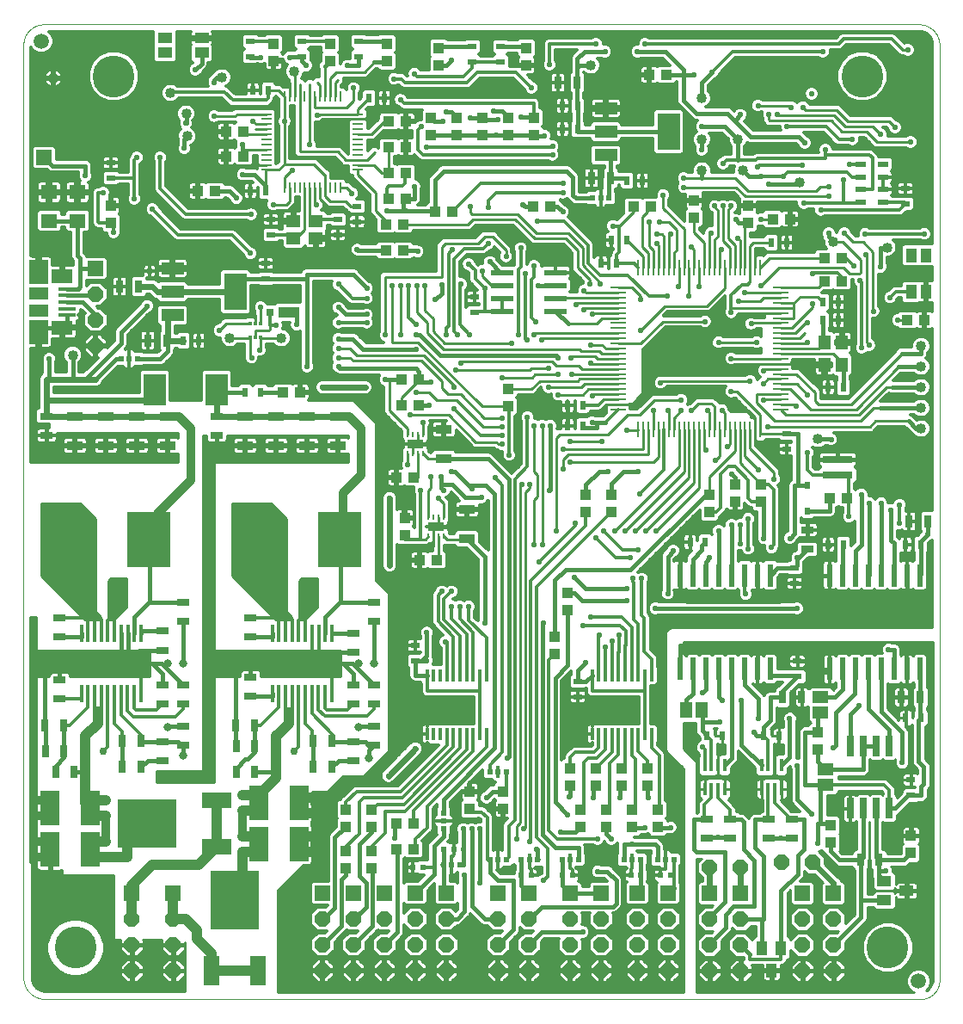
<source format=gbr>
G75*
%MOIN*%
%OFA0B0*%
%FSLAX25Y25*%
%IPPOS*%
%LPD*%
%AMOC8*
5,1,8,0,0,1.08239X$1,22.5*
%
%ADD10C,0.00394*%
%ADD11C,0.04000*%
%ADD12R,0.11811X0.02953*%
%ADD13R,0.03543X0.02362*%
%ADD14R,0.02362X0.03543*%
%ADD15R,0.02756X0.05118*%
%ADD16R,0.06299X0.03543*%
%ADD17R,0.07500X0.13500*%
%ADD18R,0.05118X0.02756*%
%ADD19R,0.01969X0.02362*%
%ADD20R,0.03937X0.05512*%
%ADD21R,0.05512X0.03937*%
%ADD22R,0.02600X0.08000*%
%ADD23R,0.02362X0.08661*%
%ADD24C,0.05906*%
%ADD25R,0.02362X0.02362*%
%ADD26R,0.01575X0.01575*%
%ADD27R,0.02165X0.02165*%
%ADD28R,0.16535X0.21654*%
%ADD29R,0.03937X0.04331*%
%ADD30R,0.04331X0.03937*%
%ADD31R,0.03150X0.04724*%
%ADD32R,0.04724X0.03150*%
%ADD33R,0.04134X0.05512*%
%ADD34R,0.05512X0.04134*%
%ADD35R,0.06300X0.04600*%
%ADD36C,0.03000*%
%ADD37R,0.05906X0.01142*%
%ADD38R,0.01142X0.05906*%
%ADD39R,0.08700X0.02400*%
%ADD40R,0.01181X0.01772*%
%ADD41R,0.01654X0.05118*%
%ADD42R,0.04331X0.02362*%
%ADD43R,0.01102X0.01969*%
%ADD44R,0.01024X0.03937*%
%ADD45R,0.03937X0.01024*%
%ADD46R,0.01654X0.07008*%
%ADD47R,0.04724X0.05512*%
%ADD48R,0.05512X0.04724*%
%ADD49C,0.16205*%
%ADD50R,0.11811X0.06299*%
%ADD51R,0.22500X0.19000*%
%ADD52R,0.06299X0.11811*%
%ADD53R,0.19000X0.22500*%
%ADD54R,0.04600X0.06300*%
%ADD55OC8,0.06000*%
%ADD56R,0.08504X0.12402*%
%ADD57R,0.01575X0.04724*%
%ADD58OC8,0.05906*%
%ADD59R,0.05906X0.05906*%
%ADD60R,0.02362X0.03150*%
%ADD61R,0.06299X0.05512*%
%ADD62R,0.08800X0.04800*%
%ADD63R,0.08661X0.14173*%
%ADD64R,0.07874X0.04331*%
%ADD65R,0.03150X0.03150*%
%ADD66R,0.06693X0.01732*%
%ADD67R,0.08268X0.05807*%
%ADD68R,0.07480X0.09350*%
%ADD69R,0.07480X0.04626*%
%ADD70C,0.02165*%
%ADD71C,0.01000*%
%ADD72C,0.01600*%
%ADD73C,0.01200*%
%ADD74C,0.03200*%
%ADD75C,0.03200*%
%ADD76C,0.04000*%
%ADD77C,0.02400*%
D10*
X0006233Y0009474D02*
X0006233Y0371285D01*
X0006235Y0371475D01*
X0006242Y0371665D01*
X0006254Y0371855D01*
X0006270Y0372045D01*
X0006290Y0372234D01*
X0006316Y0372423D01*
X0006345Y0372611D01*
X0006380Y0372798D01*
X0006419Y0372984D01*
X0006462Y0373169D01*
X0006510Y0373354D01*
X0006562Y0373537D01*
X0006618Y0373718D01*
X0006679Y0373898D01*
X0006745Y0374077D01*
X0006814Y0374254D01*
X0006888Y0374430D01*
X0006966Y0374603D01*
X0007049Y0374775D01*
X0007135Y0374944D01*
X0007225Y0375112D01*
X0007320Y0375277D01*
X0007418Y0375440D01*
X0007521Y0375600D01*
X0007627Y0375758D01*
X0007737Y0375913D01*
X0007850Y0376066D01*
X0007968Y0376216D01*
X0008089Y0376362D01*
X0008213Y0376506D01*
X0008341Y0376647D01*
X0008472Y0376785D01*
X0008607Y0376920D01*
X0008745Y0377051D01*
X0008886Y0377179D01*
X0009030Y0377303D01*
X0009176Y0377424D01*
X0009326Y0377542D01*
X0009479Y0377655D01*
X0009634Y0377765D01*
X0009792Y0377871D01*
X0009952Y0377974D01*
X0010115Y0378072D01*
X0010280Y0378167D01*
X0010448Y0378257D01*
X0010617Y0378343D01*
X0010789Y0378426D01*
X0010962Y0378504D01*
X0011138Y0378578D01*
X0011315Y0378647D01*
X0011494Y0378713D01*
X0011674Y0378774D01*
X0011855Y0378830D01*
X0012038Y0378882D01*
X0012223Y0378930D01*
X0012408Y0378973D01*
X0012594Y0379012D01*
X0012781Y0379047D01*
X0012969Y0379076D01*
X0013158Y0379102D01*
X0013347Y0379122D01*
X0013537Y0379138D01*
X0013727Y0379150D01*
X0013917Y0379157D01*
X0014107Y0379159D01*
X0353477Y0379159D01*
X0353667Y0379157D01*
X0353857Y0379150D01*
X0354047Y0379138D01*
X0354237Y0379122D01*
X0354426Y0379102D01*
X0354615Y0379076D01*
X0354803Y0379047D01*
X0354990Y0379012D01*
X0355176Y0378973D01*
X0355361Y0378930D01*
X0355546Y0378882D01*
X0355729Y0378830D01*
X0355910Y0378774D01*
X0356090Y0378713D01*
X0356269Y0378647D01*
X0356446Y0378578D01*
X0356622Y0378504D01*
X0356795Y0378426D01*
X0356967Y0378343D01*
X0357136Y0378257D01*
X0357304Y0378167D01*
X0357469Y0378072D01*
X0357632Y0377974D01*
X0357792Y0377871D01*
X0357950Y0377765D01*
X0358105Y0377655D01*
X0358258Y0377542D01*
X0358408Y0377424D01*
X0358554Y0377303D01*
X0358698Y0377179D01*
X0358839Y0377051D01*
X0358977Y0376920D01*
X0359112Y0376785D01*
X0359243Y0376647D01*
X0359371Y0376506D01*
X0359495Y0376362D01*
X0359616Y0376216D01*
X0359734Y0376066D01*
X0359847Y0375913D01*
X0359957Y0375758D01*
X0360063Y0375600D01*
X0360166Y0375440D01*
X0360264Y0375277D01*
X0360359Y0375112D01*
X0360449Y0374944D01*
X0360535Y0374775D01*
X0360618Y0374603D01*
X0360696Y0374430D01*
X0360770Y0374254D01*
X0360839Y0374077D01*
X0360905Y0373898D01*
X0360966Y0373718D01*
X0361022Y0373537D01*
X0361074Y0373354D01*
X0361122Y0373169D01*
X0361165Y0372984D01*
X0361204Y0372798D01*
X0361239Y0372611D01*
X0361268Y0372423D01*
X0361294Y0372234D01*
X0361314Y0372045D01*
X0361330Y0371855D01*
X0361342Y0371665D01*
X0361349Y0371475D01*
X0361351Y0371285D01*
X0361351Y0009474D01*
X0361361Y0009296D01*
X0361367Y0009117D01*
X0361368Y0008939D01*
X0361365Y0008760D01*
X0361358Y0008582D01*
X0361346Y0008403D01*
X0361330Y0008225D01*
X0361310Y0008048D01*
X0361285Y0007871D01*
X0361256Y0007695D01*
X0361223Y0007519D01*
X0361186Y0007345D01*
X0361145Y0007171D01*
X0361099Y0006998D01*
X0361049Y0006827D01*
X0360995Y0006656D01*
X0360937Y0006487D01*
X0360875Y0006320D01*
X0360809Y0006154D01*
X0360739Y0005990D01*
X0360665Y0005827D01*
X0360587Y0005667D01*
X0360505Y0005508D01*
X0360419Y0005351D01*
X0360330Y0005197D01*
X0360237Y0005044D01*
X0360140Y0004894D01*
X0360039Y0004746D01*
X0359936Y0004601D01*
X0359828Y0004458D01*
X0359717Y0004318D01*
X0359603Y0004181D01*
X0359486Y0004046D01*
X0359365Y0003915D01*
X0359241Y0003786D01*
X0359114Y0003660D01*
X0358984Y0003538D01*
X0358852Y0003418D01*
X0358716Y0003302D01*
X0358577Y0003189D01*
X0358436Y0003080D01*
X0358293Y0002974D01*
X0358146Y0002871D01*
X0357998Y0002772D01*
X0357847Y0002677D01*
X0357693Y0002585D01*
X0357538Y0002497D01*
X0357380Y0002413D01*
X0357221Y0002333D01*
X0357059Y0002256D01*
X0356896Y0002184D01*
X0356731Y0002115D01*
X0356565Y0002051D01*
X0356397Y0001990D01*
X0356227Y0001934D01*
X0356056Y0001882D01*
X0355884Y0001833D01*
X0355711Y0001789D01*
X0355537Y0001750D01*
X0355362Y0001714D01*
X0355186Y0001683D01*
X0355010Y0001656D01*
X0354833Y0001633D01*
X0354655Y0001614D01*
X0354477Y0001600D01*
X0015107Y0001600D01*
X0014901Y0001590D01*
X0014696Y0001585D01*
X0014490Y0001586D01*
X0014284Y0001591D01*
X0014078Y0001602D01*
X0013873Y0001617D01*
X0013668Y0001638D01*
X0013464Y0001663D01*
X0013260Y0001694D01*
X0013057Y0001729D01*
X0012855Y0001770D01*
X0012655Y0001815D01*
X0012455Y0001866D01*
X0012257Y0001921D01*
X0012060Y0001981D01*
X0011864Y0002046D01*
X0011671Y0002116D01*
X0011479Y0002190D01*
X0011289Y0002269D01*
X0011100Y0002353D01*
X0010914Y0002441D01*
X0010731Y0002534D01*
X0010549Y0002632D01*
X0010370Y0002733D01*
X0010194Y0002840D01*
X0010020Y0002950D01*
X0009849Y0003065D01*
X0009681Y0003184D01*
X0009516Y0003306D01*
X0009354Y0003433D01*
X0009195Y0003564D01*
X0009039Y0003699D01*
X0008887Y0003838D01*
X0008738Y0003980D01*
X0008593Y0004126D01*
X0008451Y0004275D01*
X0008313Y0004428D01*
X0008179Y0004584D01*
X0008048Y0004743D01*
X0007922Y0004906D01*
X0007800Y0005071D01*
X0007681Y0005240D01*
X0007567Y0005411D01*
X0007457Y0005586D01*
X0007352Y0005762D01*
X0007251Y0005942D01*
X0007154Y0006123D01*
X0007062Y0006307D01*
X0006974Y0006494D01*
X0006891Y0006682D01*
X0006812Y0006872D01*
X0006739Y0007065D01*
X0006670Y0007259D01*
X0006605Y0007454D01*
X0006546Y0007651D01*
X0006491Y0007850D01*
X0006442Y0008050D01*
X0006397Y0008251D01*
X0006357Y0008453D01*
X0006322Y0008656D01*
X0006292Y0008859D01*
X0006268Y0009064D01*
X0006248Y0009269D01*
X0006233Y0009474D01*
D11*
X0025333Y0251100D03*
X0086233Y0257600D03*
X0106233Y0257600D03*
X0069733Y0335800D03*
X0069333Y0344600D03*
X0063233Y0352600D03*
X0083233Y0358600D03*
X0111233Y0360900D03*
X0017833Y0358300D03*
X0226233Y0363300D03*
X0269233Y0350600D03*
X0269233Y0334600D03*
X0269233Y0322600D03*
X0285233Y0322600D03*
X0283233Y0334600D03*
X0307133Y0317900D03*
X0320133Y0295100D03*
X0341133Y0292700D03*
X0354233Y0254600D03*
X0354233Y0246600D03*
X0354233Y0238600D03*
X0354233Y0230600D03*
X0354233Y0222600D03*
X0314233Y0218600D03*
D12*
X0321957Y0210553D03*
X0321957Y0204647D03*
D13*
X0302233Y0214647D03*
X0302233Y0220553D03*
X0305233Y0168553D03*
X0305233Y0162647D03*
X0306233Y0132553D03*
X0306233Y0126647D03*
X0350233Y0086553D03*
X0350233Y0080647D03*
X0221233Y0118647D03*
X0221233Y0124553D03*
X0158233Y0132647D03*
X0158233Y0138553D03*
X0181233Y0267647D03*
X0181233Y0273553D03*
X0135633Y0302747D03*
X0135633Y0308653D03*
X0128233Y0303553D03*
X0128233Y0297647D03*
X0102233Y0297647D03*
X0102233Y0303553D03*
X0100233Y0286553D03*
X0100233Y0280647D03*
X0040233Y0319647D03*
X0040233Y0325553D03*
X0094233Y0366647D03*
X0094233Y0372553D03*
X0114233Y0372553D03*
X0114233Y0366647D03*
X0136233Y0366647D03*
X0136233Y0372553D03*
X0180233Y0370553D03*
X0180233Y0364647D03*
X0191233Y0364647D03*
X0191233Y0370553D03*
X0348233Y0315553D03*
X0348233Y0309647D03*
D14*
X0322186Y0271600D03*
X0316280Y0271600D03*
X0316280Y0264600D03*
X0322186Y0264600D03*
X0324186Y0238600D03*
X0318280Y0238600D03*
X0302186Y0294600D03*
X0296280Y0294600D03*
X0246186Y0318600D03*
X0240280Y0318600D03*
X0221186Y0338600D03*
X0215280Y0338600D03*
X0215280Y0347600D03*
X0221186Y0347600D03*
X0234280Y0295600D03*
X0240186Y0295600D03*
X0236186Y0286600D03*
X0230280Y0286600D03*
X0223186Y0231600D03*
X0217280Y0231600D03*
X0217280Y0223600D03*
X0223186Y0223600D03*
X0264680Y0178600D03*
X0270586Y0178600D03*
X0318280Y0177600D03*
X0324186Y0177600D03*
X0348280Y0177600D03*
X0354186Y0177600D03*
X0354186Y0110600D03*
X0348280Y0110600D03*
X0299186Y0103600D03*
X0293280Y0103600D03*
X0277186Y0103600D03*
X0271280Y0103600D03*
X0098186Y0236600D03*
X0092280Y0236600D03*
X0074186Y0256600D03*
X0068280Y0256600D03*
X0094280Y0314600D03*
X0100186Y0314600D03*
X0101186Y0353600D03*
X0095280Y0353600D03*
X0140280Y0350600D03*
X0146186Y0350600D03*
D15*
X0213493Y0356600D03*
X0220973Y0356600D03*
X0226493Y0319600D03*
X0233973Y0319600D03*
X0349493Y0186600D03*
X0356973Y0186600D03*
X0353973Y0118600D03*
X0346493Y0118600D03*
X0307973Y0118600D03*
X0300493Y0118600D03*
X0125973Y0101600D03*
X0118493Y0101600D03*
X0118493Y0091600D03*
X0125973Y0091600D03*
X0095973Y0107600D03*
X0088493Y0107600D03*
X0051973Y0101600D03*
X0051973Y0091600D03*
X0044493Y0091600D03*
X0044493Y0101600D03*
X0021973Y0107600D03*
X0014493Y0107600D03*
X0054493Y0256600D03*
X0061973Y0256600D03*
X0050973Y0277600D03*
X0043493Y0277600D03*
D16*
X0038233Y0227309D03*
X0038233Y0215891D03*
X0026233Y0215891D03*
X0026233Y0227309D03*
X0050233Y0227309D03*
X0050233Y0215891D03*
X0062233Y0215891D03*
X0062233Y0227309D03*
X0092233Y0227309D03*
X0092233Y0215891D03*
X0104233Y0215891D03*
X0104233Y0227309D03*
X0116233Y0227309D03*
X0116233Y0215891D03*
X0128233Y0215891D03*
X0128233Y0227309D03*
X0158233Y0216600D03*
X0169233Y0210891D03*
X0169233Y0222309D03*
X0178233Y0191309D03*
X0178233Y0179891D03*
X0166233Y0184600D03*
D17*
X0112983Y0077600D03*
X0097483Y0077600D03*
X0097483Y0061600D03*
X0112983Y0061600D03*
X0031983Y0059600D03*
X0016483Y0059600D03*
X0016483Y0075600D03*
X0031983Y0075600D03*
D18*
X0020233Y0117860D03*
X0020233Y0125340D03*
X0020233Y0141860D03*
X0020233Y0149340D03*
X0060233Y0144140D03*
X0060233Y0136660D03*
X0060233Y0123340D03*
X0060233Y0115860D03*
X0094233Y0118860D03*
X0094233Y0126340D03*
X0094233Y0141860D03*
X0094233Y0149340D03*
X0134233Y0143340D03*
X0134233Y0135860D03*
X0134233Y0123340D03*
X0134233Y0115860D03*
X0081233Y0219860D03*
X0081233Y0227340D03*
X0015233Y0227340D03*
X0015233Y0219860D03*
X0310233Y0183340D03*
X0310233Y0175860D03*
D19*
X0257002Y0049500D03*
X0253065Y0049500D03*
X0245602Y0049500D03*
X0241665Y0049500D03*
X0219202Y0049600D03*
X0215265Y0049600D03*
X0203202Y0049600D03*
X0199265Y0049600D03*
X0173202Y0059600D03*
X0169265Y0059600D03*
X0161202Y0052600D03*
X0157265Y0052600D03*
D20*
X0292493Y0021431D03*
X0299973Y0021431D03*
X0296233Y0012769D03*
D21*
X0339902Y0039860D03*
X0339902Y0047340D03*
X0348564Y0043600D03*
D22*
X0341733Y0075500D03*
X0336733Y0075500D03*
X0331733Y0075500D03*
X0326733Y0075500D03*
X0326733Y0099700D03*
X0331733Y0099700D03*
X0336733Y0099700D03*
X0341733Y0099700D03*
D23*
X0343733Y0129490D03*
X0338733Y0129490D03*
X0333733Y0129490D03*
X0328733Y0129490D03*
X0323733Y0129490D03*
X0318733Y0129490D03*
X0295733Y0129490D03*
X0290733Y0129490D03*
X0285733Y0129490D03*
X0280733Y0129490D03*
X0275733Y0129490D03*
X0270733Y0129490D03*
X0265733Y0129490D03*
X0260733Y0129490D03*
X0260733Y0165710D03*
X0265733Y0165710D03*
X0270733Y0165710D03*
X0275733Y0165710D03*
X0280733Y0165710D03*
X0285733Y0165710D03*
X0290733Y0165710D03*
X0295733Y0165710D03*
X0318733Y0165710D03*
X0323733Y0165710D03*
X0328733Y0165710D03*
X0333733Y0165710D03*
X0338733Y0165710D03*
X0343733Y0165710D03*
X0348733Y0165710D03*
X0353733Y0165710D03*
X0353733Y0129490D03*
X0348733Y0129490D03*
D24*
X0353233Y0008600D03*
X0013233Y0372600D03*
D25*
X0044083Y0249600D03*
X0050383Y0249600D03*
X0187083Y0089600D03*
X0193383Y0089600D03*
X0169233Y0073750D03*
X0169233Y0067450D03*
X0169083Y0053600D03*
X0175383Y0053600D03*
X0187083Y0055600D03*
X0193383Y0055600D03*
X0199283Y0055600D03*
X0205583Y0055600D03*
X0215083Y0055600D03*
X0221383Y0055600D03*
X0239083Y0055600D03*
X0245383Y0055600D03*
X0252083Y0055600D03*
X0258383Y0055600D03*
X0233183Y0311800D03*
X0226883Y0311800D03*
D26*
X0230033Y0310225D03*
X0230033Y0313375D03*
X0047233Y0251175D03*
X0047233Y0248025D03*
X0190233Y0091175D03*
X0190233Y0088025D03*
X0170808Y0070600D03*
X0167658Y0070600D03*
X0172233Y0055175D03*
X0172233Y0052025D03*
X0190233Y0054025D03*
X0190233Y0057175D03*
X0202433Y0057175D03*
X0202433Y0054025D03*
X0218233Y0054025D03*
X0218233Y0057175D03*
X0242233Y0057175D03*
X0242233Y0054025D03*
X0255233Y0054025D03*
X0255233Y0057175D03*
D27*
X0255233Y0055600D03*
X0242233Y0055600D03*
X0218233Y0055600D03*
X0202433Y0055600D03*
X0190233Y0055600D03*
X0172233Y0053600D03*
X0169233Y0070600D03*
X0190233Y0089600D03*
X0167808Y0184600D03*
X0164658Y0184600D03*
X0159808Y0216600D03*
X0156658Y0216600D03*
X0230033Y0311800D03*
X0055233Y0283600D03*
X0047233Y0249600D03*
D28*
X0054792Y0179600D03*
X0021715Y0179600D03*
X0095715Y0179600D03*
X0128792Y0179600D03*
D29*
X0154233Y0181254D03*
X0154233Y0187946D03*
X0194233Y0231254D03*
X0194233Y0237946D03*
X0224233Y0196946D03*
X0224233Y0190254D03*
X0234233Y0190254D03*
X0234233Y0196946D03*
X0272233Y0196946D03*
X0272233Y0190254D03*
X0282233Y0194254D03*
X0282233Y0200946D03*
X0292233Y0200946D03*
X0292233Y0194254D03*
X0217233Y0158946D03*
X0217233Y0152254D03*
X0212233Y0141946D03*
X0212233Y0135254D03*
X0218233Y0090946D03*
X0218233Y0084254D03*
X0228233Y0084254D03*
X0228233Y0090946D03*
X0238233Y0090946D03*
X0238233Y0084254D03*
X0248233Y0084254D03*
X0248233Y0090946D03*
X0252233Y0074946D03*
X0252233Y0068254D03*
X0242233Y0068254D03*
X0242233Y0074946D03*
X0232233Y0074946D03*
X0232233Y0068254D03*
X0222233Y0068254D03*
X0222233Y0074946D03*
X0192233Y0075254D03*
X0192233Y0081946D03*
X0179233Y0081946D03*
X0179233Y0075254D03*
X0141233Y0074946D03*
X0141233Y0068254D03*
X0141233Y0058946D03*
X0141233Y0052254D03*
X0131233Y0052254D03*
X0131233Y0058946D03*
X0131233Y0068254D03*
X0131233Y0074946D03*
X0314233Y0098254D03*
X0314233Y0104946D03*
X0319233Y0068946D03*
X0319233Y0062254D03*
X0350233Y0064946D03*
X0350233Y0058254D03*
X0287233Y0302254D03*
X0287233Y0308946D03*
X0266233Y0310946D03*
X0266233Y0304254D03*
X0204233Y0336254D03*
X0204233Y0342946D03*
X0194233Y0342946D03*
X0194233Y0336254D03*
X0184233Y0336254D03*
X0184233Y0342946D03*
X0174233Y0342946D03*
X0174233Y0336254D03*
X0164233Y0336254D03*
X0164233Y0342946D03*
X0167233Y0363254D03*
X0167233Y0369946D03*
X0147233Y0371746D03*
X0147233Y0365054D03*
X0125233Y0365054D03*
X0125233Y0371746D03*
X0103233Y0371746D03*
X0103233Y0365054D03*
X0040233Y0308946D03*
X0040233Y0302254D03*
X0201233Y0363254D03*
X0201233Y0369946D03*
D30*
X0248887Y0359600D03*
X0255580Y0359600D03*
X0249580Y0308600D03*
X0242887Y0308600D03*
X0210580Y0308600D03*
X0203887Y0308600D03*
X0172580Y0306600D03*
X0165887Y0306600D03*
X0154580Y0311600D03*
X0147887Y0311600D03*
X0147887Y0321600D03*
X0154580Y0321600D03*
X0154580Y0331600D03*
X0147887Y0331600D03*
X0147887Y0341600D03*
X0154580Y0341600D03*
X0153580Y0301600D03*
X0146887Y0301600D03*
X0146887Y0291600D03*
X0153580Y0291600D03*
X0152887Y0241600D03*
X0159580Y0241600D03*
X0159580Y0231600D03*
X0152887Y0231600D03*
X0150887Y0203600D03*
X0157580Y0203600D03*
X0159887Y0171600D03*
X0166580Y0171600D03*
X0113580Y0236600D03*
X0106887Y0236600D03*
X0080580Y0314600D03*
X0073887Y0314600D03*
X0084887Y0328000D03*
X0091580Y0328000D03*
X0091580Y0337600D03*
X0084887Y0337600D03*
X0296787Y0303700D03*
X0303480Y0303700D03*
X0316887Y0288600D03*
X0323580Y0288600D03*
X0323580Y0279600D03*
X0316887Y0279600D03*
X0348887Y0264600D03*
X0355580Y0264600D03*
X0325580Y0195600D03*
X0318887Y0195600D03*
X0157580Y0069600D03*
X0150887Y0069600D03*
X0150887Y0059600D03*
X0157580Y0059600D03*
D31*
X0095776Y0089600D03*
X0088690Y0089600D03*
X0088690Y0099600D03*
X0095776Y0099600D03*
X0025776Y0089600D03*
X0018690Y0089600D03*
X0021776Y0097600D03*
X0014690Y0097600D03*
X0330690Y0055600D03*
X0337776Y0055600D03*
D32*
X0304233Y0064057D03*
X0304233Y0071143D03*
X0295233Y0071143D03*
X0295233Y0064057D03*
X0280233Y0064057D03*
X0280233Y0071143D03*
X0271233Y0071143D03*
X0271233Y0064057D03*
X0142233Y0100057D03*
X0142233Y0107143D03*
X0134233Y0101143D03*
X0134233Y0094057D03*
X0142233Y0116057D03*
X0142233Y0123143D03*
X0142233Y0148057D03*
X0142233Y0155143D03*
X0068233Y0155143D03*
X0068233Y0148057D03*
X0068233Y0123143D03*
X0068233Y0116057D03*
X0068233Y0107143D03*
X0068233Y0100057D03*
X0060233Y0101143D03*
X0060233Y0094057D03*
D33*
X0350379Y0275513D03*
X0356087Y0275513D03*
X0356087Y0289687D03*
X0350379Y0289687D03*
D34*
X0075320Y0368146D03*
X0075320Y0373854D03*
X0061146Y0373854D03*
X0061146Y0368146D03*
D35*
X0315233Y0118600D03*
X0315233Y0112600D03*
X0317233Y0090600D03*
X0317233Y0084600D03*
D36*
X0111233Y0097600D03*
X0037233Y0097600D03*
D37*
X0236737Y0229978D03*
X0236737Y0231946D03*
X0236737Y0233915D03*
X0236737Y0235883D03*
X0236737Y0237852D03*
X0236737Y0239820D03*
X0236737Y0241789D03*
X0236737Y0243757D03*
X0236737Y0245726D03*
X0236737Y0247694D03*
X0236737Y0249663D03*
X0236737Y0251631D03*
X0236737Y0253600D03*
X0236737Y0255569D03*
X0236737Y0257537D03*
X0236737Y0259506D03*
X0236737Y0261474D03*
X0236737Y0263443D03*
X0236737Y0265411D03*
X0236737Y0267380D03*
X0236737Y0269348D03*
X0236737Y0271317D03*
X0236737Y0273285D03*
X0236737Y0275254D03*
X0236737Y0277222D03*
X0299729Y0277222D03*
X0299729Y0275254D03*
X0299729Y0273285D03*
X0299729Y0271317D03*
X0299729Y0269348D03*
X0299729Y0267380D03*
X0299729Y0265411D03*
X0299729Y0263443D03*
X0299729Y0261474D03*
X0299729Y0259506D03*
X0299729Y0257537D03*
X0299729Y0255569D03*
X0299729Y0253600D03*
X0299729Y0251631D03*
X0299729Y0249663D03*
X0299729Y0247694D03*
X0299729Y0245726D03*
X0299729Y0243757D03*
X0299729Y0241789D03*
X0299729Y0239820D03*
X0299729Y0237852D03*
X0299729Y0235883D03*
X0299729Y0233915D03*
X0299729Y0231946D03*
X0299729Y0229978D03*
D38*
X0291855Y0222104D03*
X0289887Y0222104D03*
X0287918Y0222104D03*
X0285950Y0222104D03*
X0283981Y0222104D03*
X0282013Y0222104D03*
X0280044Y0222104D03*
X0278076Y0222104D03*
X0276107Y0222104D03*
X0274139Y0222104D03*
X0272170Y0222104D03*
X0270202Y0222104D03*
X0268233Y0222104D03*
X0266265Y0222104D03*
X0264296Y0222104D03*
X0262328Y0222104D03*
X0260359Y0222104D03*
X0258391Y0222104D03*
X0256422Y0222104D03*
X0254454Y0222104D03*
X0252485Y0222104D03*
X0250517Y0222104D03*
X0248548Y0222104D03*
X0246580Y0222104D03*
X0244611Y0222104D03*
X0244611Y0285096D03*
X0246580Y0285096D03*
X0248548Y0285096D03*
X0250517Y0285096D03*
X0252485Y0285096D03*
X0254454Y0285096D03*
X0256422Y0285096D03*
X0258391Y0285096D03*
X0260359Y0285096D03*
X0262328Y0285096D03*
X0264296Y0285096D03*
X0266265Y0285096D03*
X0268233Y0285096D03*
X0270202Y0285096D03*
X0272170Y0285096D03*
X0274139Y0285096D03*
X0276107Y0285096D03*
X0278076Y0285096D03*
X0280044Y0285096D03*
X0282013Y0285096D03*
X0283981Y0285096D03*
X0285950Y0285096D03*
X0287918Y0285096D03*
X0289887Y0285096D03*
X0291855Y0285096D03*
D39*
X0212533Y0283100D03*
X0212533Y0278100D03*
X0212533Y0273100D03*
X0212533Y0268100D03*
X0191933Y0268100D03*
X0191933Y0273100D03*
X0191933Y0278100D03*
X0191933Y0283100D03*
D40*
X0098202Y0263257D03*
X0096233Y0263257D03*
X0094265Y0263257D03*
X0094265Y0257943D03*
X0096233Y0257943D03*
X0098202Y0257943D03*
D41*
X0270394Y0092226D03*
X0272954Y0092226D03*
X0275513Y0092226D03*
X0278072Y0092226D03*
X0278072Y0082974D03*
X0275513Y0082974D03*
X0272954Y0082974D03*
X0270394Y0082974D03*
X0292394Y0082974D03*
X0294954Y0082974D03*
X0297513Y0082974D03*
X0300072Y0082974D03*
X0300072Y0092226D03*
X0297513Y0092226D03*
X0294954Y0092226D03*
X0292394Y0092226D03*
D42*
X0330902Y0310218D03*
X0330902Y0315139D03*
X0330902Y0320061D03*
X0330902Y0324982D03*
X0339564Y0324982D03*
X0339564Y0320061D03*
X0339564Y0315139D03*
X0339564Y0310218D03*
D43*
X0169186Y0188340D03*
X0167217Y0188340D03*
X0165249Y0188340D03*
X0163280Y0188340D03*
X0163280Y0180860D03*
X0165249Y0180860D03*
X0167217Y0180860D03*
X0169186Y0180860D03*
X0161186Y0212860D03*
X0159217Y0212860D03*
X0157249Y0212860D03*
X0155280Y0212860D03*
X0155280Y0220340D03*
X0157249Y0220340D03*
X0159217Y0220340D03*
X0161186Y0220340D03*
D44*
X0129060Y0315883D03*
X0127091Y0315883D03*
X0125123Y0315883D03*
X0123154Y0315883D03*
X0121186Y0315883D03*
X0119217Y0315883D03*
X0117249Y0315883D03*
X0115280Y0315883D03*
X0113312Y0315883D03*
X0111343Y0315883D03*
X0109375Y0315883D03*
X0107406Y0315883D03*
X0107406Y0351317D03*
X0109375Y0351317D03*
X0111343Y0351317D03*
X0113312Y0351317D03*
X0115280Y0351317D03*
X0117249Y0351317D03*
X0119217Y0351317D03*
X0121186Y0351317D03*
X0123154Y0351317D03*
X0125123Y0351317D03*
X0127091Y0351317D03*
X0129060Y0351317D03*
D45*
X0135950Y0344427D03*
X0135950Y0342458D03*
X0135950Y0340490D03*
X0135950Y0338521D03*
X0135950Y0336553D03*
X0135950Y0334584D03*
X0135950Y0332616D03*
X0135950Y0330647D03*
X0135950Y0328679D03*
X0135950Y0326710D03*
X0135950Y0324742D03*
X0135950Y0322773D03*
X0100517Y0322773D03*
X0100517Y0324742D03*
X0100517Y0326710D03*
X0100517Y0328679D03*
X0100517Y0330647D03*
X0100517Y0332616D03*
X0100517Y0334584D03*
X0100517Y0336553D03*
X0100517Y0338521D03*
X0100517Y0340490D03*
X0100517Y0342458D03*
X0100517Y0344427D03*
D46*
X0102690Y0143313D03*
X0105253Y0143313D03*
X0107839Y0143313D03*
X0110379Y0143330D03*
X0112965Y0143330D03*
X0115505Y0143330D03*
X0118091Y0143313D03*
X0120650Y0143313D03*
X0123209Y0143313D03*
X0125769Y0143313D03*
X0125765Y0119868D03*
X0123198Y0119868D03*
X0120631Y0119868D03*
X0118068Y0119887D03*
X0115509Y0119887D03*
X0112950Y0119887D03*
X0110391Y0119887D03*
X0107831Y0119887D03*
X0105272Y0119887D03*
X0102713Y0119887D03*
X0051765Y0119868D03*
X0049198Y0119868D03*
X0046631Y0119868D03*
X0044068Y0119887D03*
X0041509Y0119887D03*
X0038950Y0119887D03*
X0036391Y0119887D03*
X0033831Y0119887D03*
X0031272Y0119887D03*
X0028713Y0119887D03*
X0028690Y0143313D03*
X0031253Y0143313D03*
X0033839Y0143313D03*
X0036379Y0143330D03*
X0038965Y0143330D03*
X0041505Y0143330D03*
X0044091Y0143313D03*
X0046650Y0143313D03*
X0049209Y0143313D03*
X0051769Y0143313D03*
D47*
X0316887Y0247269D03*
X0323580Y0247269D03*
X0323580Y0255931D03*
X0316887Y0255931D03*
D48*
X0119564Y0296254D03*
X0119564Y0302946D03*
X0110902Y0302946D03*
X0110902Y0296254D03*
D49*
X0041272Y0359080D03*
X0331430Y0359080D03*
X0341272Y0021679D03*
X0026312Y0021679D03*
D50*
X0081139Y0060624D03*
X0081139Y0078576D03*
D51*
X0053981Y0069600D03*
D52*
X0079257Y0012694D03*
X0097209Y0012694D03*
D53*
X0088233Y0039852D03*
D54*
X0263233Y0113600D03*
X0269233Y0113600D03*
D55*
X0272233Y0052600D03*
X0284233Y0052600D03*
X0300233Y0054600D03*
X0312233Y0054600D03*
D56*
X0081241Y0237600D03*
X0057225Y0237600D03*
D57*
X0162717Y0127017D03*
X0165276Y0127017D03*
X0167835Y0127017D03*
X0170394Y0127017D03*
X0172954Y0127017D03*
X0175513Y0127017D03*
X0178072Y0127017D03*
X0180631Y0127017D03*
X0183190Y0127017D03*
X0185749Y0127017D03*
X0185749Y0104183D03*
X0183190Y0104183D03*
X0180631Y0104183D03*
X0178072Y0104183D03*
X0175513Y0104183D03*
X0172954Y0104183D03*
X0170394Y0104183D03*
X0167835Y0104183D03*
X0165276Y0104183D03*
X0162717Y0104183D03*
X0226717Y0104183D03*
X0229276Y0104183D03*
X0231835Y0104183D03*
X0234394Y0104183D03*
X0236954Y0104183D03*
X0239513Y0104183D03*
X0242072Y0104183D03*
X0244631Y0104183D03*
X0247190Y0104183D03*
X0249749Y0104183D03*
X0249749Y0127017D03*
X0247190Y0127017D03*
X0244631Y0127017D03*
X0242072Y0127017D03*
X0239513Y0127017D03*
X0236954Y0127017D03*
X0234394Y0127017D03*
X0231835Y0127017D03*
X0229276Y0127017D03*
X0226717Y0127017D03*
D58*
X0230233Y0032600D03*
X0230233Y0022600D03*
X0230233Y0012600D03*
X0244233Y0012600D03*
X0244233Y0022600D03*
X0244233Y0032600D03*
X0256233Y0032600D03*
X0256233Y0022600D03*
X0256233Y0012600D03*
X0272233Y0012600D03*
X0272233Y0022600D03*
X0272233Y0032600D03*
X0284233Y0032600D03*
X0284233Y0022600D03*
X0284233Y0012600D03*
X0308233Y0012600D03*
X0308233Y0022600D03*
X0308233Y0032600D03*
X0320233Y0032600D03*
X0320233Y0022600D03*
X0320233Y0012600D03*
X0218233Y0012600D03*
X0218233Y0022600D03*
X0218233Y0032600D03*
X0202233Y0032600D03*
X0202233Y0022600D03*
X0202233Y0012600D03*
X0190233Y0012600D03*
X0190233Y0022600D03*
X0190233Y0032600D03*
X0170233Y0032600D03*
X0170233Y0022600D03*
X0170233Y0012600D03*
X0158233Y0012600D03*
X0158233Y0022600D03*
X0158233Y0032600D03*
X0146233Y0032600D03*
X0146233Y0022600D03*
X0146233Y0012600D03*
X0134233Y0012600D03*
X0134233Y0022600D03*
X0134233Y0032600D03*
X0122233Y0032600D03*
X0122233Y0022600D03*
X0122233Y0012600D03*
X0064233Y0012600D03*
X0064233Y0022600D03*
X0064233Y0032600D03*
X0048233Y0032600D03*
X0048233Y0022600D03*
X0048233Y0012600D03*
X0034233Y0254600D03*
X0034233Y0264600D03*
X0034233Y0274600D03*
X0014233Y0338100D03*
D59*
X0014233Y0327600D03*
X0034233Y0284600D03*
X0048233Y0042600D03*
X0064233Y0042600D03*
X0122233Y0042600D03*
X0134233Y0042600D03*
X0146233Y0042600D03*
X0158233Y0042600D03*
X0170233Y0042600D03*
X0190233Y0042600D03*
X0202233Y0042600D03*
X0218233Y0042600D03*
X0230233Y0042600D03*
X0244233Y0042600D03*
X0256233Y0042600D03*
X0272233Y0042600D03*
X0284233Y0042600D03*
X0308233Y0042600D03*
X0320233Y0042600D03*
D60*
X0310233Y0190679D03*
X0310233Y0200521D03*
D61*
X0027233Y0303088D03*
X0027233Y0314112D03*
X0016233Y0314112D03*
X0016233Y0303088D03*
D62*
X0064033Y0284700D03*
X0064033Y0275600D03*
X0064033Y0266500D03*
X0232033Y0328500D03*
X0232033Y0337600D03*
X0232033Y0346700D03*
D63*
X0256434Y0337600D03*
X0088434Y0275600D03*
D64*
X0109154Y0267600D03*
D65*
X0101674Y0267600D03*
D66*
X0023257Y0266482D03*
X0023257Y0269041D03*
X0023257Y0271600D03*
X0023257Y0274159D03*
X0023257Y0276718D03*
D67*
X0021288Y0281443D03*
X0021288Y0261757D03*
D68*
X0012233Y0259986D03*
X0012233Y0283214D03*
D69*
X0012233Y0274897D03*
X0012233Y0268303D03*
D70*
X0010233Y0252600D03*
X0010233Y0247600D03*
X0010233Y0241600D03*
X0010233Y0235600D03*
X0010233Y0229600D03*
X0010233Y0223600D03*
X0010233Y0217600D03*
X0010233Y0211600D03*
X0016233Y0211600D03*
X0022233Y0211600D03*
X0028233Y0211600D03*
X0034233Y0211600D03*
X0040233Y0211600D03*
X0046233Y0211600D03*
X0052233Y0211600D03*
X0058233Y0211600D03*
X0064233Y0211600D03*
X0078233Y0211600D03*
X0082233Y0211600D03*
X0088233Y0211600D03*
X0094233Y0211600D03*
X0100233Y0211600D03*
X0106233Y0211600D03*
X0112233Y0211600D03*
X0118233Y0211600D03*
X0124233Y0211600D03*
X0130233Y0211600D03*
X0144233Y0209600D03*
X0144233Y0203600D03*
X0144233Y0197600D03*
X0148233Y0195600D03*
X0144233Y0191600D03*
X0144233Y0185600D03*
X0144233Y0179600D03*
X0144233Y0173600D03*
X0148233Y0169600D03*
X0144233Y0167600D03*
X0146233Y0162600D03*
X0150233Y0157600D03*
X0150233Y0151600D03*
X0150233Y0145600D03*
X0150233Y0139600D03*
X0150233Y0133600D03*
X0150233Y0127600D03*
X0150233Y0121600D03*
X0150233Y0115600D03*
X0150233Y0109600D03*
X0150233Y0103600D03*
X0150233Y0096600D03*
X0145233Y0091600D03*
X0147733Y0088100D03*
X0140233Y0086600D03*
X0131233Y0086600D03*
X0128233Y0083600D03*
X0124233Y0079600D03*
X0119233Y0051600D03*
X0112233Y0047600D03*
X0112233Y0041600D03*
X0112233Y0035600D03*
X0112233Y0029600D03*
X0112233Y0023600D03*
X0112233Y0017600D03*
X0112233Y0011600D03*
X0112233Y0005600D03*
X0106233Y0005600D03*
X0068233Y0005600D03*
X0062233Y0005600D03*
X0056233Y0005600D03*
X0050233Y0005600D03*
X0044233Y0005600D03*
X0038233Y0005600D03*
X0032233Y0005600D03*
X0026233Y0005600D03*
X0020233Y0005600D03*
X0014233Y0005600D03*
X0010233Y0011600D03*
X0010233Y0017600D03*
X0010233Y0023600D03*
X0010233Y0029600D03*
X0010233Y0035600D03*
X0010233Y0041600D03*
X0010233Y0047600D03*
X0010233Y0087600D03*
X0010233Y0093600D03*
X0010233Y0099600D03*
X0010233Y0105600D03*
X0010233Y0111600D03*
X0010233Y0117600D03*
X0010233Y0124600D03*
X0010233Y0130600D03*
X0010233Y0135600D03*
X0010233Y0141600D03*
X0010233Y0147600D03*
X0042233Y0153600D03*
X0042233Y0156600D03*
X0042233Y0159600D03*
X0042233Y0162600D03*
X0078233Y0159600D03*
X0078233Y0165600D03*
X0078233Y0171600D03*
X0078233Y0177600D03*
X0078233Y0183600D03*
X0078233Y0189600D03*
X0078233Y0195600D03*
X0078233Y0201600D03*
X0050233Y0237600D03*
X0044233Y0237600D03*
X0038233Y0237600D03*
X0034233Y0241600D03*
X0028233Y0241600D03*
X0022233Y0241600D03*
X0016233Y0241600D03*
X0021233Y0247600D03*
X0016233Y0249600D03*
X0029233Y0247600D03*
X0044233Y0245600D03*
X0050233Y0245600D03*
X0049233Y0253600D03*
X0049233Y0257600D03*
X0054233Y0270100D03*
X0046233Y0283600D03*
X0046233Y0287600D03*
X0046233Y0291600D03*
X0041233Y0298600D03*
X0049233Y0311600D03*
X0056233Y0307600D03*
X0037133Y0313900D03*
X0030233Y0320500D03*
X0026233Y0328600D03*
X0023233Y0332600D03*
X0023233Y0338600D03*
X0020233Y0349600D03*
X0012233Y0349600D03*
X0028233Y0349600D03*
X0036233Y0343600D03*
X0044233Y0343600D03*
X0054233Y0349600D03*
X0062233Y0357600D03*
X0068233Y0363600D03*
X0072933Y0361600D03*
X0080233Y0356600D03*
X0090233Y0359600D03*
X0096233Y0359600D03*
X0102233Y0359600D03*
X0108033Y0356900D03*
X0115833Y0363200D03*
X0119233Y0359600D03*
X0109433Y0366400D03*
X0108233Y0375600D03*
X0118233Y0375600D03*
X0130233Y0375600D03*
X0140233Y0375600D03*
X0131833Y0363200D03*
X0134233Y0354500D03*
X0149933Y0358100D03*
X0151733Y0353600D03*
X0155033Y0353600D03*
X0152433Y0350000D03*
X0160433Y0339500D03*
X0162433Y0331500D03*
X0168733Y0341600D03*
X0170233Y0345200D03*
X0179633Y0342800D03*
X0188533Y0345600D03*
X0190133Y0342300D03*
X0189333Y0336400D03*
X0199233Y0343200D03*
X0208233Y0336000D03*
X0211233Y0338600D03*
X0211233Y0344600D03*
X0208233Y0350600D03*
X0208233Y0356600D03*
X0203233Y0354600D03*
X0206233Y0363600D03*
X0210233Y0363600D03*
X0206233Y0369600D03*
X0206233Y0375600D03*
X0202233Y0375600D03*
X0194233Y0375600D03*
X0186233Y0375600D03*
X0178233Y0375600D03*
X0170233Y0375600D03*
X0162233Y0375600D03*
X0154233Y0375600D03*
X0154233Y0367600D03*
X0157833Y0360000D03*
X0172133Y0365300D03*
X0211333Y0332000D03*
X0211333Y0328600D03*
X0215333Y0317500D03*
X0215333Y0313900D03*
X0215333Y0306500D03*
X0205333Y0303000D03*
X0199933Y0309400D03*
X0186433Y0308400D03*
X0179633Y0308500D03*
X0186433Y0294300D03*
X0187033Y0287200D03*
X0184233Y0283700D03*
X0178833Y0286300D03*
X0175933Y0278600D03*
X0168333Y0278200D03*
X0165933Y0272600D03*
X0161933Y0277900D03*
X0158733Y0277900D03*
X0155533Y0277900D03*
X0152333Y0277900D03*
X0149133Y0278000D03*
X0139333Y0277000D03*
X0139333Y0273000D03*
X0139333Y0266800D03*
X0139333Y0263600D03*
X0146533Y0258800D03*
X0152333Y0258800D03*
X0158333Y0258800D03*
X0158333Y0253400D03*
X0158333Y0262900D03*
X0170133Y0259000D03*
X0174333Y0259000D03*
X0179233Y0258900D03*
X0175833Y0248000D03*
X0173733Y0245200D03*
X0173033Y0238500D03*
X0173233Y0230200D03*
X0163633Y0231600D03*
X0161133Y0224900D03*
X0156233Y0228000D03*
X0158433Y0236600D03*
X0164033Y0240700D03*
X0146533Y0241600D03*
X0138733Y0238500D03*
X0135733Y0238500D03*
X0131233Y0234600D03*
X0125233Y0234600D03*
X0125233Y0238500D03*
X0122233Y0238500D03*
X0119233Y0234600D03*
X0119233Y0242600D03*
X0116233Y0246600D03*
X0113233Y0242600D03*
X0107233Y0242600D03*
X0101233Y0242600D03*
X0095233Y0242600D03*
X0094733Y0250100D03*
X0097833Y0253000D03*
X0090233Y0250600D03*
X0084233Y0250600D03*
X0078233Y0250600D03*
X0072233Y0250600D03*
X0066233Y0250600D03*
X0062233Y0246600D03*
X0082233Y0260600D03*
X0098233Y0269600D03*
X0104233Y0262600D03*
X0112133Y0262800D03*
X0128333Y0263600D03*
X0128333Y0269500D03*
X0128333Y0278500D03*
X0135633Y0291900D03*
X0147033Y0306800D03*
X0157833Y0316400D03*
X0133633Y0313700D03*
X0119933Y0309300D03*
X0110633Y0322600D03*
X0117233Y0332600D03*
X0122233Y0334100D03*
X0125233Y0334100D03*
X0125233Y0326600D03*
X0122233Y0326600D03*
X0122233Y0340600D03*
X0125233Y0340600D03*
X0120033Y0344000D03*
X0107433Y0341500D03*
X0095233Y0341600D03*
X0091233Y0332600D03*
X0096133Y0324600D03*
X0091233Y0321000D03*
X0088833Y0311800D03*
X0094433Y0305600D03*
X0103033Y0309400D03*
X0094233Y0290500D03*
X0094233Y0286100D03*
X0089733Y0286100D03*
X0089733Y0290600D03*
X0059233Y0327600D03*
X0050233Y0327600D03*
X0068633Y0331200D03*
X0069233Y0340800D03*
X0080233Y0343600D03*
X0098233Y0366400D03*
X0098233Y0375600D03*
X0088233Y0375600D03*
X0080233Y0375600D03*
X0068233Y0373600D03*
X0010233Y0313600D03*
X0010233Y0305600D03*
X0010233Y0297600D03*
X0010233Y0289600D03*
X0021233Y0289600D03*
X0021233Y0297600D03*
X0125233Y0242600D03*
X0128333Y0246600D03*
X0128333Y0250000D03*
X0128333Y0253600D03*
X0128333Y0257400D03*
X0131233Y0242600D03*
X0138233Y0232600D03*
X0143233Y0227600D03*
X0144233Y0221600D03*
X0144233Y0215600D03*
X0155233Y0208600D03*
X0164233Y0203900D03*
X0168233Y0203900D03*
X0172133Y0206100D03*
X0169233Y0198600D03*
X0167233Y0195600D03*
X0160233Y0198600D03*
X0180233Y0199300D03*
X0183733Y0195900D03*
X0189133Y0203500D03*
X0194533Y0212400D03*
X0191833Y0216500D03*
X0191833Y0219900D03*
X0191833Y0223300D03*
X0191833Y0226700D03*
X0201633Y0227000D03*
X0204233Y0223700D03*
X0207333Y0223700D03*
X0210433Y0223700D03*
X0218033Y0217600D03*
X0215333Y0214600D03*
X0218133Y0209700D03*
X0215333Y0207000D03*
X0210033Y0198700D03*
X0202633Y0200900D03*
X0199433Y0200900D03*
X0212833Y0183100D03*
X0220133Y0185900D03*
X0228233Y0180300D03*
X0231033Y0183100D03*
X0235633Y0183100D03*
X0239633Y0183100D03*
X0243633Y0183000D03*
X0247633Y0183000D03*
X0251633Y0183000D03*
X0258233Y0175300D03*
X0245933Y0164500D03*
X0242533Y0164500D03*
X0240033Y0160500D03*
X0240033Y0156000D03*
X0251233Y0152900D03*
X0256033Y0158700D03*
X0262233Y0147600D03*
X0270233Y0147600D03*
X0278233Y0147600D03*
X0286233Y0147600D03*
X0294233Y0147600D03*
X0302233Y0147600D03*
X0306233Y0152900D03*
X0302233Y0156600D03*
X0310233Y0156600D03*
X0318233Y0156600D03*
X0326233Y0156600D03*
X0326233Y0147600D03*
X0318233Y0147600D03*
X0310233Y0147600D03*
X0310233Y0138600D03*
X0302233Y0138600D03*
X0294233Y0138600D03*
X0286233Y0138600D03*
X0278233Y0138600D03*
X0270233Y0138600D03*
X0264233Y0138600D03*
X0254233Y0135600D03*
X0254233Y0127600D03*
X0254233Y0119600D03*
X0254233Y0111600D03*
X0254233Y0103600D03*
X0256233Y0095600D03*
X0264233Y0100600D03*
X0264233Y0104600D03*
X0269433Y0099200D03*
X0276233Y0109000D03*
X0277233Y0117200D03*
X0284633Y0117200D03*
X0291233Y0110400D03*
X0289433Y0104800D03*
X0299033Y0098400D03*
X0306233Y0092000D03*
X0320033Y0098800D03*
X0336233Y0088600D03*
X0346833Y0093400D03*
X0350233Y0091600D03*
X0357233Y0097600D03*
X0357233Y0105600D03*
X0357233Y0077600D03*
X0357233Y0062600D03*
X0357233Y0048600D03*
X0357233Y0034600D03*
X0357233Y0013600D03*
X0340433Y0051300D03*
X0319033Y0075200D03*
X0319033Y0078600D03*
X0311933Y0073300D03*
X0314033Y0061800D03*
X0299833Y0064000D03*
X0287033Y0074400D03*
X0275533Y0064200D03*
X0260233Y0071600D03*
X0257133Y0068100D03*
X0260233Y0079600D03*
X0260233Y0087600D03*
X0248433Y0079600D03*
X0237433Y0079600D03*
X0247033Y0068000D03*
X0242233Y0061600D03*
X0234233Y0063600D03*
X0228933Y0063600D03*
X0228933Y0051000D03*
X0214533Y0066200D03*
X0217233Y0072950D03*
X0217833Y0080000D03*
X0227033Y0079600D03*
X0205133Y0059700D03*
X0202433Y0062600D03*
X0197433Y0063600D03*
X0200233Y0067500D03*
X0185733Y0079600D03*
X0187233Y0085700D03*
X0183233Y0085700D03*
X0193933Y0095100D03*
X0178133Y0115600D03*
X0170333Y0115600D03*
X0162633Y0132700D03*
X0169833Y0140000D03*
X0162633Y0143600D03*
X0172233Y0153700D03*
X0175333Y0153700D03*
X0178833Y0153700D03*
X0172233Y0159500D03*
X0168433Y0159500D03*
X0185133Y0147200D03*
X0206233Y0170900D03*
X0207333Y0177500D03*
X0204033Y0177500D03*
X0219833Y0164800D03*
X0226233Y0149600D03*
X0223033Y0146400D03*
X0229433Y0142700D03*
X0231933Y0137900D03*
X0234533Y0140300D03*
X0237133Y0142700D03*
X0224233Y0132000D03*
X0234333Y0115600D03*
X0242133Y0115600D03*
X0221333Y0113500D03*
X0207833Y0147200D03*
X0241633Y0172600D03*
X0244633Y0175600D03*
X0245033Y0197200D03*
X0244633Y0206000D03*
X0232733Y0206000D03*
X0230633Y0217600D03*
X0226733Y0225100D03*
X0226833Y0235200D03*
X0218933Y0243700D03*
X0218533Y0250000D03*
X0213533Y0250000D03*
X0209833Y0246100D03*
X0213533Y0243600D03*
X0209833Y0238600D03*
X0213533Y0235700D03*
X0226233Y0248100D03*
X0226233Y0255000D03*
X0226733Y0266800D03*
X0223633Y0268700D03*
X0220333Y0270600D03*
X0223633Y0276100D03*
X0225933Y0278700D03*
X0229933Y0278700D03*
X0231533Y0291500D03*
X0228233Y0291500D03*
X0234733Y0301100D03*
X0248833Y0302600D03*
X0252933Y0302600D03*
X0251833Y0297800D03*
X0251833Y0294400D03*
X0257033Y0297800D03*
X0265033Y0293100D03*
X0272833Y0298400D03*
X0276733Y0291800D03*
X0283233Y0296300D03*
X0282333Y0303500D03*
X0280633Y0308800D03*
X0277433Y0308800D03*
X0274233Y0308800D03*
X0262233Y0316100D03*
X0262233Y0319600D03*
X0262233Y0323600D03*
X0258233Y0323600D03*
X0254233Y0323600D03*
X0254233Y0313100D03*
X0269233Y0330600D03*
X0269233Y0339600D03*
X0278433Y0333200D03*
X0277433Y0325300D03*
X0287233Y0329600D03*
X0287233Y0332600D03*
X0289933Y0338700D03*
X0291933Y0340700D03*
X0295233Y0344300D03*
X0298433Y0344300D03*
X0302233Y0339600D03*
X0303933Y0347000D03*
X0308533Y0347000D03*
X0311833Y0352300D03*
X0317933Y0359700D03*
X0321933Y0351700D03*
X0325933Y0347700D03*
X0331933Y0345700D03*
X0339933Y0345700D03*
X0344133Y0339300D03*
X0347933Y0337700D03*
X0350233Y0333600D03*
X0347933Y0329700D03*
X0347933Y0321700D03*
X0357933Y0321700D03*
X0357933Y0313700D03*
X0357933Y0302700D03*
X0355533Y0298000D03*
X0347933Y0302700D03*
X0332533Y0298000D03*
X0328233Y0300600D03*
X0328233Y0303600D03*
X0324433Y0298300D03*
X0318433Y0298300D03*
X0310233Y0300600D03*
X0310233Y0304600D03*
X0308833Y0309900D03*
X0315333Y0307300D03*
X0318433Y0312600D03*
X0318433Y0316300D03*
X0324133Y0319000D03*
X0326633Y0324800D03*
X0327633Y0334600D03*
X0338533Y0336600D03*
X0347933Y0345700D03*
X0357933Y0337700D03*
X0357933Y0329700D03*
X0349133Y0369300D03*
X0321933Y0368700D03*
X0316233Y0368600D03*
X0318233Y0375600D03*
X0298233Y0375600D03*
X0290233Y0375600D03*
X0282233Y0375600D03*
X0274233Y0375600D03*
X0266233Y0375600D03*
X0258233Y0375600D03*
X0250233Y0375600D03*
X0247233Y0371600D03*
X0244233Y0368600D03*
X0242233Y0375600D03*
X0234233Y0375600D03*
X0228233Y0371600D03*
X0226233Y0375600D03*
X0231733Y0368600D03*
X0225233Y0351600D03*
X0225233Y0346600D03*
X0225233Y0342600D03*
X0266233Y0359700D03*
X0273233Y0360600D03*
X0284233Y0344200D03*
X0291033Y0347700D03*
X0309133Y0333300D03*
X0317133Y0330600D03*
X0308133Y0324600D03*
X0300833Y0320200D03*
X0295233Y0317200D03*
X0292233Y0320200D03*
X0290733Y0323800D03*
X0292233Y0303700D03*
X0312133Y0282500D03*
X0312133Y0270800D03*
X0310233Y0263600D03*
X0310233Y0256100D03*
X0293233Y0245100D03*
X0293233Y0240100D03*
X0287933Y0241100D03*
X0280633Y0236900D03*
X0277033Y0229700D03*
X0271533Y0229600D03*
X0265033Y0229500D03*
X0261133Y0229500D03*
X0261233Y0233700D03*
X0256233Y0229500D03*
X0250433Y0229500D03*
X0253233Y0240400D03*
X0259233Y0248600D03*
X0259233Y0253600D03*
X0259233Y0258600D03*
X0265233Y0258600D03*
X0271233Y0258600D03*
X0271233Y0253600D03*
X0271233Y0248600D03*
X0265233Y0248600D03*
X0275733Y0256000D03*
X0280633Y0249700D03*
X0290533Y0256000D03*
X0288333Y0263200D03*
X0280633Y0267600D03*
X0283333Y0272000D03*
X0285933Y0275200D03*
X0292033Y0278000D03*
X0268233Y0277600D03*
X0264233Y0274000D03*
X0260233Y0277600D03*
X0255733Y0274000D03*
X0245333Y0272600D03*
X0245333Y0260500D03*
X0270433Y0264100D03*
X0293233Y0233500D03*
X0294833Y0223400D03*
X0305833Y0231300D03*
X0310233Y0235600D03*
X0325933Y0219700D03*
X0325933Y0215700D03*
X0319333Y0218400D03*
X0310233Y0213200D03*
X0297233Y0203000D03*
X0291233Y0206600D03*
X0280733Y0205100D03*
X0274533Y0210200D03*
X0270833Y0214200D03*
X0279233Y0215700D03*
X0287233Y0187700D03*
X0284233Y0185300D03*
X0280733Y0185300D03*
X0275733Y0182900D03*
X0284233Y0178000D03*
X0287233Y0176000D03*
X0293233Y0180100D03*
X0296233Y0176487D03*
X0303333Y0180100D03*
X0306233Y0172600D03*
X0286233Y0158500D03*
X0272233Y0172600D03*
X0254233Y0143600D03*
X0269433Y0120400D03*
X0303233Y0110400D03*
X0318233Y0138600D03*
X0326233Y0138600D03*
X0334233Y0147600D03*
X0342233Y0147600D03*
X0350233Y0147600D03*
X0342233Y0156600D03*
X0334233Y0156600D03*
X0341433Y0137000D03*
X0350233Y0138600D03*
X0356233Y0138600D03*
X0330233Y0115400D03*
X0356933Y0181600D03*
X0345933Y0185900D03*
X0342633Y0191100D03*
X0345933Y0193100D03*
X0338733Y0193700D03*
X0334033Y0193700D03*
X0331133Y0197100D03*
X0326233Y0188500D03*
X0341933Y0221700D03*
X0341933Y0234700D03*
X0357933Y0234700D03*
X0357933Y0226700D03*
X0357933Y0217700D03*
X0357933Y0207700D03*
X0357933Y0197700D03*
X0357933Y0242700D03*
X0357933Y0250700D03*
X0346933Y0257700D03*
X0343933Y0254700D03*
X0334133Y0254900D03*
X0331233Y0253900D03*
X0335833Y0268100D03*
X0342233Y0273400D03*
X0346933Y0269700D03*
X0345233Y0264600D03*
X0346933Y0282700D03*
X0338533Y0285200D03*
X0332833Y0290000D03*
X0328233Y0285600D03*
X0330633Y0280000D03*
X0240233Y0222000D03*
X0207233Y0256800D03*
X0204233Y0259000D03*
X0201333Y0256800D03*
X0198233Y0259000D03*
X0195333Y0255700D03*
X0204733Y0264100D03*
X0205833Y0278000D03*
X0200933Y0282600D03*
X0204233Y0285600D03*
X0207133Y0289200D03*
X0211333Y0289200D03*
X0199033Y0292500D03*
X0193333Y0289300D03*
X0185133Y0276800D03*
X0172533Y0291800D03*
X0159033Y0291200D03*
X0191833Y0242400D03*
X0116233Y0162600D03*
X0116233Y0159600D03*
X0116233Y0156600D03*
X0116233Y0153600D03*
X0078233Y0153600D03*
X0078233Y0147600D03*
X0078233Y0141600D03*
X0078233Y0135600D03*
X0078233Y0129600D03*
X0078233Y0123600D03*
X0078233Y0117600D03*
X0078233Y0111600D03*
X0078233Y0105600D03*
X0078233Y0099600D03*
X0078233Y0093600D03*
X0078233Y0087600D03*
X0072233Y0087600D03*
X0066233Y0087600D03*
X0060233Y0087600D03*
X0150233Y0064000D03*
X0162233Y0056600D03*
X0173233Y0067600D03*
X0176833Y0067500D03*
X0180033Y0067500D03*
X0183233Y0067500D03*
X0176833Y0059700D03*
X0177233Y0049600D03*
X0183233Y0046600D03*
X0207833Y0047500D03*
X0223033Y0027600D03*
X0173233Y0074600D03*
X0158233Y0098600D03*
D71*
X0129233Y0126600D02*
X0098292Y0126600D01*
X0098292Y0127916D01*
X0098190Y0128297D01*
X0097992Y0128639D01*
X0097713Y0128918D01*
X0097371Y0129116D01*
X0096990Y0129218D01*
X0094422Y0129218D01*
X0094422Y0126600D01*
X0094044Y0126600D01*
X0094044Y0129218D01*
X0091477Y0129218D01*
X0091095Y0129116D01*
X0090753Y0128918D01*
X0090474Y0128639D01*
X0090276Y0128297D01*
X0090174Y0127916D01*
X0090174Y0126600D01*
X0080233Y0126600D01*
X0080233Y0136600D01*
X0129233Y0136600D01*
X0129233Y0126600D01*
X0129233Y0127412D02*
X0098292Y0127412D01*
X0098124Y0128411D02*
X0129233Y0128411D01*
X0129233Y0129409D02*
X0080233Y0129409D01*
X0080233Y0128411D02*
X0090342Y0128411D01*
X0090174Y0127412D02*
X0080233Y0127412D01*
X0080233Y0130408D02*
X0129233Y0130408D01*
X0129233Y0131406D02*
X0080233Y0131406D01*
X0080233Y0132405D02*
X0129233Y0132405D01*
X0129233Y0133403D02*
X0080233Y0133403D01*
X0080233Y0134402D02*
X0129233Y0134402D01*
X0129233Y0135401D02*
X0080233Y0135401D01*
X0080233Y0136399D02*
X0129233Y0136399D01*
X0116013Y0149380D02*
X0113233Y0149380D01*
X0113233Y0148600D02*
X0113233Y0163600D01*
X0114233Y0164600D01*
X0120233Y0164600D01*
X0120233Y0153600D01*
X0115233Y0148600D01*
X0113233Y0148600D01*
X0113233Y0150378D02*
X0117011Y0150378D01*
X0118010Y0151377D02*
X0113233Y0151377D01*
X0113233Y0152375D02*
X0119008Y0152375D01*
X0120007Y0153374D02*
X0113233Y0153374D01*
X0113233Y0154372D02*
X0120233Y0154372D01*
X0120233Y0155371D02*
X0113233Y0155371D01*
X0113233Y0156369D02*
X0120233Y0156369D01*
X0120233Y0157368D02*
X0113233Y0157368D01*
X0113233Y0158366D02*
X0120233Y0158366D01*
X0120233Y0159365D02*
X0113233Y0159365D01*
X0113233Y0160363D02*
X0120233Y0160363D01*
X0120233Y0161362D02*
X0113233Y0161362D01*
X0113233Y0162360D02*
X0120233Y0162360D01*
X0120233Y0163359D02*
X0113233Y0163359D01*
X0113990Y0164357D02*
X0120233Y0164357D01*
X0108233Y0164357D02*
X0088476Y0164357D01*
X0089474Y0163359D02*
X0108233Y0163359D01*
X0108233Y0162360D02*
X0090473Y0162360D01*
X0091471Y0161362D02*
X0108233Y0161362D01*
X0108233Y0160363D02*
X0092470Y0160363D01*
X0093468Y0159365D02*
X0108233Y0159365D01*
X0108233Y0158366D02*
X0094467Y0158366D01*
X0095465Y0157368D02*
X0108233Y0157368D01*
X0108233Y0156369D02*
X0096464Y0156369D01*
X0097462Y0155371D02*
X0108233Y0155371D01*
X0108233Y0154372D02*
X0098461Y0154372D01*
X0099459Y0153374D02*
X0108233Y0153374D01*
X0108233Y0152375D02*
X0100458Y0152375D01*
X0101456Y0151377D02*
X0108456Y0151377D01*
X0108233Y0151600D02*
X0110233Y0149600D01*
X0110233Y0148600D01*
X0104233Y0148600D01*
X0087233Y0165600D01*
X0087233Y0193600D01*
X0102233Y0193600D01*
X0108233Y0187600D01*
X0108233Y0151600D01*
X0109455Y0150378D02*
X0102455Y0150378D01*
X0103453Y0149380D02*
X0110233Y0149380D01*
X0108233Y0165356D02*
X0087477Y0165356D01*
X0087233Y0166354D02*
X0108233Y0166354D01*
X0108233Y0167353D02*
X0087233Y0167353D01*
X0087233Y0168351D02*
X0108233Y0168351D01*
X0108233Y0169350D02*
X0087233Y0169350D01*
X0087233Y0170348D02*
X0108233Y0170348D01*
X0108233Y0171347D02*
X0087233Y0171347D01*
X0087233Y0172345D02*
X0108233Y0172345D01*
X0108233Y0173344D02*
X0087233Y0173344D01*
X0087233Y0174342D02*
X0108233Y0174342D01*
X0108233Y0175341D02*
X0087233Y0175341D01*
X0087233Y0176339D02*
X0108233Y0176339D01*
X0108233Y0177338D02*
X0087233Y0177338D01*
X0087233Y0178337D02*
X0108233Y0178337D01*
X0108233Y0179335D02*
X0087233Y0179335D01*
X0087233Y0180334D02*
X0108233Y0180334D01*
X0108233Y0181332D02*
X0087233Y0181332D01*
X0087233Y0182331D02*
X0108233Y0182331D01*
X0108233Y0183329D02*
X0087233Y0183329D01*
X0087233Y0184328D02*
X0108233Y0184328D01*
X0108233Y0185326D02*
X0087233Y0185326D01*
X0087233Y0186325D02*
X0108233Y0186325D01*
X0108233Y0187323D02*
X0087233Y0187323D01*
X0087233Y0188322D02*
X0107511Y0188322D01*
X0106513Y0189320D02*
X0087233Y0189320D01*
X0087233Y0190319D02*
X0105514Y0190319D01*
X0104516Y0191317D02*
X0087233Y0191317D01*
X0087233Y0192316D02*
X0103517Y0192316D01*
X0102519Y0193314D02*
X0087233Y0193314D01*
X0046233Y0164600D02*
X0046233Y0153600D01*
X0041233Y0148600D01*
X0039233Y0148600D01*
X0039233Y0163600D01*
X0040233Y0164600D01*
X0046233Y0164600D01*
X0046233Y0164357D02*
X0039990Y0164357D01*
X0039233Y0163359D02*
X0046233Y0163359D01*
X0046233Y0162360D02*
X0039233Y0162360D01*
X0039233Y0161362D02*
X0046233Y0161362D01*
X0046233Y0160363D02*
X0039233Y0160363D01*
X0039233Y0159365D02*
X0046233Y0159365D01*
X0046233Y0158366D02*
X0039233Y0158366D01*
X0039233Y0157368D02*
X0046233Y0157368D01*
X0046233Y0156369D02*
X0039233Y0156369D01*
X0039233Y0155371D02*
X0046233Y0155371D01*
X0046233Y0154372D02*
X0039233Y0154372D01*
X0039233Y0153374D02*
X0046007Y0153374D01*
X0045008Y0152375D02*
X0039233Y0152375D01*
X0039233Y0151377D02*
X0044010Y0151377D01*
X0043011Y0150378D02*
X0039233Y0150378D01*
X0039233Y0149380D02*
X0042013Y0149380D01*
X0036233Y0149380D02*
X0029453Y0149380D01*
X0030233Y0148600D02*
X0013233Y0165600D01*
X0013233Y0193600D01*
X0028233Y0193600D01*
X0034233Y0187600D01*
X0034233Y0151600D01*
X0036233Y0149600D01*
X0036233Y0148600D01*
X0030233Y0148600D01*
X0028455Y0150378D02*
X0035455Y0150378D01*
X0034456Y0151377D02*
X0027456Y0151377D01*
X0026458Y0152375D02*
X0034233Y0152375D01*
X0034233Y0153374D02*
X0025459Y0153374D01*
X0024461Y0154372D02*
X0034233Y0154372D01*
X0034233Y0155371D02*
X0023462Y0155371D01*
X0022464Y0156369D02*
X0034233Y0156369D01*
X0034233Y0157368D02*
X0021465Y0157368D01*
X0020467Y0158366D02*
X0034233Y0158366D01*
X0034233Y0159365D02*
X0019468Y0159365D01*
X0018470Y0160363D02*
X0034233Y0160363D01*
X0034233Y0161362D02*
X0017471Y0161362D01*
X0016473Y0162360D02*
X0034233Y0162360D01*
X0034233Y0163359D02*
X0015474Y0163359D01*
X0014476Y0164357D02*
X0034233Y0164357D01*
X0034233Y0165356D02*
X0013477Y0165356D01*
X0013233Y0166354D02*
X0034233Y0166354D01*
X0034233Y0167353D02*
X0013233Y0167353D01*
X0013233Y0168351D02*
X0034233Y0168351D01*
X0034233Y0169350D02*
X0013233Y0169350D01*
X0013233Y0170348D02*
X0034233Y0170348D01*
X0034233Y0171347D02*
X0013233Y0171347D01*
X0013233Y0172345D02*
X0034233Y0172345D01*
X0034233Y0173344D02*
X0013233Y0173344D01*
X0013233Y0174342D02*
X0034233Y0174342D01*
X0034233Y0175341D02*
X0013233Y0175341D01*
X0013233Y0176339D02*
X0034233Y0176339D01*
X0034233Y0177338D02*
X0013233Y0177338D01*
X0013233Y0178337D02*
X0034233Y0178337D01*
X0034233Y0179335D02*
X0013233Y0179335D01*
X0013233Y0180334D02*
X0034233Y0180334D01*
X0034233Y0181332D02*
X0013233Y0181332D01*
X0013233Y0182331D02*
X0034233Y0182331D01*
X0034233Y0183329D02*
X0013233Y0183329D01*
X0013233Y0184328D02*
X0034233Y0184328D01*
X0034233Y0185326D02*
X0013233Y0185326D01*
X0013233Y0186325D02*
X0034233Y0186325D01*
X0034233Y0187323D02*
X0013233Y0187323D01*
X0013233Y0188322D02*
X0033511Y0188322D01*
X0032513Y0189320D02*
X0013233Y0189320D01*
X0013233Y0190319D02*
X0031514Y0190319D01*
X0030516Y0191317D02*
X0013233Y0191317D01*
X0013233Y0192316D02*
X0029517Y0192316D01*
X0028519Y0193314D02*
X0013233Y0193314D01*
X0011233Y0149600D02*
X0008930Y0149600D01*
X0008930Y0054600D01*
X0011233Y0054600D01*
X0011233Y0149600D01*
X0011233Y0149380D02*
X0008930Y0149380D01*
X0008930Y0148381D02*
X0011233Y0148381D01*
X0011233Y0147383D02*
X0008930Y0147383D01*
X0008930Y0146384D02*
X0011233Y0146384D01*
X0011233Y0145386D02*
X0008930Y0145386D01*
X0008930Y0144387D02*
X0011233Y0144387D01*
X0011233Y0143389D02*
X0008930Y0143389D01*
X0008930Y0142390D02*
X0011233Y0142390D01*
X0011233Y0141392D02*
X0008930Y0141392D01*
X0008930Y0140393D02*
X0011233Y0140393D01*
X0011233Y0139395D02*
X0008930Y0139395D01*
X0008930Y0138396D02*
X0011233Y0138396D01*
X0011233Y0137398D02*
X0008930Y0137398D01*
X0008930Y0136399D02*
X0011233Y0136399D01*
X0011233Y0135401D02*
X0008930Y0135401D01*
X0008930Y0134402D02*
X0011233Y0134402D01*
X0011233Y0133403D02*
X0008930Y0133403D01*
X0008930Y0132405D02*
X0011233Y0132405D01*
X0011233Y0131406D02*
X0008930Y0131406D01*
X0008930Y0130408D02*
X0011233Y0130408D01*
X0011233Y0129409D02*
X0008930Y0129409D01*
X0008930Y0128411D02*
X0011233Y0128411D01*
X0011233Y0127412D02*
X0008930Y0127412D01*
X0008930Y0126414D02*
X0011233Y0126414D01*
X0011233Y0125415D02*
X0008930Y0125415D01*
X0008930Y0124417D02*
X0011233Y0124417D01*
X0011233Y0123418D02*
X0008930Y0123418D01*
X0008930Y0122420D02*
X0011233Y0122420D01*
X0011233Y0121421D02*
X0008930Y0121421D01*
X0008930Y0120423D02*
X0011233Y0120423D01*
X0011233Y0119424D02*
X0008930Y0119424D01*
X0008930Y0118426D02*
X0011233Y0118426D01*
X0011233Y0117427D02*
X0008930Y0117427D01*
X0008930Y0116429D02*
X0011233Y0116429D01*
X0011233Y0115430D02*
X0008930Y0115430D01*
X0008930Y0114432D02*
X0011233Y0114432D01*
X0011233Y0113433D02*
X0008930Y0113433D01*
X0008930Y0112435D02*
X0011233Y0112435D01*
X0011233Y0111436D02*
X0008930Y0111436D01*
X0008930Y0110438D02*
X0011233Y0110438D01*
X0011233Y0109439D02*
X0008930Y0109439D01*
X0008930Y0108441D02*
X0011233Y0108441D01*
X0011233Y0107442D02*
X0008930Y0107442D01*
X0008930Y0106444D02*
X0011233Y0106444D01*
X0011233Y0105445D02*
X0008930Y0105445D01*
X0008930Y0104447D02*
X0011233Y0104447D01*
X0011233Y0103448D02*
X0008930Y0103448D01*
X0008930Y0102450D02*
X0011233Y0102450D01*
X0011233Y0101451D02*
X0008930Y0101451D01*
X0008930Y0100453D02*
X0011233Y0100453D01*
X0011233Y0099454D02*
X0008930Y0099454D01*
X0008930Y0098456D02*
X0011233Y0098456D01*
X0011233Y0097457D02*
X0008930Y0097457D01*
X0008930Y0096459D02*
X0011233Y0096459D01*
X0011233Y0095460D02*
X0008930Y0095460D01*
X0008930Y0094462D02*
X0011233Y0094462D01*
X0011233Y0093463D02*
X0008930Y0093463D01*
X0008930Y0092465D02*
X0011233Y0092465D01*
X0011233Y0091466D02*
X0008930Y0091466D01*
X0008930Y0090468D02*
X0011233Y0090468D01*
X0011233Y0089469D02*
X0008930Y0089469D01*
X0008930Y0088470D02*
X0011233Y0088470D01*
X0011233Y0087472D02*
X0008930Y0087472D01*
X0008930Y0086473D02*
X0011233Y0086473D01*
X0011233Y0085475D02*
X0008930Y0085475D01*
X0008930Y0084476D02*
X0011233Y0084476D01*
X0011233Y0083478D02*
X0008930Y0083478D01*
X0008930Y0082479D02*
X0011233Y0082479D01*
X0011233Y0081481D02*
X0008930Y0081481D01*
X0008930Y0080482D02*
X0011233Y0080482D01*
X0011233Y0079484D02*
X0008930Y0079484D01*
X0008930Y0078485D02*
X0011233Y0078485D01*
X0011233Y0077487D02*
X0008930Y0077487D01*
X0008930Y0076488D02*
X0011233Y0076488D01*
X0011233Y0075490D02*
X0008930Y0075490D01*
X0008930Y0074491D02*
X0011233Y0074491D01*
X0011233Y0073493D02*
X0008930Y0073493D01*
X0008930Y0072494D02*
X0011233Y0072494D01*
X0011233Y0071496D02*
X0008930Y0071496D01*
X0008930Y0070497D02*
X0011233Y0070497D01*
X0011233Y0069499D02*
X0008930Y0069499D01*
X0008930Y0068500D02*
X0011233Y0068500D01*
X0011233Y0067502D02*
X0008930Y0067502D01*
X0008930Y0066503D02*
X0011233Y0066503D01*
X0011233Y0065505D02*
X0008930Y0065505D01*
X0008930Y0064506D02*
X0011233Y0064506D01*
X0011233Y0063508D02*
X0008930Y0063508D01*
X0008930Y0062509D02*
X0011233Y0062509D01*
X0011233Y0061511D02*
X0008930Y0061511D01*
X0008930Y0060512D02*
X0011233Y0060512D01*
X0011233Y0059514D02*
X0008930Y0059514D01*
X0008930Y0058515D02*
X0011233Y0058515D01*
X0011233Y0057517D02*
X0008930Y0057517D01*
X0008930Y0056518D02*
X0011233Y0056518D01*
X0009330Y0056518D01*
X0009330Y0056600D02*
X0011233Y0056600D01*
X0011233Y0052653D01*
X0011335Y0052271D01*
X0011533Y0051929D01*
X0011812Y0051650D01*
X0012154Y0051452D01*
X0012536Y0051350D01*
X0015983Y0051350D01*
X0015983Y0056600D01*
X0016983Y0056600D01*
X0016983Y0051350D01*
X0020431Y0051350D01*
X0020812Y0051452D01*
X0021154Y0051650D01*
X0021233Y0051729D01*
X0021233Y0049600D01*
X0041233Y0049600D01*
X0041233Y0024600D01*
X0036920Y0024600D01*
X0036564Y0025925D01*
X0035116Y0028434D01*
X0033067Y0030483D01*
X0030559Y0031931D01*
X0027760Y0032681D01*
X0024863Y0032681D01*
X0022065Y0031931D01*
X0019556Y0030483D01*
X0017508Y0028434D01*
X0016059Y0025925D01*
X0015704Y0024600D01*
X0009330Y0024600D01*
X0009330Y0056600D01*
X0009330Y0055520D02*
X0011233Y0055520D01*
X0008930Y0055520D01*
X0009330Y0054521D02*
X0011233Y0054521D01*
X0011233Y0053523D02*
X0009330Y0053523D01*
X0009330Y0052524D02*
X0011267Y0052524D01*
X0012027Y0051526D02*
X0009330Y0051526D01*
X0009330Y0050527D02*
X0021233Y0050527D01*
X0021233Y0051526D02*
X0020939Y0051526D01*
X0016983Y0051526D02*
X0015983Y0051526D01*
X0015983Y0052524D02*
X0016983Y0052524D01*
X0016983Y0053523D02*
X0015983Y0053523D01*
X0015983Y0054521D02*
X0016983Y0054521D01*
X0016983Y0055520D02*
X0015983Y0055520D01*
X0015983Y0056518D02*
X0016983Y0056518D01*
X0009330Y0049529D02*
X0041233Y0049529D01*
X0041233Y0048530D02*
X0009330Y0048530D01*
X0009330Y0047532D02*
X0041233Y0047532D01*
X0041233Y0046533D02*
X0009330Y0046533D01*
X0009330Y0045534D02*
X0041233Y0045534D01*
X0041233Y0044536D02*
X0009330Y0044536D01*
X0009330Y0043537D02*
X0041233Y0043537D01*
X0041233Y0042539D02*
X0009330Y0042539D01*
X0009330Y0041540D02*
X0041233Y0041540D01*
X0041233Y0040542D02*
X0009330Y0040542D01*
X0009330Y0039543D02*
X0041233Y0039543D01*
X0041233Y0038545D02*
X0009330Y0038545D01*
X0009330Y0037546D02*
X0041233Y0037546D01*
X0041233Y0036548D02*
X0009330Y0036548D01*
X0009330Y0035549D02*
X0041233Y0035549D01*
X0041233Y0034551D02*
X0009330Y0034551D01*
X0009330Y0033552D02*
X0041233Y0033552D01*
X0041233Y0032554D02*
X0028235Y0032554D01*
X0031210Y0031555D02*
X0041233Y0031555D01*
X0041233Y0030557D02*
X0032939Y0030557D01*
X0033992Y0029558D02*
X0041233Y0029558D01*
X0041233Y0028560D02*
X0034990Y0028560D01*
X0035620Y0027561D02*
X0041233Y0027561D01*
X0041233Y0026563D02*
X0036196Y0026563D01*
X0036661Y0025564D02*
X0041233Y0025564D01*
X0043780Y0024444D02*
X0043780Y0023084D01*
X0047749Y0023084D01*
X0047749Y0022116D01*
X0048717Y0022116D01*
X0048717Y0018147D01*
X0050077Y0018147D01*
X0052686Y0020756D01*
X0052686Y0022116D01*
X0048717Y0022116D01*
X0048717Y0023084D01*
X0052686Y0023084D01*
X0052686Y0024444D01*
X0052530Y0024600D01*
X0059936Y0024600D01*
X0059780Y0024444D01*
X0059780Y0023084D01*
X0063749Y0023084D01*
X0063749Y0022116D01*
X0059780Y0022116D01*
X0059780Y0020756D01*
X0062389Y0018147D01*
X0063749Y0018147D01*
X0063749Y0022116D01*
X0064717Y0022116D01*
X0064717Y0018147D01*
X0066077Y0018147D01*
X0068686Y0020756D01*
X0068686Y0022116D01*
X0064717Y0022116D01*
X0064717Y0023084D01*
X0068686Y0023084D01*
X0068686Y0023657D01*
X0068733Y0023542D01*
X0068733Y0004697D01*
X0015628Y0004697D01*
X0015537Y0004728D01*
X0015015Y0004697D01*
X0014631Y0004697D01*
X0014092Y0004707D01*
X0012490Y0005124D01*
X0011095Y0006016D01*
X0010043Y0007295D01*
X0009439Y0008836D01*
X0009330Y0009619D01*
X0009330Y0024600D01*
X0015704Y0024600D01*
X0015309Y0023127D01*
X0015309Y0020230D01*
X0016059Y0017432D01*
X0017508Y0014923D01*
X0019556Y0012875D01*
X0022065Y0011426D01*
X0024863Y0010676D01*
X0027760Y0010676D01*
X0030559Y0011426D01*
X0033067Y0012875D01*
X0035116Y0014923D01*
X0036564Y0017432D01*
X0037314Y0020230D01*
X0037314Y0023127D01*
X0036920Y0024600D01*
X0043936Y0024600D01*
X0043780Y0024444D01*
X0043902Y0024566D02*
X0036929Y0024566D01*
X0037196Y0023567D02*
X0043780Y0023567D01*
X0043780Y0022116D02*
X0043780Y0020756D01*
X0046389Y0018147D01*
X0047749Y0018147D01*
X0047749Y0022116D01*
X0043780Y0022116D01*
X0043780Y0021570D02*
X0037314Y0021570D01*
X0037314Y0020572D02*
X0043964Y0020572D01*
X0044963Y0019573D02*
X0037138Y0019573D01*
X0036871Y0018575D02*
X0045961Y0018575D01*
X0046389Y0017053D02*
X0043780Y0014444D01*
X0043780Y0013084D01*
X0047749Y0013084D01*
X0047749Y0012116D01*
X0043780Y0012116D01*
X0043780Y0010756D01*
X0046389Y0008147D01*
X0047749Y0008147D01*
X0047749Y0012116D01*
X0048717Y0012116D01*
X0048717Y0008147D01*
X0050077Y0008147D01*
X0052686Y0010756D01*
X0052686Y0012116D01*
X0048717Y0012116D01*
X0048717Y0013084D01*
X0047749Y0013084D01*
X0047749Y0017053D01*
X0046389Y0017053D01*
X0045914Y0016578D02*
X0036071Y0016578D01*
X0036603Y0017576D02*
X0068733Y0017576D01*
X0068733Y0016578D02*
X0066553Y0016578D01*
X0066077Y0017053D02*
X0064717Y0017053D01*
X0064717Y0013084D01*
X0063749Y0013084D01*
X0063749Y0012116D01*
X0059780Y0012116D01*
X0059780Y0010756D01*
X0062389Y0008147D01*
X0063749Y0008147D01*
X0063749Y0012116D01*
X0064717Y0012116D01*
X0064717Y0008147D01*
X0066077Y0008147D01*
X0068686Y0010756D01*
X0068686Y0012116D01*
X0064717Y0012116D01*
X0064717Y0013084D01*
X0068686Y0013084D01*
X0068686Y0014444D01*
X0066077Y0017053D01*
X0064717Y0016578D02*
X0063749Y0016578D01*
X0063749Y0017053D02*
X0062389Y0017053D01*
X0059780Y0014444D01*
X0059780Y0013084D01*
X0063749Y0013084D01*
X0063749Y0017053D01*
X0063749Y0015579D02*
X0064717Y0015579D01*
X0064717Y0014581D02*
X0063749Y0014581D01*
X0063749Y0013582D02*
X0064717Y0013582D01*
X0064717Y0012584D02*
X0068733Y0012584D01*
X0068733Y0013582D02*
X0068686Y0013582D01*
X0068733Y0014581D02*
X0068550Y0014581D01*
X0068733Y0015579D02*
X0067551Y0015579D01*
X0066505Y0018575D02*
X0068733Y0018575D01*
X0068733Y0019573D02*
X0067503Y0019573D01*
X0068502Y0020572D02*
X0068733Y0020572D01*
X0068733Y0021570D02*
X0068686Y0021570D01*
X0068733Y0022569D02*
X0064717Y0022569D01*
X0063749Y0022569D02*
X0048717Y0022569D01*
X0047749Y0022569D02*
X0037314Y0022569D01*
X0035495Y0015579D02*
X0044915Y0015579D01*
X0043917Y0014581D02*
X0034773Y0014581D01*
X0033775Y0013582D02*
X0043780Y0013582D01*
X0043780Y0011585D02*
X0030834Y0011585D01*
X0032563Y0012584D02*
X0047749Y0012584D01*
X0048717Y0012584D02*
X0063749Y0012584D01*
X0063749Y0011585D02*
X0064717Y0011585D01*
X0064717Y0010587D02*
X0063749Y0010587D01*
X0063749Y0009588D02*
X0064717Y0009588D01*
X0064717Y0008590D02*
X0063749Y0008590D01*
X0061946Y0008590D02*
X0050520Y0008590D01*
X0051518Y0009588D02*
X0060948Y0009588D01*
X0059949Y0010587D02*
X0052517Y0010587D01*
X0052686Y0011585D02*
X0059780Y0011585D01*
X0059780Y0013582D02*
X0052686Y0013582D01*
X0052686Y0013084D02*
X0052686Y0014444D01*
X0050077Y0017053D01*
X0048717Y0017053D01*
X0048717Y0013084D01*
X0052686Y0013084D01*
X0052550Y0014581D02*
X0059917Y0014581D01*
X0060915Y0015579D02*
X0051551Y0015579D01*
X0050553Y0016578D02*
X0061914Y0016578D01*
X0061961Y0018575D02*
X0050505Y0018575D01*
X0051503Y0019573D02*
X0060963Y0019573D01*
X0059964Y0020572D02*
X0052502Y0020572D01*
X0052686Y0021570D02*
X0059780Y0021570D01*
X0059780Y0023567D02*
X0052686Y0023567D01*
X0052564Y0024566D02*
X0059902Y0024566D01*
X0063749Y0021570D02*
X0064717Y0021570D01*
X0064717Y0020572D02*
X0063749Y0020572D01*
X0063749Y0019573D02*
X0064717Y0019573D01*
X0064717Y0018575D02*
X0063749Y0018575D01*
X0068686Y0023567D02*
X0068723Y0023567D01*
X0068686Y0011585D02*
X0068733Y0011585D01*
X0068733Y0010587D02*
X0068517Y0010587D01*
X0068733Y0009588D02*
X0067518Y0009588D01*
X0066520Y0008590D02*
X0068733Y0008590D01*
X0068733Y0007591D02*
X0009927Y0007591D01*
X0009535Y0008590D02*
X0045946Y0008590D01*
X0044948Y0009588D02*
X0009334Y0009588D01*
X0009330Y0010587D02*
X0043949Y0010587D01*
X0047749Y0010587D02*
X0048717Y0010587D01*
X0048717Y0011585D02*
X0047749Y0011585D01*
X0047749Y0009588D02*
X0048717Y0009588D01*
X0048717Y0008590D02*
X0047749Y0008590D01*
X0047749Y0013582D02*
X0048717Y0013582D01*
X0048717Y0014581D02*
X0047749Y0014581D01*
X0047749Y0015579D02*
X0048717Y0015579D01*
X0048717Y0016578D02*
X0047749Y0016578D01*
X0047749Y0018575D02*
X0048717Y0018575D01*
X0048717Y0019573D02*
X0047749Y0019573D01*
X0047749Y0020572D02*
X0048717Y0020572D01*
X0048717Y0021570D02*
X0047749Y0021570D01*
X0068733Y0006593D02*
X0010620Y0006593D01*
X0011754Y0005594D02*
X0068733Y0005594D01*
X0024388Y0032554D02*
X0009330Y0032554D01*
X0009330Y0031555D02*
X0021414Y0031555D01*
X0019684Y0030557D02*
X0009330Y0030557D01*
X0009330Y0029558D02*
X0018632Y0029558D01*
X0017633Y0028560D02*
X0009330Y0028560D01*
X0009330Y0027561D02*
X0017004Y0027561D01*
X0016427Y0026563D02*
X0009330Y0026563D01*
X0009330Y0025564D02*
X0015962Y0025564D01*
X0015695Y0024566D02*
X0009330Y0024566D01*
X0009330Y0023567D02*
X0015427Y0023567D01*
X0015309Y0022569D02*
X0009330Y0022569D01*
X0009330Y0021570D02*
X0015309Y0021570D01*
X0015309Y0020572D02*
X0009330Y0020572D01*
X0009330Y0019573D02*
X0015485Y0019573D01*
X0015753Y0018575D02*
X0009330Y0018575D01*
X0009330Y0017576D02*
X0016021Y0017576D01*
X0016552Y0016578D02*
X0009330Y0016578D01*
X0009330Y0015579D02*
X0017129Y0015579D01*
X0017850Y0014581D02*
X0009330Y0014581D01*
X0009330Y0013582D02*
X0018849Y0013582D01*
X0020060Y0012584D02*
X0009330Y0012584D01*
X0009330Y0011585D02*
X0021790Y0011585D01*
X0020422Y0126600D02*
X0020044Y0126600D01*
X0020044Y0128218D01*
X0017477Y0128218D01*
X0017095Y0128116D01*
X0016753Y0127918D01*
X0016474Y0127639D01*
X0016276Y0127297D01*
X0016174Y0126916D01*
X0016174Y0126600D01*
X0010233Y0126600D01*
X0010233Y0136600D01*
X0055233Y0136600D01*
X0055233Y0126600D01*
X0024292Y0126600D01*
X0024292Y0126916D01*
X0024190Y0127297D01*
X0023992Y0127639D01*
X0023713Y0127918D01*
X0023371Y0128116D01*
X0022990Y0128218D01*
X0020422Y0128218D01*
X0020422Y0126600D01*
X0020422Y0127412D02*
X0020044Y0127412D01*
X0016343Y0127412D02*
X0010233Y0127412D01*
X0010233Y0128411D02*
X0055233Y0128411D01*
X0055233Y0129409D02*
X0010233Y0129409D01*
X0010233Y0130408D02*
X0055233Y0130408D01*
X0055233Y0131406D02*
X0010233Y0131406D01*
X0010233Y0132405D02*
X0055233Y0132405D01*
X0055233Y0133403D02*
X0010233Y0133403D01*
X0010233Y0134402D02*
X0055233Y0134402D01*
X0055233Y0135401D02*
X0010233Y0135401D01*
X0010233Y0136399D02*
X0055233Y0136399D01*
X0055233Y0127412D02*
X0024123Y0127412D01*
X0094044Y0127412D02*
X0094422Y0127412D01*
X0094422Y0128411D02*
X0094044Y0128411D01*
X0154233Y0179600D02*
X0154233Y0181254D01*
X0160233Y0179600D02*
X0162020Y0179600D01*
X0163280Y0180860D01*
X0165249Y0180860D02*
X0165249Y0176962D01*
X0159995Y0176962D01*
X0159933Y0176900D01*
X0159933Y0171646D01*
X0159887Y0171600D01*
X0166580Y0171600D02*
X0167217Y0172238D01*
X0167217Y0180860D01*
X0165249Y0180860D02*
X0165249Y0184009D01*
X0164658Y0184600D01*
X0167217Y0185191D02*
X0167217Y0188340D01*
X0169186Y0188340D02*
X0169186Y0193647D01*
X0167233Y0195600D01*
X0163233Y0198600D02*
X0164233Y0199600D01*
X0164233Y0203900D01*
X0163154Y0210891D02*
X0169233Y0210891D01*
X0163154Y0210891D02*
X0161186Y0212860D01*
X0159217Y0212860D02*
X0159217Y0203600D01*
X0157580Y0203600D01*
X0155233Y0208600D02*
X0155233Y0212813D01*
X0155280Y0212860D01*
X0157249Y0212860D02*
X0157249Y0216009D01*
X0156658Y0216600D01*
X0159217Y0217191D02*
X0159808Y0216600D01*
X0159217Y0217191D02*
X0159217Y0220340D01*
X0161186Y0220340D02*
X0161186Y0224847D01*
X0161133Y0224900D01*
X0156233Y0228000D02*
X0171033Y0228000D01*
X0181633Y0217400D01*
X0189533Y0217400D01*
X0190433Y0216500D01*
X0191833Y0216500D01*
X0191833Y0223300D02*
X0184533Y0223300D01*
X0174133Y0233700D01*
X0166333Y0233700D01*
X0163433Y0236600D01*
X0158433Y0236600D01*
X0159580Y0241346D02*
X0152887Y0234654D01*
X0152887Y0231600D01*
X0148233Y0229600D02*
X0148233Y0241600D01*
X0148233Y0229600D02*
X0155280Y0222553D01*
X0155280Y0220340D01*
X0170933Y0235900D02*
X0168433Y0238400D01*
X0168433Y0240900D01*
X0160533Y0248800D01*
X0134033Y0248800D01*
X0132833Y0250000D01*
X0128333Y0250000D01*
X0128333Y0253600D02*
X0132733Y0253600D01*
X0135533Y0250800D01*
X0161533Y0250800D01*
X0173033Y0239300D01*
X0173033Y0238500D01*
X0170933Y0235900D02*
X0175733Y0235900D01*
X0184933Y0226700D01*
X0191833Y0226700D01*
X0194233Y0231254D02*
X0183980Y0231254D01*
X0159233Y0256000D01*
X0149133Y0256000D01*
X0149133Y0278000D01*
X0152333Y0277900D02*
X0152333Y0258800D01*
X0146533Y0258800D02*
X0146533Y0281300D01*
X0168533Y0281300D01*
X0168533Y0293100D01*
X0169833Y0294400D01*
X0182533Y0294400D01*
X0185033Y0296900D01*
X0188133Y0296900D01*
X0193333Y0291700D01*
X0193333Y0289300D01*
X0184233Y0283700D02*
X0184233Y0281600D01*
X0187733Y0278100D01*
X0191933Y0278100D01*
X0191933Y0268100D02*
X0191833Y0268000D01*
X0185133Y0268400D02*
X0184733Y0268000D01*
X0195333Y0255700D02*
X0169633Y0255700D01*
X0165133Y0260200D01*
X0165133Y0265200D01*
X0161933Y0268400D01*
X0161933Y0277900D01*
X0158733Y0277900D02*
X0158733Y0267500D01*
X0162733Y0263500D01*
X0162733Y0259600D01*
X0169133Y0253200D01*
X0221733Y0253200D01*
X0222433Y0252500D01*
X0229533Y0252500D01*
X0230402Y0251631D01*
X0236737Y0251631D01*
X0236737Y0249663D02*
X0228770Y0249663D01*
X0227833Y0250600D01*
X0219133Y0250600D01*
X0218533Y0250000D01*
X0221533Y0246900D02*
X0212833Y0246900D01*
X0211133Y0248600D01*
X0176433Y0248600D01*
X0175833Y0248000D01*
X0173733Y0245200D02*
X0202333Y0245200D01*
X0203233Y0246100D01*
X0209833Y0246100D01*
X0213533Y0243600D02*
X0204533Y0243600D01*
X0203333Y0242400D01*
X0191833Y0242400D01*
X0194233Y0237946D02*
X0203180Y0237946D01*
X0206333Y0241100D01*
X0221233Y0241100D01*
X0221922Y0241789D01*
X0236737Y0241789D01*
X0236680Y0243700D02*
X0218933Y0243700D01*
X0221533Y0246900D02*
X0222833Y0245600D01*
X0230433Y0245600D01*
X0230533Y0245700D01*
X0236711Y0245700D01*
X0236737Y0245726D01*
X0236737Y0247694D02*
X0226639Y0247694D01*
X0226233Y0248100D01*
X0226233Y0255000D02*
X0230633Y0255000D01*
X0232033Y0253600D01*
X0236737Y0253600D01*
X0236737Y0255569D02*
X0245502Y0255569D01*
X0254033Y0264100D01*
X0270433Y0264100D01*
X0272233Y0259600D02*
X0258233Y0259600D01*
X0258233Y0247600D01*
X0272233Y0247600D01*
X0272233Y0259600D01*
X0272233Y0259216D02*
X0258233Y0259216D01*
X0258233Y0258217D02*
X0272233Y0258217D01*
X0272233Y0257219D02*
X0258233Y0257219D01*
X0258233Y0256220D02*
X0272233Y0256220D01*
X0272233Y0255222D02*
X0258233Y0255222D01*
X0258233Y0254223D02*
X0272233Y0254223D01*
X0272233Y0253225D02*
X0258233Y0253225D01*
X0258233Y0252226D02*
X0272233Y0252226D01*
X0272233Y0251228D02*
X0258233Y0251228D01*
X0258233Y0250229D02*
X0272233Y0250229D01*
X0272233Y0249231D02*
X0258233Y0249231D01*
X0258233Y0248232D02*
X0272233Y0248232D01*
X0271233Y0248600D02*
X0273733Y0246100D01*
X0281533Y0246100D01*
X0283128Y0247694D01*
X0299729Y0247694D01*
X0316887Y0247694D01*
X0316887Y0247269D01*
X0320202Y0251631D02*
X0322233Y0249600D01*
X0322233Y0248616D01*
X0323580Y0247269D01*
X0320202Y0251631D02*
X0299729Y0251631D01*
X0299729Y0249663D02*
X0280670Y0249663D01*
X0280633Y0249700D01*
X0275733Y0256000D02*
X0290533Y0256000D01*
X0288333Y0263200D02*
X0288576Y0263443D01*
X0299729Y0263443D01*
X0299729Y0265411D02*
X0304733Y0265411D01*
X0304733Y0269348D01*
X0304733Y0271317D01*
X0299729Y0271317D01*
X0299729Y0273285D02*
X0293118Y0273285D01*
X0291833Y0272000D01*
X0283333Y0272000D01*
X0280633Y0269348D02*
X0299729Y0269348D01*
X0304733Y0269348D01*
X0304733Y0271317D02*
X0304950Y0271317D01*
X0307333Y0273700D01*
X0314180Y0273700D01*
X0316280Y0271600D01*
X0312133Y0270800D02*
X0312133Y0269600D01*
X0304007Y0261474D01*
X0299729Y0261474D01*
X0299729Y0259506D02*
X0305339Y0259506D01*
X0309433Y0263600D01*
X0310233Y0263600D01*
X0309233Y0259600D02*
X0307170Y0257537D01*
X0299729Y0257537D01*
X0299729Y0255569D02*
X0309702Y0255569D01*
X0310233Y0256100D01*
X0314556Y0253600D02*
X0316887Y0255931D01*
X0316556Y0255600D01*
X0314556Y0253600D02*
X0299729Y0253600D01*
X0299729Y0245726D02*
X0293859Y0245726D01*
X0293233Y0245100D01*
X0294922Y0241789D02*
X0293233Y0240100D01*
X0294922Y0241789D02*
X0299729Y0241789D01*
X0299729Y0243757D02*
X0305976Y0243757D01*
X0313033Y0236700D01*
X0313033Y0233400D01*
X0314433Y0232000D01*
X0327133Y0232000D01*
X0346733Y0251600D01*
X0345633Y0246600D02*
X0329033Y0230000D01*
X0311333Y0230000D01*
X0303481Y0237852D01*
X0299729Y0237852D01*
X0299729Y0239820D02*
X0306013Y0239820D01*
X0310233Y0235600D01*
X0305833Y0231300D02*
X0305187Y0231946D01*
X0299729Y0231946D01*
X0299729Y0229978D02*
X0301707Y0228000D01*
X0330133Y0228000D01*
X0340733Y0238600D01*
X0343133Y0238600D01*
X0338433Y0230600D02*
X0335933Y0230600D01*
X0330933Y0225600D01*
X0297533Y0225600D01*
X0290633Y0232500D01*
X0290633Y0235900D01*
X0290650Y0235883D01*
X0299729Y0235883D01*
X0299644Y0234000D02*
X0293733Y0234000D01*
X0293233Y0233500D01*
X0291855Y0227978D02*
X0291855Y0222104D01*
X0291833Y0222126D01*
X0291855Y0222104D02*
X0291855Y0220553D01*
X0302233Y0220553D01*
X0302233Y0214647D02*
X0302186Y0214600D01*
X0292233Y0214600D01*
X0289887Y0216946D01*
X0289887Y0222104D01*
X0289887Y0226846D01*
X0287033Y0229700D01*
X0280133Y0229700D01*
X0278076Y0228657D02*
X0277033Y0229700D01*
X0278076Y0228657D02*
X0278076Y0222104D01*
X0280044Y0222104D02*
X0280044Y0216511D01*
X0279233Y0215700D01*
X0282013Y0213880D02*
X0272233Y0204100D01*
X0272233Y0196946D01*
X0272180Y0196946D01*
X0268233Y0199600D02*
X0251633Y0183000D01*
X0247633Y0183000D02*
X0266265Y0201631D01*
X0266265Y0222104D01*
X0268233Y0222104D02*
X0268233Y0199600D01*
X0264296Y0203663D02*
X0243633Y0183000D01*
X0239633Y0183100D02*
X0262328Y0205794D01*
X0262328Y0222104D01*
X0264296Y0222104D02*
X0264296Y0203663D01*
X0260359Y0207826D02*
X0235633Y0183100D01*
X0212833Y0183100D02*
X0212833Y0219100D01*
X0214033Y0220300D01*
X0232833Y0220300D01*
X0240533Y0228000D01*
X0245233Y0228000D01*
X0250933Y0233700D01*
X0261233Y0233700D01*
X0261133Y0229500D02*
X0258391Y0226757D01*
X0258391Y0222104D01*
X0260359Y0222104D02*
X0260359Y0207826D01*
X0252485Y0211552D02*
X0252485Y0222104D01*
X0250517Y0222104D02*
X0250517Y0229417D01*
X0250433Y0229500D01*
X0256233Y0229500D02*
X0256422Y0229311D01*
X0256422Y0222104D01*
X0248548Y0222104D02*
X0248548Y0212715D01*
X0248533Y0212700D01*
X0217333Y0212700D01*
X0215333Y0210700D01*
X0215333Y0207000D01*
X0218133Y0209700D02*
X0250633Y0209700D01*
X0252485Y0211552D01*
X0246580Y0214600D02*
X0246580Y0222104D01*
X0244611Y0222104D02*
X0244507Y0222000D01*
X0240233Y0222000D01*
X0246580Y0214600D02*
X0215333Y0214600D01*
X0218033Y0217600D02*
X0230633Y0217600D01*
X0228633Y0228200D02*
X0217333Y0228200D01*
X0217233Y0228100D01*
X0217233Y0231600D01*
X0217133Y0231700D01*
X0217280Y0231700D02*
X0217280Y0231946D01*
X0213533Y0235700D02*
X0223133Y0235700D01*
X0225285Y0237852D01*
X0236737Y0237852D01*
X0236737Y0239820D02*
X0223654Y0239820D01*
X0222433Y0238600D01*
X0209833Y0238600D01*
X0207333Y0223700D02*
X0207333Y0177500D01*
X0204033Y0177500D02*
X0204033Y0194800D01*
X0205433Y0196200D01*
X0205433Y0204600D01*
X0204233Y0205800D01*
X0204233Y0223700D01*
X0202633Y0200900D02*
X0202633Y0199600D01*
X0200833Y0197800D01*
X0200833Y0068100D01*
X0200233Y0067500D01*
X0198833Y0069900D02*
X0197433Y0068500D01*
X0197433Y0063600D01*
X0202433Y0057175D02*
X0202433Y0055600D01*
X0202433Y0054025D01*
X0203233Y0049631D02*
X0203202Y0049600D01*
X0218233Y0054025D02*
X0218233Y0055600D01*
X0232233Y0068000D02*
X0232233Y0068254D01*
X0242233Y0068254D02*
X0242233Y0068000D01*
X0252233Y0068000D02*
X0252233Y0068254D01*
X0267233Y0073643D02*
X0267233Y0093600D01*
X0262233Y0098600D01*
X0262233Y0108750D01*
X0266933Y0108750D01*
X0266933Y0104950D01*
X0267314Y0104031D01*
X0268399Y0102946D01*
X0268399Y0101784D01*
X0267857Y0101559D01*
X0267074Y0100776D01*
X0266650Y0099754D01*
X0266650Y0098646D01*
X0267074Y0097624D01*
X0267857Y0096841D01*
X0268094Y0096743D01*
X0268094Y0095716D01*
X0267868Y0095489D01*
X0267868Y0088963D01*
X0268864Y0087967D01*
X0274484Y0087967D01*
X0274684Y0088167D01*
X0275513Y0088167D01*
X0276341Y0088167D01*
X0276541Y0087967D01*
X0279603Y0087967D01*
X0280598Y0088963D01*
X0280598Y0091217D01*
X0282852Y0093471D01*
X0283233Y0094390D01*
X0283233Y0097864D01*
X0289868Y0091230D01*
X0289868Y0088963D01*
X0290864Y0087967D01*
X0296484Y0087967D01*
X0296684Y0088167D01*
X0297513Y0088167D01*
X0298341Y0088167D01*
X0298541Y0087967D01*
X0301603Y0087967D01*
X0302598Y0088963D01*
X0302598Y0091230D01*
X0303450Y0092082D01*
X0303450Y0091446D01*
X0303733Y0090764D01*
X0303733Y0078503D01*
X0304114Y0077584D01*
X0307279Y0074418D01*
X0303868Y0074418D01*
X0299813Y0078473D01*
X0299813Y0078915D01*
X0300072Y0078915D01*
X0301096Y0078915D01*
X0301477Y0079017D01*
X0301819Y0079215D01*
X0302099Y0079494D01*
X0302296Y0079836D01*
X0302398Y0080217D01*
X0302398Y0082974D01*
X0302398Y0085731D01*
X0302296Y0086112D01*
X0302099Y0086454D01*
X0301819Y0086733D01*
X0301477Y0086931D01*
X0301096Y0087033D01*
X0300072Y0087033D01*
X0300072Y0082974D01*
X0302398Y0082974D01*
X0300072Y0082974D01*
X0300072Y0082974D01*
X0300072Y0082974D01*
X0300072Y0078915D01*
X0300072Y0082974D01*
X0300072Y0082974D01*
X0300072Y0087033D01*
X0299244Y0087033D01*
X0299044Y0087233D01*
X0293423Y0087233D01*
X0293223Y0087033D01*
X0292395Y0087033D01*
X0292395Y0082974D01*
X0292395Y0078915D01*
X0292654Y0078915D01*
X0292654Y0074418D01*
X0292167Y0074418D01*
X0291392Y0073643D01*
X0289336Y0073643D01*
X0288417Y0073263D01*
X0287714Y0072559D01*
X0287361Y0071708D01*
X0286509Y0072559D01*
X0285806Y0073263D01*
X0284887Y0073643D01*
X0284074Y0073643D01*
X0283299Y0074418D01*
X0282533Y0074418D01*
X0282533Y0075753D01*
X0281186Y0077100D01*
X0279313Y0078973D01*
X0279477Y0079017D01*
X0279819Y0079215D01*
X0280099Y0079494D01*
X0280296Y0079836D01*
X0280398Y0080217D01*
X0280398Y0082974D01*
X0280398Y0085731D01*
X0280296Y0086112D01*
X0280099Y0086454D01*
X0279819Y0086733D01*
X0279477Y0086931D01*
X0279096Y0087033D01*
X0278072Y0087033D01*
X0278072Y0082974D01*
X0280398Y0082974D01*
X0278072Y0082974D01*
X0278072Y0082974D01*
X0278072Y0082974D01*
X0278072Y0087033D01*
X0277244Y0087033D01*
X0277044Y0087233D01*
X0271423Y0087233D01*
X0271223Y0087033D01*
X0270395Y0087033D01*
X0270395Y0082974D01*
X0270394Y0082974D01*
X0268068Y0082974D01*
X0268068Y0080217D01*
X0268170Y0079836D01*
X0268367Y0079494D01*
X0268647Y0079215D01*
X0268989Y0079017D01*
X0269075Y0078994D01*
X0267933Y0077853D01*
X0267933Y0074184D01*
X0267392Y0073643D01*
X0267233Y0073643D01*
X0267233Y0074491D02*
X0267933Y0074491D01*
X0267933Y0075490D02*
X0267233Y0075490D01*
X0267233Y0076488D02*
X0267933Y0076488D01*
X0267933Y0077487D02*
X0267233Y0077487D01*
X0267233Y0078485D02*
X0268566Y0078485D01*
X0268377Y0079484D02*
X0267233Y0079484D01*
X0267233Y0080482D02*
X0268068Y0080482D01*
X0268068Y0081481D02*
X0267233Y0081481D01*
X0267233Y0082479D02*
X0268068Y0082479D01*
X0268068Y0082974D02*
X0270394Y0082974D01*
X0270394Y0082974D01*
X0270394Y0087033D01*
X0269370Y0087033D01*
X0268989Y0086931D01*
X0268647Y0086733D01*
X0268367Y0086454D01*
X0268170Y0086112D01*
X0268068Y0085731D01*
X0268068Y0082974D01*
X0268068Y0083478D02*
X0267233Y0083478D01*
X0267233Y0084476D02*
X0268068Y0084476D01*
X0268068Y0085475D02*
X0267233Y0085475D01*
X0267233Y0086473D02*
X0268387Y0086473D01*
X0267233Y0087472D02*
X0303733Y0087472D01*
X0303733Y0088470D02*
X0302106Y0088470D01*
X0302598Y0089469D02*
X0303733Y0089469D01*
X0303733Y0090468D02*
X0302598Y0090468D01*
X0302835Y0091466D02*
X0303450Y0091466D01*
X0305683Y0094783D02*
X0305733Y0094903D01*
X0305733Y0109164D01*
X0306016Y0109846D01*
X0306016Y0110954D01*
X0305592Y0111976D01*
X0304809Y0112759D01*
X0303787Y0113183D01*
X0302680Y0113183D01*
X0301657Y0112759D01*
X0300874Y0111976D01*
X0300450Y0110954D01*
X0300450Y0109846D01*
X0300733Y0109164D01*
X0300733Y0106826D01*
X0300564Y0106872D01*
X0299276Y0106872D01*
X0299276Y0103691D01*
X0299095Y0103691D01*
X0299095Y0106872D01*
X0297807Y0106872D01*
X0297426Y0106769D01*
X0297084Y0106572D01*
X0296804Y0106293D01*
X0296607Y0105951D01*
X0296505Y0105569D01*
X0296505Y0103691D01*
X0299095Y0103691D01*
X0299095Y0103509D01*
X0299276Y0103509D01*
X0299276Y0100328D01*
X0300564Y0100328D01*
X0300733Y0100374D01*
X0300733Y0096485D01*
X0298541Y0096485D01*
X0298341Y0096285D01*
X0297513Y0096285D01*
X0297513Y0092226D01*
X0297513Y0092226D01*
X0297513Y0088167D01*
X0297513Y0092226D01*
X0297513Y0092226D01*
X0297513Y0096285D01*
X0297254Y0096285D01*
X0297254Y0100530D01*
X0297426Y0100431D01*
X0297807Y0100328D01*
X0299095Y0100328D01*
X0299095Y0103509D01*
X0296624Y0103509D01*
X0296161Y0103972D01*
X0296161Y0106076D01*
X0295953Y0106284D01*
X0297149Y0107481D01*
X0297852Y0108184D01*
X0298233Y0109103D01*
X0298233Y0114519D01*
X0298411Y0114341D01*
X0302575Y0114341D01*
X0303571Y0115337D01*
X0303571Y0120450D01*
X0306887Y0123766D01*
X0308709Y0123766D01*
X0309705Y0124762D01*
X0309705Y0128533D01*
X0308709Y0129528D01*
X0303757Y0129528D01*
X0303729Y0129500D01*
X0298614Y0129500D01*
X0298614Y0134525D01*
X0297618Y0135520D01*
X0293848Y0135520D01*
X0293092Y0134764D01*
X0292835Y0135021D01*
X0292493Y0135218D01*
X0292112Y0135320D01*
X0290824Y0135320D01*
X0290824Y0129580D01*
X0290642Y0129580D01*
X0290642Y0135320D01*
X0289354Y0135320D01*
X0288973Y0135218D01*
X0288631Y0135021D01*
X0288374Y0134764D01*
X0287618Y0135520D01*
X0283848Y0135520D01*
X0283233Y0134906D01*
X0282618Y0135520D01*
X0278848Y0135520D01*
X0278233Y0134906D01*
X0277618Y0135520D01*
X0273848Y0135520D01*
X0273233Y0134906D01*
X0272618Y0135520D01*
X0268848Y0135520D01*
X0268233Y0134906D01*
X0267618Y0135520D01*
X0263848Y0135520D01*
X0263092Y0134764D01*
X0262835Y0135021D01*
X0262493Y0135218D01*
X0262233Y0135288D01*
X0262233Y0140100D01*
X0358654Y0140100D01*
X0358654Y0009916D01*
X0358624Y0009827D01*
X0358654Y0009383D01*
X0358654Y0008938D01*
X0358657Y0008932D01*
X0358653Y0008555D01*
X0358294Y0007131D01*
X0357513Y0005887D01*
X0356386Y0004945D01*
X0356005Y0004792D01*
X0357177Y0005964D01*
X0357886Y0007674D01*
X0357886Y0009525D01*
X0357177Y0011236D01*
X0355869Y0012544D01*
X0354159Y0013253D01*
X0352308Y0013253D01*
X0350597Y0012544D01*
X0349289Y0011236D01*
X0348580Y0009525D01*
X0348580Y0007674D01*
X0349289Y0005964D01*
X0350597Y0004656D01*
X0351464Y0004297D01*
X0267233Y0004297D01*
X0267233Y0056100D01*
X0269086Y0056100D01*
X0267533Y0054547D01*
X0267533Y0050653D01*
X0269333Y0048853D01*
X0269333Y0047253D01*
X0268576Y0047253D01*
X0267580Y0046257D01*
X0267580Y0038943D01*
X0268576Y0037947D01*
X0273345Y0037947D01*
X0272650Y0037253D01*
X0270306Y0037253D01*
X0267580Y0034527D01*
X0267580Y0030673D01*
X0270306Y0027947D01*
X0273545Y0027947D01*
X0272850Y0027253D01*
X0270306Y0027253D01*
X0267580Y0024527D01*
X0267580Y0020673D01*
X0270306Y0017947D01*
X0274160Y0017947D01*
X0276886Y0020673D01*
X0276886Y0024217D01*
X0280452Y0027784D01*
X0280833Y0028703D01*
X0280833Y0029420D01*
X0282306Y0027947D01*
X0286160Y0027947D01*
X0288313Y0030100D01*
X0289993Y0030100D01*
X0289993Y0025887D01*
X0289820Y0025887D01*
X0288824Y0024891D01*
X0288824Y0024589D01*
X0286160Y0027253D01*
X0282306Y0027253D01*
X0279580Y0024527D01*
X0279580Y0020673D01*
X0282306Y0017947D01*
X0285350Y0017947D01*
X0285433Y0017864D01*
X0285433Y0017053D01*
X0284717Y0017053D01*
X0284717Y0013084D01*
X0283749Y0013084D01*
X0283749Y0012116D01*
X0284717Y0012116D01*
X0284717Y0008147D01*
X0286077Y0008147D01*
X0288686Y0010756D01*
X0288686Y0012116D01*
X0284717Y0012116D01*
X0284717Y0013084D01*
X0288686Y0013084D01*
X0288686Y0014444D01*
X0288330Y0014800D01*
X0292765Y0014800D01*
X0292765Y0013254D01*
X0295749Y0013254D01*
X0295749Y0012285D01*
X0296717Y0012285D01*
X0296717Y0008513D01*
X0298399Y0008513D01*
X0298781Y0008616D01*
X0299123Y0008813D01*
X0299402Y0009092D01*
X0299599Y0009434D01*
X0299702Y0009816D01*
X0299702Y0012285D01*
X0296717Y0012285D01*
X0296717Y0013254D01*
X0299702Y0013254D01*
X0299702Y0014800D01*
X0300686Y0014800D01*
X0300926Y0015040D01*
X0302273Y0016387D01*
X0302273Y0016975D01*
X0302646Y0016975D01*
X0303642Y0017971D01*
X0303642Y0020611D01*
X0306306Y0017947D01*
X0310160Y0017947D01*
X0312886Y0020673D01*
X0312886Y0024527D01*
X0310160Y0027253D01*
X0306306Y0027253D01*
X0303642Y0024589D01*
X0303642Y0024891D01*
X0302646Y0025887D01*
X0302473Y0025887D01*
X0302473Y0042705D01*
X0303580Y0043812D01*
X0303580Y0038943D01*
X0304576Y0037947D01*
X0311890Y0037947D01*
X0312886Y0038943D01*
X0312886Y0046257D01*
X0311890Y0047253D01*
X0307021Y0047253D01*
X0308452Y0048684D01*
X0308833Y0049603D01*
X0308833Y0051353D01*
X0310286Y0049900D01*
X0312832Y0049900D01*
X0316028Y0046704D01*
X0315580Y0046257D01*
X0315580Y0038943D01*
X0316576Y0037947D01*
X0323890Y0037947D01*
X0324886Y0038943D01*
X0324886Y0046257D01*
X0323890Y0047253D01*
X0323102Y0047253D01*
X0322692Y0048243D01*
X0321876Y0049058D01*
X0316933Y0054001D01*
X0316933Y0056547D01*
X0314463Y0059017D01*
X0314587Y0059017D01*
X0315565Y0059422D01*
X0315565Y0059384D01*
X0316560Y0058388D01*
X0316739Y0058388D01*
X0317114Y0057484D01*
X0317817Y0056781D01*
X0320414Y0054184D01*
X0321117Y0053481D01*
X0322036Y0053100D01*
X0327415Y0053100D01*
X0327415Y0052534D01*
X0328387Y0051562D01*
X0328387Y0034289D01*
X0324886Y0030788D01*
X0324886Y0034527D01*
X0322160Y0037253D01*
X0318306Y0037253D01*
X0315580Y0034527D01*
X0315580Y0030673D01*
X0318306Y0027947D01*
X0322045Y0027947D01*
X0321350Y0027253D01*
X0318306Y0027253D01*
X0315580Y0024527D01*
X0315580Y0020673D01*
X0318306Y0017947D01*
X0322160Y0017947D01*
X0324886Y0020673D01*
X0324886Y0023717D01*
X0333006Y0031837D01*
X0333387Y0032756D01*
X0333387Y0037360D01*
X0335446Y0037360D01*
X0335446Y0037187D01*
X0336442Y0036191D01*
X0343362Y0036191D01*
X0344358Y0037187D01*
X0344358Y0041246D01*
X0344410Y0041053D01*
X0344608Y0040710D01*
X0344887Y0040431D01*
X0345229Y0040234D01*
X0345610Y0040131D01*
X0348080Y0040131D01*
X0348080Y0043116D01*
X0349048Y0043116D01*
X0349048Y0044084D01*
X0352820Y0044084D01*
X0352820Y0045766D01*
X0352717Y0046147D01*
X0352520Y0046490D01*
X0352241Y0046769D01*
X0351899Y0046966D01*
X0351517Y0047068D01*
X0349048Y0047068D01*
X0349048Y0044084D01*
X0348080Y0044084D01*
X0348080Y0047068D01*
X0345610Y0047068D01*
X0345229Y0046966D01*
X0344887Y0046769D01*
X0344608Y0046490D01*
X0344410Y0046147D01*
X0344358Y0045954D01*
X0344358Y0050013D01*
X0343362Y0051009D01*
X0343216Y0051009D01*
X0343216Y0051854D01*
X0342792Y0052876D01*
X0342568Y0053100D01*
X0348077Y0053100D01*
X0348996Y0053481D01*
X0349699Y0054184D01*
X0349903Y0054388D01*
X0352906Y0054388D01*
X0353902Y0055384D01*
X0353902Y0061123D01*
X0353283Y0061741D01*
X0353402Y0061860D01*
X0353599Y0062202D01*
X0353702Y0062584D01*
X0353702Y0064462D01*
X0350717Y0064462D01*
X0350717Y0065431D01*
X0349749Y0065431D01*
X0349749Y0068612D01*
X0348067Y0068612D01*
X0347686Y0068510D01*
X0347344Y0068312D01*
X0347064Y0068033D01*
X0346867Y0067691D01*
X0346765Y0067309D01*
X0346765Y0065431D01*
X0349749Y0065431D01*
X0349749Y0064462D01*
X0346765Y0064462D01*
X0346765Y0062584D01*
X0346867Y0062202D01*
X0347064Y0061860D01*
X0347183Y0061741D01*
X0346565Y0061123D01*
X0346565Y0058121D01*
X0346544Y0058100D01*
X0341051Y0058100D01*
X0341051Y0058666D01*
X0340055Y0059662D01*
X0339233Y0059662D01*
X0339233Y0070296D01*
X0339729Y0069800D01*
X0343737Y0069800D01*
X0344733Y0070796D01*
X0344733Y0073101D01*
X0345649Y0073481D01*
X0346352Y0074184D01*
X0349935Y0077766D01*
X0352709Y0077766D01*
X0353043Y0078100D01*
X0354730Y0078100D01*
X0355649Y0078481D01*
X0356352Y0079184D01*
X0356733Y0080103D01*
X0356733Y0082964D01*
X0357352Y0083584D01*
X0357733Y0084503D01*
X0357733Y0092097D01*
X0357352Y0093016D01*
X0356649Y0093719D01*
X0355733Y0094636D01*
X0355733Y0107128D01*
X0356071Y0107128D01*
X0357067Y0108124D01*
X0357067Y0113076D01*
X0356473Y0113670D01*
X0356473Y0114759D01*
X0357051Y0115337D01*
X0357051Y0121863D01*
X0356473Y0122441D01*
X0356473Y0124314D01*
X0356614Y0124455D01*
X0356614Y0134525D01*
X0355618Y0135520D01*
X0351848Y0135520D01*
X0351092Y0134764D01*
X0350835Y0135021D01*
X0350493Y0135218D01*
X0350112Y0135320D01*
X0348824Y0135320D01*
X0348824Y0129580D01*
X0348642Y0129580D01*
X0348642Y0135320D01*
X0347354Y0135320D01*
X0346973Y0135218D01*
X0346631Y0135021D01*
X0346374Y0134764D01*
X0346233Y0134906D01*
X0346233Y0137497D01*
X0345852Y0138416D01*
X0345149Y0139119D01*
X0344230Y0139500D01*
X0342669Y0139500D01*
X0341987Y0139783D01*
X0340880Y0139783D01*
X0339857Y0139359D01*
X0339074Y0138576D01*
X0338650Y0137554D01*
X0338650Y0136446D01*
X0339034Y0135520D01*
X0336848Y0135520D01*
X0336233Y0134906D01*
X0335618Y0135520D01*
X0331848Y0135520D01*
X0331233Y0134906D01*
X0330618Y0135520D01*
X0326848Y0135520D01*
X0326233Y0134906D01*
X0325618Y0135520D01*
X0321848Y0135520D01*
X0321092Y0134764D01*
X0320835Y0135021D01*
X0320493Y0135218D01*
X0320112Y0135320D01*
X0318824Y0135320D01*
X0318824Y0129580D01*
X0318642Y0129580D01*
X0318642Y0129399D01*
X0316052Y0129399D01*
X0316052Y0124962D01*
X0316154Y0124580D01*
X0316352Y0124238D01*
X0316631Y0123959D01*
X0316973Y0123761D01*
X0317354Y0123659D01*
X0318642Y0123659D01*
X0318642Y0129399D01*
X0318824Y0129399D01*
X0318824Y0123659D01*
X0320112Y0123659D01*
X0320493Y0123761D01*
X0320835Y0123959D01*
X0321092Y0124215D01*
X0321233Y0124074D01*
X0321233Y0122536D01*
X0320083Y0121386D01*
X0320083Y0121604D01*
X0319087Y0122600D01*
X0311379Y0122600D01*
X0310664Y0121885D01*
X0310551Y0122080D01*
X0310272Y0122359D01*
X0309930Y0122557D01*
X0309549Y0122659D01*
X0308162Y0122659D01*
X0308162Y0118789D01*
X0307784Y0118789D01*
X0307784Y0118411D01*
X0305095Y0118411D01*
X0305095Y0115843D01*
X0305198Y0115462D01*
X0305395Y0115120D01*
X0305674Y0114841D01*
X0306016Y0114643D01*
X0306398Y0114541D01*
X0307784Y0114541D01*
X0307784Y0118411D01*
X0308162Y0118411D01*
X0308162Y0114541D01*
X0309549Y0114541D01*
X0309930Y0114643D01*
X0310272Y0114841D01*
X0310383Y0114952D01*
X0310383Y0109596D01*
X0311364Y0108615D01*
X0310565Y0107816D01*
X0310565Y0107446D01*
X0308736Y0107446D01*
X0307817Y0107066D01*
X0307114Y0106363D01*
X0306733Y0105444D01*
X0306733Y0094783D01*
X0305683Y0094783D01*
X0305733Y0095460D02*
X0306733Y0095460D01*
X0306733Y0096459D02*
X0305733Y0096459D01*
X0305733Y0097457D02*
X0306733Y0097457D01*
X0306733Y0098456D02*
X0305733Y0098456D01*
X0305733Y0099454D02*
X0306733Y0099454D01*
X0306733Y0100453D02*
X0305733Y0100453D01*
X0305733Y0101451D02*
X0306733Y0101451D01*
X0306733Y0102450D02*
X0305733Y0102450D01*
X0305733Y0103448D02*
X0306733Y0103448D01*
X0306733Y0104447D02*
X0305733Y0104447D01*
X0305733Y0105445D02*
X0306734Y0105445D01*
X0307195Y0106444D02*
X0305733Y0106444D01*
X0305733Y0107442D02*
X0308726Y0107442D01*
X0311189Y0108441D02*
X0305733Y0108441D01*
X0305847Y0109439D02*
X0310540Y0109439D01*
X0310383Y0110438D02*
X0306016Y0110438D01*
X0305816Y0111436D02*
X0310383Y0111436D01*
X0310383Y0112435D02*
X0305134Y0112435D01*
X0305216Y0115430D02*
X0303571Y0115430D01*
X0303571Y0116429D02*
X0305095Y0116429D01*
X0305095Y0117427D02*
X0303571Y0117427D01*
X0303571Y0118426D02*
X0307784Y0118426D01*
X0307784Y0118789D02*
X0305095Y0118789D01*
X0305095Y0121357D01*
X0305198Y0121738D01*
X0305395Y0122080D01*
X0305674Y0122359D01*
X0306016Y0122557D01*
X0306398Y0122659D01*
X0307784Y0122659D01*
X0307784Y0118789D01*
X0307784Y0119424D02*
X0308162Y0119424D01*
X0308162Y0120423D02*
X0307784Y0120423D01*
X0307784Y0121421D02*
X0308162Y0121421D01*
X0308162Y0122420D02*
X0307784Y0122420D01*
X0306540Y0123418D02*
X0321233Y0123418D01*
X0321117Y0122420D02*
X0319267Y0122420D01*
X0320083Y0121421D02*
X0320119Y0121421D01*
X0318824Y0124417D02*
X0318642Y0124417D01*
X0318642Y0125415D02*
X0318824Y0125415D01*
X0318824Y0126414D02*
X0318642Y0126414D01*
X0318642Y0127412D02*
X0318824Y0127412D01*
X0318824Y0128411D02*
X0318642Y0128411D01*
X0318642Y0129409D02*
X0308828Y0129409D01*
X0308584Y0129974D02*
X0308926Y0130171D01*
X0309205Y0130451D01*
X0309402Y0130793D01*
X0309505Y0131174D01*
X0309505Y0132462D01*
X0306324Y0132462D01*
X0306324Y0132643D01*
X0309505Y0132643D01*
X0309505Y0133931D01*
X0309402Y0134313D01*
X0309205Y0134655D01*
X0308926Y0134934D01*
X0308584Y0135132D01*
X0308202Y0135234D01*
X0306324Y0135234D01*
X0306324Y0132643D01*
X0306142Y0132643D01*
X0306142Y0132462D01*
X0302961Y0132462D01*
X0302961Y0131174D01*
X0303064Y0130793D01*
X0303261Y0130451D01*
X0303540Y0130171D01*
X0303882Y0129974D01*
X0304264Y0129872D01*
X0306142Y0129872D01*
X0306142Y0132462D01*
X0306324Y0132462D01*
X0306324Y0129872D01*
X0308202Y0129872D01*
X0308584Y0129974D01*
X0309162Y0130408D02*
X0316052Y0130408D01*
X0316052Y0129580D02*
X0318642Y0129580D01*
X0318642Y0135320D01*
X0317354Y0135320D01*
X0316973Y0135218D01*
X0316631Y0135021D01*
X0316352Y0134741D01*
X0316154Y0134399D01*
X0316052Y0134018D01*
X0316052Y0129580D01*
X0316052Y0128411D02*
X0309705Y0128411D01*
X0309705Y0127412D02*
X0316052Y0127412D01*
X0316052Y0126414D02*
X0309705Y0126414D01*
X0309705Y0125415D02*
X0316052Y0125415D01*
X0316248Y0124417D02*
X0309360Y0124417D01*
X0310167Y0122420D02*
X0311199Y0122420D01*
X0305779Y0122420D02*
X0305541Y0122420D01*
X0305113Y0121421D02*
X0304543Y0121421D01*
X0305095Y0120423D02*
X0303571Y0120423D01*
X0303571Y0119424D02*
X0305095Y0119424D01*
X0307784Y0117427D02*
X0308162Y0117427D01*
X0308162Y0116429D02*
X0307784Y0116429D01*
X0307784Y0115430D02*
X0308162Y0115430D01*
X0310383Y0114432D02*
X0302666Y0114432D01*
X0301333Y0112435D02*
X0298233Y0112435D01*
X0298233Y0113433D02*
X0310383Y0113433D01*
X0300650Y0111436D02*
X0298233Y0111436D01*
X0298233Y0110438D02*
X0300450Y0110438D01*
X0300619Y0109439D02*
X0298233Y0109439D01*
X0297959Y0108441D02*
X0300733Y0108441D01*
X0300733Y0107442D02*
X0297111Y0107442D01*
X0297149Y0107481D02*
X0297149Y0107481D01*
X0296955Y0106444D02*
X0296112Y0106444D01*
X0296161Y0105445D02*
X0296505Y0105445D01*
X0296505Y0104447D02*
X0296161Y0104447D01*
X0299095Y0104447D02*
X0299276Y0104447D01*
X0299276Y0105445D02*
X0299095Y0105445D01*
X0299095Y0106444D02*
X0299276Y0106444D01*
X0299276Y0103448D02*
X0299095Y0103448D01*
X0299095Y0102450D02*
X0299276Y0102450D01*
X0299276Y0101451D02*
X0299095Y0101451D01*
X0299095Y0100453D02*
X0299276Y0100453D01*
X0300733Y0099454D02*
X0297254Y0099454D01*
X0297254Y0098456D02*
X0300733Y0098456D01*
X0300733Y0097457D02*
X0297254Y0097457D01*
X0297254Y0096459D02*
X0298514Y0096459D01*
X0297513Y0095460D02*
X0297513Y0095460D01*
X0297513Y0094462D02*
X0297513Y0094462D01*
X0297513Y0093463D02*
X0297513Y0093463D01*
X0297513Y0092465D02*
X0297513Y0092465D01*
X0297513Y0091466D02*
X0297513Y0091466D01*
X0297513Y0090468D02*
X0297513Y0090468D01*
X0297513Y0089469D02*
X0297513Y0089469D01*
X0297513Y0088470D02*
X0297513Y0088470D01*
X0300072Y0086473D02*
X0300072Y0086473D01*
X0300072Y0085475D02*
X0300072Y0085475D01*
X0300072Y0084476D02*
X0300072Y0084476D01*
X0300072Y0083478D02*
X0300072Y0083478D01*
X0300072Y0082479D02*
X0300072Y0082479D01*
X0300072Y0081481D02*
X0300072Y0081481D01*
X0300072Y0080482D02*
X0300072Y0080482D01*
X0300072Y0079484D02*
X0300072Y0079484D01*
X0299813Y0078485D02*
X0303740Y0078485D01*
X0303733Y0079484D02*
X0302089Y0079484D01*
X0302398Y0080482D02*
X0303733Y0080482D01*
X0303733Y0081481D02*
X0302398Y0081481D01*
X0302398Y0082479D02*
X0303733Y0082479D01*
X0303733Y0083478D02*
X0302398Y0083478D01*
X0302398Y0084476D02*
X0303733Y0084476D01*
X0303733Y0085475D02*
X0302398Y0085475D01*
X0302079Y0086473D02*
X0303733Y0086473D01*
X0304211Y0077487D02*
X0300799Y0077487D01*
X0301797Y0076488D02*
X0305209Y0076488D01*
X0306208Y0075490D02*
X0302796Y0075490D01*
X0303794Y0074491D02*
X0307206Y0074491D01*
X0317733Y0074491D02*
X0323933Y0074491D01*
X0323933Y0075350D02*
X0323933Y0071303D01*
X0324035Y0070921D01*
X0324233Y0070579D01*
X0324512Y0070300D01*
X0324854Y0070102D01*
X0325236Y0070000D01*
X0326583Y0070000D01*
X0326583Y0075350D01*
X0323933Y0075350D01*
X0323933Y0075650D02*
X0326583Y0075650D01*
X0326583Y0075350D01*
X0326883Y0075350D01*
X0326883Y0070000D01*
X0328231Y0070000D01*
X0328612Y0070102D01*
X0328954Y0070300D01*
X0329092Y0070437D01*
X0329233Y0070296D01*
X0329233Y0059662D01*
X0328411Y0059662D01*
X0327415Y0058666D01*
X0327415Y0058100D01*
X0323569Y0058100D01*
X0322593Y0059076D01*
X0322902Y0059384D01*
X0322902Y0065123D01*
X0322425Y0065600D01*
X0322902Y0066077D01*
X0322902Y0071816D01*
X0321906Y0072812D01*
X0317733Y0072812D01*
X0317733Y0080600D01*
X0321087Y0080600D01*
X0322083Y0081596D01*
X0322083Y0082300D01*
X0338880Y0082300D01*
X0339433Y0081747D01*
X0339433Y0080904D01*
X0339233Y0080704D01*
X0338737Y0081200D01*
X0334729Y0081200D01*
X0334233Y0080704D01*
X0333737Y0081200D01*
X0329729Y0081200D01*
X0329092Y0080563D01*
X0328954Y0080700D01*
X0328612Y0080898D01*
X0328231Y0081000D01*
X0326883Y0081000D01*
X0326883Y0075650D01*
X0326583Y0075650D01*
X0326583Y0081000D01*
X0325236Y0081000D01*
X0324854Y0080898D01*
X0324512Y0080700D01*
X0324233Y0080421D01*
X0324035Y0080079D01*
X0323933Y0079697D01*
X0323933Y0075650D01*
X0323933Y0076488D02*
X0317733Y0076488D01*
X0317733Y0075490D02*
X0326583Y0075490D01*
X0326583Y0076488D02*
X0326883Y0076488D01*
X0326883Y0077487D02*
X0326583Y0077487D01*
X0326583Y0078485D02*
X0326883Y0078485D01*
X0326883Y0079484D02*
X0326583Y0079484D01*
X0326583Y0080482D02*
X0326883Y0080482D01*
X0324294Y0080482D02*
X0317733Y0080482D01*
X0317733Y0079484D02*
X0323933Y0079484D01*
X0323933Y0078485D02*
X0317733Y0078485D01*
X0317733Y0077487D02*
X0323933Y0077487D01*
X0323933Y0073493D02*
X0317733Y0073493D01*
X0322223Y0072494D02*
X0323933Y0072494D01*
X0323933Y0071496D02*
X0322902Y0071496D01*
X0322902Y0070497D02*
X0324314Y0070497D01*
X0322902Y0069499D02*
X0329233Y0069499D01*
X0329233Y0068500D02*
X0322902Y0068500D01*
X0322902Y0067502D02*
X0329233Y0067502D01*
X0329233Y0066503D02*
X0322902Y0066503D01*
X0322520Y0065505D02*
X0329233Y0065505D01*
X0329233Y0064506D02*
X0322902Y0064506D01*
X0322902Y0063508D02*
X0329233Y0063508D01*
X0329233Y0062509D02*
X0322902Y0062509D01*
X0322902Y0061511D02*
X0329233Y0061511D01*
X0329233Y0060512D02*
X0322902Y0060512D01*
X0322902Y0059514D02*
X0328262Y0059514D01*
X0327415Y0058515D02*
X0323153Y0058515D01*
X0320076Y0054521D02*
X0316933Y0054521D01*
X0316933Y0055520D02*
X0319078Y0055520D01*
X0318079Y0056518D02*
X0316933Y0056518D01*
X0317817Y0056781D02*
X0317817Y0056781D01*
X0317100Y0057517D02*
X0315963Y0057517D01*
X0316433Y0058515D02*
X0314965Y0058515D01*
X0317412Y0053523D02*
X0321075Y0053523D01*
X0319409Y0051526D02*
X0328387Y0051526D01*
X0328387Y0050527D02*
X0320407Y0050527D01*
X0321406Y0049529D02*
X0328387Y0049529D01*
X0328387Y0048530D02*
X0322404Y0048530D01*
X0321876Y0049058D02*
X0321876Y0049058D01*
X0322986Y0047532D02*
X0328387Y0047532D01*
X0328387Y0046533D02*
X0324610Y0046533D01*
X0324886Y0045534D02*
X0328387Y0045534D01*
X0328387Y0044536D02*
X0324886Y0044536D01*
X0324886Y0043537D02*
X0328387Y0043537D01*
X0328387Y0042539D02*
X0324886Y0042539D01*
X0324886Y0041540D02*
X0328387Y0041540D01*
X0328387Y0040542D02*
X0324886Y0040542D01*
X0324886Y0039543D02*
X0328387Y0039543D01*
X0328387Y0038545D02*
X0324488Y0038545D01*
X0322865Y0036548D02*
X0328387Y0036548D01*
X0328387Y0037546D02*
X0302473Y0037546D01*
X0302473Y0036548D02*
X0305601Y0036548D01*
X0306306Y0037253D02*
X0303580Y0034527D01*
X0303580Y0030673D01*
X0306306Y0027947D01*
X0310160Y0027947D01*
X0312886Y0030673D01*
X0312886Y0034527D01*
X0310160Y0037253D01*
X0306306Y0037253D01*
X0304602Y0035549D02*
X0302473Y0035549D01*
X0302473Y0034551D02*
X0303604Y0034551D01*
X0303580Y0033552D02*
X0302473Y0033552D01*
X0302473Y0032554D02*
X0303580Y0032554D01*
X0303580Y0031555D02*
X0302473Y0031555D01*
X0302473Y0030557D02*
X0303696Y0030557D01*
X0304695Y0029558D02*
X0302473Y0029558D01*
X0302473Y0028560D02*
X0305693Y0028560D01*
X0305616Y0026563D02*
X0302473Y0026563D01*
X0302473Y0027561D02*
X0321659Y0027561D01*
X0317693Y0028560D02*
X0310773Y0028560D01*
X0311771Y0029558D02*
X0316695Y0029558D01*
X0315696Y0030557D02*
X0312770Y0030557D01*
X0312886Y0031555D02*
X0315580Y0031555D01*
X0315580Y0032554D02*
X0312886Y0032554D01*
X0312886Y0033552D02*
X0315580Y0033552D01*
X0315604Y0034551D02*
X0312862Y0034551D01*
X0311864Y0035549D02*
X0316602Y0035549D01*
X0317601Y0036548D02*
X0310865Y0036548D01*
X0312488Y0038545D02*
X0315978Y0038545D01*
X0315580Y0039543D02*
X0312886Y0039543D01*
X0312886Y0040542D02*
X0315580Y0040542D01*
X0315580Y0041540D02*
X0312886Y0041540D01*
X0312886Y0042539D02*
X0315580Y0042539D01*
X0315580Y0043537D02*
X0312886Y0043537D01*
X0312886Y0044536D02*
X0315580Y0044536D01*
X0315580Y0045534D02*
X0312886Y0045534D01*
X0312610Y0046533D02*
X0315856Y0046533D01*
X0315200Y0047532D02*
X0307300Y0047532D01*
X0308299Y0048530D02*
X0314202Y0048530D01*
X0313203Y0049529D02*
X0308802Y0049529D01*
X0308833Y0050527D02*
X0309659Y0050527D01*
X0318410Y0052524D02*
X0327425Y0052524D01*
X0333387Y0051956D02*
X0333387Y0042360D01*
X0335446Y0042360D01*
X0335446Y0042533D01*
X0336442Y0043528D01*
X0343362Y0043528D01*
X0344308Y0042583D01*
X0344308Y0043116D01*
X0348079Y0043116D01*
X0348079Y0044084D01*
X0344308Y0044084D01*
X0344308Y0044617D01*
X0343362Y0043672D01*
X0336442Y0043672D01*
X0335446Y0044667D01*
X0335446Y0048558D01*
X0335276Y0048969D01*
X0335276Y0051759D01*
X0334502Y0052534D01*
X0334502Y0055301D01*
X0334233Y0055949D01*
X0334233Y0070296D01*
X0334233Y0070296D01*
X0334233Y0055949D01*
X0333965Y0055301D01*
X0333965Y0052534D01*
X0333387Y0051956D01*
X0333387Y0051526D02*
X0335276Y0051526D01*
X0335276Y0050527D02*
X0333387Y0050527D01*
X0333387Y0049529D02*
X0335276Y0049529D01*
X0335446Y0048530D02*
X0333387Y0048530D01*
X0333387Y0047532D02*
X0335446Y0047532D01*
X0335446Y0046533D02*
X0333387Y0046533D01*
X0333387Y0045534D02*
X0335446Y0045534D01*
X0335578Y0044536D02*
X0333387Y0044536D01*
X0333387Y0043537D02*
X0348079Y0043537D01*
X0349048Y0043537D02*
X0358654Y0043537D01*
X0358654Y0042539D02*
X0352820Y0042539D01*
X0352820Y0043116D02*
X0349048Y0043116D01*
X0349048Y0040131D01*
X0351517Y0040131D01*
X0351899Y0040234D01*
X0352241Y0040431D01*
X0352520Y0040710D01*
X0352717Y0041053D01*
X0352820Y0041434D01*
X0352820Y0043116D01*
X0352820Y0044536D02*
X0358654Y0044536D01*
X0358654Y0045534D02*
X0352820Y0045534D01*
X0352476Y0046533D02*
X0358654Y0046533D01*
X0358654Y0047532D02*
X0344358Y0047532D01*
X0344358Y0048530D02*
X0358654Y0048530D01*
X0358654Y0049529D02*
X0344358Y0049529D01*
X0343844Y0050527D02*
X0358654Y0050527D01*
X0358654Y0051526D02*
X0343216Y0051526D01*
X0342938Y0052524D02*
X0358654Y0052524D01*
X0358654Y0053523D02*
X0349038Y0053523D01*
X0353039Y0054521D02*
X0358654Y0054521D01*
X0358654Y0055520D02*
X0353902Y0055520D01*
X0353902Y0056518D02*
X0358654Y0056518D01*
X0358654Y0057517D02*
X0353902Y0057517D01*
X0353902Y0058515D02*
X0358654Y0058515D01*
X0358654Y0059514D02*
X0353902Y0059514D01*
X0353902Y0060512D02*
X0358654Y0060512D01*
X0358654Y0061511D02*
X0353514Y0061511D01*
X0353682Y0062509D02*
X0358654Y0062509D01*
X0358654Y0063508D02*
X0353702Y0063508D01*
X0353702Y0065431D02*
X0350717Y0065431D01*
X0350717Y0068612D01*
X0352399Y0068612D01*
X0352781Y0068510D01*
X0353123Y0068312D01*
X0353402Y0068033D01*
X0353599Y0067691D01*
X0353702Y0067309D01*
X0353702Y0065431D01*
X0353702Y0065505D02*
X0358654Y0065505D01*
X0358654Y0066503D02*
X0353702Y0066503D01*
X0353650Y0067502D02*
X0358654Y0067502D01*
X0358654Y0068500D02*
X0352797Y0068500D01*
X0350717Y0068500D02*
X0349749Y0068500D01*
X0349749Y0067502D02*
X0350717Y0067502D01*
X0350717Y0066503D02*
X0349749Y0066503D01*
X0349749Y0065505D02*
X0350717Y0065505D01*
X0350717Y0064506D02*
X0358654Y0064506D01*
X0358654Y0069499D02*
X0339233Y0069499D01*
X0339233Y0070296D02*
X0339233Y0070296D01*
X0339233Y0068500D02*
X0347669Y0068500D01*
X0346816Y0067502D02*
X0339233Y0067502D01*
X0339233Y0066503D02*
X0346765Y0066503D01*
X0346765Y0065505D02*
X0339233Y0065505D01*
X0339233Y0064506D02*
X0349749Y0064506D01*
X0346765Y0063508D02*
X0339233Y0063508D01*
X0339233Y0062509D02*
X0346784Y0062509D01*
X0346952Y0061511D02*
X0339233Y0061511D01*
X0339233Y0060512D02*
X0346565Y0060512D01*
X0346565Y0059514D02*
X0340204Y0059514D01*
X0341051Y0058515D02*
X0346565Y0058515D01*
X0348080Y0046533D02*
X0349048Y0046533D01*
X0349048Y0045534D02*
X0348080Y0045534D01*
X0348080Y0044536D02*
X0349048Y0044536D01*
X0349048Y0042539D02*
X0348080Y0042539D01*
X0348080Y0041540D02*
X0349048Y0041540D01*
X0349048Y0040542D02*
X0348080Y0040542D01*
X0344776Y0040542D02*
X0344358Y0040542D01*
X0344358Y0039543D02*
X0358654Y0039543D01*
X0358654Y0038545D02*
X0344358Y0038545D01*
X0344358Y0037546D02*
X0358654Y0037546D01*
X0358654Y0036548D02*
X0343719Y0036548D01*
X0343222Y0031481D02*
X0339323Y0031481D01*
X0335720Y0029989D01*
X0332962Y0027231D01*
X0331470Y0023629D01*
X0331470Y0019729D01*
X0332962Y0016126D01*
X0335720Y0013369D01*
X0339323Y0011876D01*
X0343222Y0011876D01*
X0346825Y0013369D01*
X0349582Y0016126D01*
X0351075Y0019729D01*
X0351075Y0023629D01*
X0349582Y0027231D01*
X0346825Y0029989D01*
X0343222Y0031481D01*
X0345454Y0030557D02*
X0358654Y0030557D01*
X0358654Y0031555D02*
X0332724Y0031555D01*
X0333303Y0032554D02*
X0358654Y0032554D01*
X0358654Y0033552D02*
X0333387Y0033552D01*
X0333387Y0034551D02*
X0358654Y0034551D01*
X0358654Y0035549D02*
X0333387Y0035549D01*
X0333387Y0036548D02*
X0336086Y0036548D01*
X0335453Y0042539D02*
X0333387Y0042539D01*
X0328387Y0035549D02*
X0323864Y0035549D01*
X0324862Y0034551D02*
X0328387Y0034551D01*
X0327650Y0033552D02*
X0324886Y0033552D01*
X0324886Y0032554D02*
X0326651Y0032554D01*
X0325653Y0031555D02*
X0324886Y0031555D01*
X0328730Y0027561D02*
X0333292Y0027561D01*
X0332685Y0026563D02*
X0327731Y0026563D01*
X0326733Y0025564D02*
X0332272Y0025564D01*
X0331858Y0024566D02*
X0325734Y0024566D01*
X0324886Y0023567D02*
X0331470Y0023567D01*
X0331470Y0022569D02*
X0324886Y0022569D01*
X0324886Y0021570D02*
X0331470Y0021570D01*
X0331470Y0020572D02*
X0324785Y0020572D01*
X0323786Y0019573D02*
X0331535Y0019573D01*
X0331948Y0018575D02*
X0322788Y0018575D01*
X0322077Y0017053D02*
X0324686Y0014444D01*
X0324686Y0013084D01*
X0320717Y0013084D01*
X0319749Y0013084D01*
X0319749Y0012116D01*
X0315780Y0012116D01*
X0315780Y0010756D01*
X0318389Y0008147D01*
X0319749Y0008147D01*
X0319749Y0012116D01*
X0320717Y0012116D01*
X0320717Y0008147D01*
X0322077Y0008147D01*
X0324686Y0010756D01*
X0324686Y0012116D01*
X0320717Y0012116D01*
X0320717Y0013084D01*
X0320717Y0017053D01*
X0322077Y0017053D01*
X0322553Y0016578D02*
X0332775Y0016578D01*
X0332362Y0017576D02*
X0303247Y0017576D01*
X0303642Y0018575D02*
X0305678Y0018575D01*
X0304680Y0019573D02*
X0303642Y0019573D01*
X0303642Y0020572D02*
X0303681Y0020572D01*
X0302273Y0016578D02*
X0305914Y0016578D01*
X0306389Y0017053D02*
X0303780Y0014444D01*
X0303780Y0013084D01*
X0307749Y0013084D01*
X0307749Y0012116D01*
X0303780Y0012116D01*
X0303780Y0010756D01*
X0306389Y0008147D01*
X0307749Y0008147D01*
X0307749Y0012116D01*
X0308717Y0012116D01*
X0308717Y0008147D01*
X0310077Y0008147D01*
X0312686Y0010756D01*
X0312686Y0012116D01*
X0308717Y0012116D01*
X0308717Y0013084D01*
X0307749Y0013084D01*
X0307749Y0017053D01*
X0306389Y0017053D01*
X0307749Y0016578D02*
X0308717Y0016578D01*
X0308717Y0017053D02*
X0308717Y0013084D01*
X0312686Y0013084D01*
X0312686Y0014444D01*
X0310077Y0017053D01*
X0308717Y0017053D01*
X0308717Y0015579D02*
X0307749Y0015579D01*
X0307749Y0014581D02*
X0308717Y0014581D01*
X0308717Y0013582D02*
X0307749Y0013582D01*
X0307749Y0012584D02*
X0296717Y0012584D01*
X0295749Y0012584D02*
X0284717Y0012584D01*
X0283749Y0012584D02*
X0272717Y0012584D01*
X0272717Y0012116D02*
X0272717Y0013084D01*
X0271749Y0013084D01*
X0271749Y0012116D01*
X0267780Y0012116D01*
X0267780Y0010756D01*
X0270389Y0008147D01*
X0271749Y0008147D01*
X0271749Y0012116D01*
X0272717Y0012116D01*
X0272717Y0008147D01*
X0274077Y0008147D01*
X0276686Y0010756D01*
X0276686Y0012116D01*
X0272717Y0012116D01*
X0272717Y0011585D02*
X0271749Y0011585D01*
X0271749Y0010587D02*
X0272717Y0010587D01*
X0272717Y0009588D02*
X0271749Y0009588D01*
X0271749Y0008590D02*
X0272717Y0008590D01*
X0274520Y0008590D02*
X0281946Y0008590D01*
X0282389Y0008147D02*
X0283749Y0008147D01*
X0283749Y0012116D01*
X0279780Y0012116D01*
X0279780Y0010756D01*
X0282389Y0008147D01*
X0283749Y0008590D02*
X0284717Y0008590D01*
X0284717Y0009588D02*
X0283749Y0009588D01*
X0283749Y0010587D02*
X0284717Y0010587D01*
X0284717Y0011585D02*
X0283749Y0011585D01*
X0283749Y0013084D02*
X0279780Y0013084D01*
X0279780Y0014444D01*
X0282389Y0017053D01*
X0283749Y0017053D01*
X0283749Y0013084D01*
X0283749Y0013582D02*
X0284717Y0013582D01*
X0284717Y0014581D02*
X0283749Y0014581D01*
X0283749Y0015579D02*
X0284717Y0015579D01*
X0284717Y0016578D02*
X0283749Y0016578D01*
X0281914Y0016578D02*
X0274553Y0016578D01*
X0274077Y0017053D02*
X0276686Y0014444D01*
X0276686Y0013084D01*
X0272717Y0013084D01*
X0272717Y0017053D01*
X0274077Y0017053D01*
X0272717Y0016578D02*
X0271749Y0016578D01*
X0271749Y0017053D02*
X0270389Y0017053D01*
X0267780Y0014444D01*
X0267780Y0013084D01*
X0271749Y0013084D01*
X0271749Y0017053D01*
X0271749Y0015579D02*
X0272717Y0015579D01*
X0272717Y0014581D02*
X0271749Y0014581D01*
X0271749Y0013582D02*
X0272717Y0013582D01*
X0271749Y0012584D02*
X0267233Y0012584D01*
X0267233Y0013582D02*
X0267780Y0013582D01*
X0267917Y0014581D02*
X0267233Y0014581D01*
X0267233Y0015579D02*
X0268915Y0015579D01*
X0269914Y0016578D02*
X0267233Y0016578D01*
X0267233Y0017576D02*
X0285433Y0017576D01*
X0281678Y0018575D02*
X0274788Y0018575D01*
X0275786Y0019573D02*
X0280680Y0019573D01*
X0279681Y0020572D02*
X0276785Y0020572D01*
X0276886Y0021570D02*
X0279580Y0021570D01*
X0279580Y0022569D02*
X0276886Y0022569D01*
X0276886Y0023567D02*
X0279580Y0023567D01*
X0279619Y0024566D02*
X0277234Y0024566D01*
X0278233Y0025564D02*
X0280617Y0025564D01*
X0281616Y0026563D02*
X0279231Y0026563D01*
X0280230Y0027561D02*
X0289993Y0027561D01*
X0289993Y0026563D02*
X0286850Y0026563D01*
X0287849Y0025564D02*
X0289498Y0025564D01*
X0289993Y0028560D02*
X0286773Y0028560D01*
X0287771Y0029558D02*
X0289993Y0029558D01*
X0281693Y0028560D02*
X0280774Y0028560D01*
X0273159Y0027561D02*
X0267233Y0027561D01*
X0267233Y0026563D02*
X0269616Y0026563D01*
X0268617Y0025564D02*
X0267233Y0025564D01*
X0267233Y0024566D02*
X0267619Y0024566D01*
X0267580Y0023567D02*
X0267233Y0023567D01*
X0267233Y0022569D02*
X0267580Y0022569D01*
X0267580Y0021570D02*
X0267233Y0021570D01*
X0267233Y0020572D02*
X0267681Y0020572D01*
X0267233Y0019573D02*
X0268680Y0019573D01*
X0269678Y0018575D02*
X0267233Y0018575D01*
X0267233Y0011585D02*
X0267780Y0011585D01*
X0267949Y0010587D02*
X0267233Y0010587D01*
X0267233Y0009588D02*
X0268948Y0009588D01*
X0269946Y0008590D02*
X0267233Y0008590D01*
X0267233Y0007591D02*
X0348615Y0007591D01*
X0348580Y0008590D02*
X0322520Y0008590D01*
X0323518Y0009588D02*
X0348606Y0009588D01*
X0349020Y0010587D02*
X0324517Y0010587D01*
X0324686Y0011585D02*
X0349638Y0011585D01*
X0350692Y0012584D02*
X0344930Y0012584D01*
X0347038Y0013582D02*
X0358654Y0013582D01*
X0358654Y0012584D02*
X0355774Y0012584D01*
X0356828Y0011585D02*
X0358654Y0011585D01*
X0358654Y0010587D02*
X0357446Y0010587D01*
X0357860Y0009588D02*
X0358640Y0009588D01*
X0358653Y0008590D02*
X0357886Y0008590D01*
X0357851Y0007591D02*
X0358410Y0007591D01*
X0357956Y0006593D02*
X0357438Y0006593D01*
X0357163Y0005594D02*
X0356807Y0005594D01*
X0350742Y0004596D02*
X0267233Y0004596D01*
X0267233Y0005594D02*
X0349659Y0005594D01*
X0349028Y0006593D02*
X0267233Y0006593D01*
X0275518Y0009588D02*
X0280948Y0009588D01*
X0279949Y0010587D02*
X0276517Y0010587D01*
X0276686Y0011585D02*
X0279780Y0011585D01*
X0279780Y0013582D02*
X0276686Y0013582D01*
X0276550Y0014581D02*
X0279917Y0014581D01*
X0280915Y0015579D02*
X0275551Y0015579D01*
X0286520Y0008590D02*
X0293783Y0008590D01*
X0293686Y0008616D02*
X0294067Y0008513D01*
X0295749Y0008513D01*
X0295749Y0012285D01*
X0292765Y0012285D01*
X0292765Y0009816D01*
X0292867Y0009434D01*
X0293064Y0009092D01*
X0293344Y0008813D01*
X0293686Y0008616D01*
X0292826Y0009588D02*
X0287518Y0009588D01*
X0288517Y0010587D02*
X0292765Y0010587D01*
X0292765Y0011585D02*
X0288686Y0011585D01*
X0288686Y0013582D02*
X0292765Y0013582D01*
X0292765Y0014581D02*
X0288550Y0014581D01*
X0295749Y0011585D02*
X0296717Y0011585D01*
X0296717Y0010587D02*
X0295749Y0010587D01*
X0295749Y0009588D02*
X0296717Y0009588D01*
X0296717Y0008590D02*
X0295749Y0008590D01*
X0298683Y0008590D02*
X0305946Y0008590D01*
X0304948Y0009588D02*
X0299641Y0009588D01*
X0299702Y0010587D02*
X0303949Y0010587D01*
X0303780Y0011585D02*
X0299702Y0011585D01*
X0299702Y0013582D02*
X0303780Y0013582D01*
X0303917Y0014581D02*
X0299702Y0014581D01*
X0300926Y0015040D02*
X0300926Y0015040D01*
X0301465Y0015579D02*
X0304915Y0015579D01*
X0308717Y0012584D02*
X0319749Y0012584D01*
X0319749Y0013084D02*
X0315780Y0013084D01*
X0315780Y0014444D01*
X0318389Y0017053D01*
X0319749Y0017053D01*
X0319749Y0013084D01*
X0319749Y0013582D02*
X0320717Y0013582D01*
X0320717Y0012584D02*
X0337615Y0012584D01*
X0335506Y0013582D02*
X0324686Y0013582D01*
X0324550Y0014581D02*
X0334508Y0014581D01*
X0333509Y0015579D02*
X0323551Y0015579D01*
X0320717Y0015579D02*
X0319749Y0015579D01*
X0319749Y0014581D02*
X0320717Y0014581D01*
X0320717Y0016578D02*
X0319749Y0016578D01*
X0317914Y0016578D02*
X0310553Y0016578D01*
X0311551Y0015579D02*
X0316915Y0015579D01*
X0315917Y0014581D02*
X0312550Y0014581D01*
X0312686Y0013582D02*
X0315780Y0013582D01*
X0315780Y0011585D02*
X0312686Y0011585D01*
X0312517Y0010587D02*
X0315949Y0010587D01*
X0316948Y0009588D02*
X0311518Y0009588D01*
X0310520Y0008590D02*
X0317946Y0008590D01*
X0319749Y0008590D02*
X0320717Y0008590D01*
X0320717Y0009588D02*
X0319749Y0009588D01*
X0319749Y0010587D02*
X0320717Y0010587D01*
X0320717Y0011585D02*
X0319749Y0011585D01*
X0317678Y0018575D02*
X0310788Y0018575D01*
X0311786Y0019573D02*
X0316680Y0019573D01*
X0315681Y0020572D02*
X0312785Y0020572D01*
X0312886Y0021570D02*
X0315580Y0021570D01*
X0315580Y0022569D02*
X0312886Y0022569D01*
X0312886Y0023567D02*
X0315580Y0023567D01*
X0315619Y0024566D02*
X0312847Y0024566D01*
X0311849Y0025564D02*
X0316617Y0025564D01*
X0317616Y0026563D02*
X0310850Y0026563D01*
X0304617Y0025564D02*
X0302968Y0025564D01*
X0302473Y0038545D02*
X0303978Y0038545D01*
X0303580Y0039543D02*
X0302473Y0039543D01*
X0302473Y0040542D02*
X0303580Y0040542D01*
X0303580Y0041540D02*
X0302473Y0041540D01*
X0302473Y0042539D02*
X0303580Y0042539D01*
X0303580Y0043537D02*
X0303306Y0043537D01*
X0329728Y0028560D02*
X0334291Y0028560D01*
X0335289Y0029558D02*
X0330727Y0029558D01*
X0331725Y0030557D02*
X0337091Y0030557D01*
X0347255Y0029558D02*
X0358654Y0029558D01*
X0358654Y0028560D02*
X0348254Y0028560D01*
X0349252Y0027561D02*
X0358654Y0027561D01*
X0358654Y0026563D02*
X0349859Y0026563D01*
X0350273Y0025564D02*
X0358654Y0025564D01*
X0358654Y0024566D02*
X0350687Y0024566D01*
X0351075Y0023567D02*
X0358654Y0023567D01*
X0358654Y0022569D02*
X0351075Y0022569D01*
X0351075Y0021570D02*
X0358654Y0021570D01*
X0358654Y0020572D02*
X0351075Y0020572D01*
X0351010Y0019573D02*
X0358654Y0019573D01*
X0358654Y0018575D02*
X0350597Y0018575D01*
X0350183Y0017576D02*
X0358654Y0017576D01*
X0358654Y0016578D02*
X0349769Y0016578D01*
X0349035Y0015579D02*
X0358654Y0015579D01*
X0358654Y0014581D02*
X0348037Y0014581D01*
X0352351Y0040542D02*
X0358654Y0040542D01*
X0358654Y0041540D02*
X0352820Y0041540D01*
X0344308Y0044536D02*
X0344227Y0044536D01*
X0344358Y0046533D02*
X0344651Y0046533D01*
X0334511Y0052524D02*
X0333955Y0052524D01*
X0333965Y0053523D02*
X0334502Y0053523D01*
X0334502Y0054521D02*
X0333965Y0054521D01*
X0334055Y0055520D02*
X0334411Y0055520D01*
X0334233Y0056518D02*
X0334233Y0056518D01*
X0334233Y0057517D02*
X0334233Y0057517D01*
X0334233Y0058515D02*
X0334233Y0058515D01*
X0334233Y0059514D02*
X0334233Y0059514D01*
X0334233Y0060512D02*
X0334233Y0060512D01*
X0334233Y0061511D02*
X0334233Y0061511D01*
X0334233Y0062509D02*
X0334233Y0062509D01*
X0334233Y0063508D02*
X0334233Y0063508D01*
X0334233Y0064506D02*
X0334233Y0064506D01*
X0334233Y0065505D02*
X0334233Y0065505D01*
X0334233Y0066503D02*
X0334233Y0066503D01*
X0334233Y0067502D02*
X0334233Y0067502D01*
X0334233Y0068500D02*
X0334233Y0068500D01*
X0334233Y0069499D02*
X0334233Y0069499D01*
X0326883Y0070497D02*
X0326583Y0070497D01*
X0326583Y0071496D02*
X0326883Y0071496D01*
X0326883Y0072494D02*
X0326583Y0072494D01*
X0326583Y0073493D02*
X0326883Y0073493D01*
X0326883Y0074491D02*
X0326583Y0074491D01*
X0321968Y0081481D02*
X0339433Y0081481D01*
X0344033Y0081481D02*
X0346578Y0081481D01*
X0346761Y0081664D02*
X0344733Y0079636D01*
X0344733Y0080204D01*
X0344033Y0080904D01*
X0344033Y0083653D01*
X0342133Y0085553D01*
X0340786Y0086900D01*
X0322083Y0086900D01*
X0322083Y0088100D01*
X0332230Y0088100D01*
X0333149Y0088481D01*
X0333852Y0089184D01*
X0334233Y0090103D01*
X0334233Y0094496D01*
X0334729Y0094000D01*
X0338737Y0094000D01*
X0339233Y0094496D01*
X0339729Y0094000D01*
X0343737Y0094000D01*
X0344305Y0094568D01*
X0344050Y0093954D01*
X0344050Y0092846D01*
X0344474Y0091824D01*
X0345257Y0091041D01*
X0346280Y0090617D01*
X0347387Y0090617D01*
X0348409Y0091041D01*
X0349192Y0091824D01*
X0349616Y0092846D01*
X0349616Y0093954D01*
X0349333Y0094636D01*
X0349333Y0105497D01*
X0348952Y0106416D01*
X0348040Y0107328D01*
X0348190Y0107328D01*
X0348190Y0110509D01*
X0348371Y0110509D01*
X0348371Y0107328D01*
X0349659Y0107328D01*
X0350040Y0107431D01*
X0350382Y0107628D01*
X0350662Y0107907D01*
X0350733Y0108031D01*
X0350733Y0093103D01*
X0351114Y0092184D01*
X0352733Y0090564D01*
X0352733Y0089045D01*
X0352584Y0089132D01*
X0352202Y0089234D01*
X0350324Y0089234D01*
X0350324Y0086643D01*
X0350142Y0086643D01*
X0350142Y0086462D01*
X0346961Y0086462D01*
X0346961Y0085174D01*
X0347064Y0084793D01*
X0347261Y0084451D01*
X0347540Y0084171D01*
X0347882Y0083974D01*
X0348264Y0083872D01*
X0350142Y0083872D01*
X0350142Y0086462D01*
X0350324Y0086462D01*
X0350324Y0083872D01*
X0351733Y0083872D01*
X0351733Y0083528D01*
X0347757Y0083528D01*
X0346761Y0082533D01*
X0346761Y0081664D01*
X0346761Y0082479D02*
X0344033Y0082479D01*
X0344033Y0083478D02*
X0347707Y0083478D01*
X0347246Y0084476D02*
X0343209Y0084476D01*
X0342211Y0085475D02*
X0346961Y0085475D01*
X0346961Y0086643D02*
X0350142Y0086643D01*
X0350142Y0089234D01*
X0348264Y0089234D01*
X0347882Y0089132D01*
X0347540Y0088934D01*
X0347261Y0088655D01*
X0347064Y0088313D01*
X0346961Y0087931D01*
X0346961Y0086643D01*
X0346961Y0087472D02*
X0322083Y0087472D01*
X0333125Y0088470D02*
X0347155Y0088470D01*
X0350142Y0088470D02*
X0350324Y0088470D01*
X0350324Y0087472D02*
X0350142Y0087472D01*
X0350142Y0086473D02*
X0341212Y0086473D01*
X0344832Y0091466D02*
X0334233Y0091466D01*
X0334233Y0090468D02*
X0352733Y0090468D01*
X0352733Y0089469D02*
X0333971Y0089469D01*
X0334233Y0092465D02*
X0344209Y0092465D01*
X0344050Y0093463D02*
X0334233Y0093463D01*
X0334233Y0094462D02*
X0334267Y0094462D01*
X0334233Y0094496D02*
X0334233Y0094496D01*
X0339199Y0094462D02*
X0339267Y0094462D01*
X0344199Y0094462D02*
X0344261Y0094462D01*
X0349405Y0094462D02*
X0350733Y0094462D01*
X0350733Y0095460D02*
X0349333Y0095460D01*
X0349333Y0096459D02*
X0350733Y0096459D01*
X0350733Y0097457D02*
X0349333Y0097457D01*
X0349333Y0098456D02*
X0350733Y0098456D01*
X0350733Y0099454D02*
X0349333Y0099454D01*
X0349333Y0100453D02*
X0350733Y0100453D01*
X0350733Y0101451D02*
X0349333Y0101451D01*
X0349333Y0102450D02*
X0350733Y0102450D01*
X0350733Y0103448D02*
X0349333Y0103448D01*
X0349333Y0104447D02*
X0350733Y0104447D01*
X0350733Y0105445D02*
X0349333Y0105445D01*
X0348925Y0106444D02*
X0350733Y0106444D01*
X0350733Y0107442D02*
X0350061Y0107442D01*
X0348371Y0107442D02*
X0348190Y0107442D01*
X0348190Y0108441D02*
X0348371Y0108441D01*
X0348371Y0109439D02*
X0348190Y0109439D01*
X0348190Y0110438D02*
X0348371Y0110438D01*
X0348190Y0110509D02*
X0345599Y0110509D01*
X0345599Y0109769D01*
X0341233Y0114136D01*
X0341233Y0124074D01*
X0341848Y0123459D01*
X0345618Y0123459D01*
X0346374Y0124215D01*
X0346631Y0123959D01*
X0346973Y0123761D01*
X0347354Y0123659D01*
X0348642Y0123659D01*
X0348642Y0129399D01*
X0348824Y0129399D01*
X0348824Y0123659D01*
X0350112Y0123659D01*
X0350493Y0123761D01*
X0350835Y0123959D01*
X0351092Y0124215D01*
X0351473Y0123834D01*
X0351473Y0122441D01*
X0350895Y0121863D01*
X0350895Y0115337D01*
X0351473Y0114759D01*
X0351473Y0113244D01*
X0351305Y0113076D01*
X0351305Y0111254D01*
X0351114Y0111063D01*
X0350961Y0110696D01*
X0350961Y0112569D01*
X0350859Y0112951D01*
X0350662Y0113293D01*
X0350382Y0113572D01*
X0350040Y0113769D01*
X0349659Y0113872D01*
X0348371Y0113872D01*
X0348371Y0110691D01*
X0348190Y0110691D01*
X0348190Y0113872D01*
X0346902Y0113872D01*
X0346520Y0113769D01*
X0346178Y0113572D01*
X0345899Y0113293D01*
X0345701Y0112951D01*
X0345599Y0112569D01*
X0345599Y0110691D01*
X0348190Y0110691D01*
X0348190Y0110509D01*
X0348190Y0111436D02*
X0348371Y0111436D01*
X0348371Y0112435D02*
X0348190Y0112435D01*
X0348190Y0113433D02*
X0348371Y0113433D01*
X0348068Y0114541D02*
X0348450Y0114643D01*
X0348792Y0114841D01*
X0349071Y0115120D01*
X0349269Y0115462D01*
X0349371Y0115843D01*
X0349371Y0118411D01*
X0346682Y0118411D01*
X0346682Y0118789D01*
X0349371Y0118789D01*
X0349371Y0121357D01*
X0349269Y0121738D01*
X0349071Y0122080D01*
X0348792Y0122359D01*
X0348450Y0122557D01*
X0348068Y0122659D01*
X0346682Y0122659D01*
X0346682Y0118789D01*
X0346304Y0118789D01*
X0346304Y0122659D01*
X0344917Y0122659D01*
X0344536Y0122557D01*
X0344194Y0122359D01*
X0343915Y0122080D01*
X0343717Y0121738D01*
X0343615Y0121357D01*
X0343615Y0118789D01*
X0346304Y0118789D01*
X0346304Y0118411D01*
X0346682Y0118411D01*
X0346682Y0114541D01*
X0348068Y0114541D01*
X0349250Y0115430D02*
X0350895Y0115430D01*
X0350895Y0116429D02*
X0349371Y0116429D01*
X0349371Y0117427D02*
X0350895Y0117427D01*
X0350895Y0118426D02*
X0346682Y0118426D01*
X0346304Y0118426D02*
X0341233Y0118426D01*
X0341233Y0119424D02*
X0343615Y0119424D01*
X0343615Y0120423D02*
X0341233Y0120423D01*
X0341233Y0121421D02*
X0343632Y0121421D01*
X0344299Y0122420D02*
X0341233Y0122420D01*
X0341233Y0123418D02*
X0351473Y0123418D01*
X0351452Y0122420D02*
X0348687Y0122420D01*
X0349353Y0121421D02*
X0350895Y0121421D01*
X0350895Y0120423D02*
X0349371Y0120423D01*
X0349371Y0119424D02*
X0350895Y0119424D01*
X0346682Y0119424D02*
X0346304Y0119424D01*
X0346304Y0120423D02*
X0346682Y0120423D01*
X0346682Y0121421D02*
X0346304Y0121421D01*
X0346304Y0122420D02*
X0346682Y0122420D01*
X0348642Y0124417D02*
X0348824Y0124417D01*
X0348824Y0125415D02*
X0348642Y0125415D01*
X0348642Y0126414D02*
X0348824Y0126414D01*
X0348824Y0127412D02*
X0348642Y0127412D01*
X0348642Y0128411D02*
X0348824Y0128411D01*
X0348824Y0130408D02*
X0348642Y0130408D01*
X0348642Y0131406D02*
X0348824Y0131406D01*
X0348824Y0132405D02*
X0348642Y0132405D01*
X0348642Y0133403D02*
X0348824Y0133403D01*
X0348824Y0134402D02*
X0348642Y0134402D01*
X0346233Y0135401D02*
X0351728Y0135401D01*
X0355738Y0135401D02*
X0358654Y0135401D01*
X0358654Y0136399D02*
X0346233Y0136399D01*
X0346233Y0137398D02*
X0358654Y0137398D01*
X0358654Y0138396D02*
X0345861Y0138396D01*
X0344485Y0139395D02*
X0358654Y0139395D01*
X0358654Y0134402D02*
X0356614Y0134402D01*
X0356614Y0133403D02*
X0358654Y0133403D01*
X0358654Y0132405D02*
X0356614Y0132405D01*
X0356614Y0131406D02*
X0358654Y0131406D01*
X0358654Y0130408D02*
X0356614Y0130408D01*
X0356614Y0129409D02*
X0358654Y0129409D01*
X0358654Y0128411D02*
X0356614Y0128411D01*
X0356614Y0127412D02*
X0358654Y0127412D01*
X0358654Y0126414D02*
X0356614Y0126414D01*
X0356614Y0125415D02*
X0358654Y0125415D01*
X0358654Y0124417D02*
X0356576Y0124417D01*
X0356473Y0123418D02*
X0358654Y0123418D01*
X0358654Y0122420D02*
X0356495Y0122420D01*
X0357051Y0121421D02*
X0358654Y0121421D01*
X0358654Y0120423D02*
X0357051Y0120423D01*
X0357051Y0119424D02*
X0358654Y0119424D01*
X0358654Y0118426D02*
X0357051Y0118426D01*
X0357051Y0117427D02*
X0358654Y0117427D01*
X0358654Y0116429D02*
X0357051Y0116429D01*
X0357051Y0115430D02*
X0358654Y0115430D01*
X0358654Y0114432D02*
X0356473Y0114432D01*
X0356709Y0113433D02*
X0358654Y0113433D01*
X0358654Y0112435D02*
X0357067Y0112435D01*
X0357067Y0111436D02*
X0358654Y0111436D01*
X0358654Y0110438D02*
X0357067Y0110438D01*
X0357067Y0109439D02*
X0358654Y0109439D01*
X0358654Y0108441D02*
X0357067Y0108441D01*
X0356385Y0107442D02*
X0358654Y0107442D01*
X0358654Y0106444D02*
X0355733Y0106444D01*
X0355733Y0105445D02*
X0358654Y0105445D01*
X0358654Y0104447D02*
X0355733Y0104447D01*
X0355733Y0103448D02*
X0358654Y0103448D01*
X0358654Y0102450D02*
X0355733Y0102450D01*
X0355733Y0101451D02*
X0358654Y0101451D01*
X0358654Y0100453D02*
X0355733Y0100453D01*
X0355733Y0099454D02*
X0358654Y0099454D01*
X0358654Y0098456D02*
X0355733Y0098456D01*
X0355733Y0097457D02*
X0358654Y0097457D01*
X0358654Y0096459D02*
X0355733Y0096459D01*
X0355733Y0095460D02*
X0358654Y0095460D01*
X0358654Y0094462D02*
X0355907Y0094462D01*
X0356906Y0093463D02*
X0358654Y0093463D01*
X0358654Y0092465D02*
X0357581Y0092465D01*
X0357733Y0091466D02*
X0358654Y0091466D01*
X0358654Y0090468D02*
X0357733Y0090468D01*
X0357733Y0089469D02*
X0358654Y0089469D01*
X0358654Y0088470D02*
X0357733Y0088470D01*
X0357733Y0087472D02*
X0358654Y0087472D01*
X0358654Y0086473D02*
X0357733Y0086473D01*
X0357733Y0085475D02*
X0358654Y0085475D01*
X0358654Y0084476D02*
X0357722Y0084476D01*
X0357247Y0083478D02*
X0358654Y0083478D01*
X0358654Y0082479D02*
X0356733Y0082479D01*
X0356733Y0081481D02*
X0358654Y0081481D01*
X0358654Y0080482D02*
X0356733Y0080482D01*
X0356477Y0079484D02*
X0358654Y0079484D01*
X0358654Y0078485D02*
X0355654Y0078485D01*
X0358654Y0077487D02*
X0349655Y0077487D01*
X0348657Y0076488D02*
X0358654Y0076488D01*
X0358654Y0075490D02*
X0347658Y0075490D01*
X0346660Y0074491D02*
X0358654Y0074491D01*
X0358654Y0073493D02*
X0345661Y0073493D01*
X0344733Y0072494D02*
X0358654Y0072494D01*
X0358654Y0071496D02*
X0344733Y0071496D01*
X0344435Y0070497D02*
X0358654Y0070497D01*
X0345580Y0080482D02*
X0344455Y0080482D01*
X0350142Y0084476D02*
X0350324Y0084476D01*
X0350324Y0085475D02*
X0350142Y0085475D01*
X0348834Y0091466D02*
X0351832Y0091466D01*
X0350997Y0092465D02*
X0349458Y0092465D01*
X0349616Y0093463D02*
X0350733Y0093463D01*
X0345599Y0110438D02*
X0344931Y0110438D01*
X0345599Y0111436D02*
X0343932Y0111436D01*
X0342934Y0112435D02*
X0345599Y0112435D01*
X0346040Y0113433D02*
X0341935Y0113433D01*
X0341233Y0114432D02*
X0351473Y0114432D01*
X0351473Y0113433D02*
X0350521Y0113433D01*
X0350961Y0112435D02*
X0351305Y0112435D01*
X0351305Y0111436D02*
X0350961Y0111436D01*
X0346304Y0114541D02*
X0344917Y0114541D01*
X0344536Y0114643D01*
X0344194Y0114841D01*
X0343915Y0115120D01*
X0343717Y0115462D01*
X0343615Y0115843D01*
X0343615Y0118411D01*
X0346304Y0118411D01*
X0346304Y0114541D01*
X0346304Y0115430D02*
X0346682Y0115430D01*
X0346682Y0116429D02*
X0346304Y0116429D01*
X0346304Y0117427D02*
X0346682Y0117427D01*
X0343615Y0117427D02*
X0341233Y0117427D01*
X0341233Y0116429D02*
X0343615Y0116429D01*
X0343735Y0115430D02*
X0341233Y0115430D01*
X0336728Y0135401D02*
X0335738Y0135401D01*
X0338670Y0136399D02*
X0262233Y0136399D01*
X0262233Y0135401D02*
X0263728Y0135401D01*
X0262233Y0137398D02*
X0338650Y0137398D01*
X0338999Y0138396D02*
X0262233Y0138396D01*
X0262233Y0139395D02*
X0339943Y0139395D01*
X0331728Y0135401D02*
X0330738Y0135401D01*
X0326728Y0135401D02*
X0325738Y0135401D01*
X0321728Y0135401D02*
X0297738Y0135401D01*
X0298614Y0134402D02*
X0303115Y0134402D01*
X0303064Y0134313D02*
X0302961Y0133931D01*
X0302961Y0132643D01*
X0306142Y0132643D01*
X0306142Y0135234D01*
X0304264Y0135234D01*
X0303882Y0135132D01*
X0303540Y0134934D01*
X0303261Y0134655D01*
X0303064Y0134313D01*
X0302961Y0133403D02*
X0298614Y0133403D01*
X0298614Y0132405D02*
X0302961Y0132405D01*
X0302961Y0131406D02*
X0298614Y0131406D01*
X0298614Y0130408D02*
X0303304Y0130408D01*
X0306142Y0130408D02*
X0306324Y0130408D01*
X0306324Y0131406D02*
X0306142Y0131406D01*
X0306142Y0132405D02*
X0306324Y0132405D01*
X0306324Y0133403D02*
X0306142Y0133403D01*
X0306142Y0134402D02*
X0306324Y0134402D01*
X0309351Y0134402D02*
X0316156Y0134402D01*
X0316052Y0133403D02*
X0309505Y0133403D01*
X0309505Y0132405D02*
X0316052Y0132405D01*
X0316052Y0131406D02*
X0309505Y0131406D01*
X0318642Y0131406D02*
X0318824Y0131406D01*
X0318824Y0130408D02*
X0318642Y0130408D01*
X0318642Y0132405D02*
X0318824Y0132405D01*
X0318824Y0133403D02*
X0318642Y0133403D01*
X0318642Y0134402D02*
X0318824Y0134402D01*
X0300550Y0124500D02*
X0298909Y0122859D01*
X0298411Y0122859D01*
X0297415Y0121863D01*
X0297415Y0121100D01*
X0295236Y0121100D01*
X0294317Y0120719D01*
X0293614Y0120016D01*
X0293309Y0119280D01*
X0293252Y0119416D01*
X0292549Y0120119D01*
X0288818Y0123851D01*
X0288973Y0123761D01*
X0289354Y0123659D01*
X0290642Y0123659D01*
X0290642Y0129399D01*
X0290824Y0129399D01*
X0290824Y0123659D01*
X0292112Y0123659D01*
X0292493Y0123761D01*
X0292835Y0123959D01*
X0293092Y0124215D01*
X0293848Y0123459D01*
X0297618Y0123459D01*
X0298614Y0124455D01*
X0298614Y0124500D01*
X0300550Y0124500D01*
X0300467Y0124417D02*
X0298576Y0124417D01*
X0299469Y0123418D02*
X0289250Y0123418D01*
X0290249Y0122420D02*
X0297972Y0122420D01*
X0297415Y0121421D02*
X0291247Y0121421D01*
X0292246Y0120423D02*
X0294020Y0120423D01*
X0293369Y0119424D02*
X0293244Y0119424D01*
X0298233Y0114432D02*
X0298320Y0114432D01*
X0290824Y0124417D02*
X0290642Y0124417D01*
X0290642Y0125415D02*
X0290824Y0125415D01*
X0290824Y0126414D02*
X0290642Y0126414D01*
X0290642Y0127412D02*
X0290824Y0127412D01*
X0290824Y0128411D02*
X0290642Y0128411D01*
X0290642Y0130408D02*
X0290824Y0130408D01*
X0290824Y0131406D02*
X0290642Y0131406D01*
X0290642Y0132405D02*
X0290824Y0132405D01*
X0290824Y0133403D02*
X0290642Y0133403D01*
X0290642Y0134402D02*
X0290824Y0134402D01*
X0293728Y0135401D02*
X0287738Y0135401D01*
X0283728Y0135401D02*
X0282738Y0135401D01*
X0278728Y0135401D02*
X0277738Y0135401D01*
X0273728Y0135401D02*
X0272738Y0135401D01*
X0268728Y0135401D02*
X0267738Y0135401D01*
X0266933Y0108441D02*
X0262233Y0108441D01*
X0262233Y0107442D02*
X0266933Y0107442D01*
X0266933Y0106444D02*
X0262233Y0106444D01*
X0262233Y0105445D02*
X0266933Y0105445D01*
X0267142Y0104447D02*
X0262233Y0104447D01*
X0262233Y0103448D02*
X0267897Y0103448D01*
X0268399Y0102450D02*
X0262233Y0102450D01*
X0262233Y0101451D02*
X0267749Y0101451D01*
X0266940Y0100453D02*
X0262233Y0100453D01*
X0262233Y0099454D02*
X0266650Y0099454D01*
X0266729Y0098456D02*
X0262377Y0098456D01*
X0263376Y0097457D02*
X0267241Y0097457D01*
X0268094Y0096459D02*
X0264374Y0096459D01*
X0265373Y0095460D02*
X0267868Y0095460D01*
X0267868Y0094462D02*
X0266372Y0094462D01*
X0267233Y0093463D02*
X0267868Y0093463D01*
X0267868Y0092465D02*
X0267233Y0092465D01*
X0267233Y0091466D02*
X0267868Y0091466D01*
X0267868Y0090468D02*
X0267233Y0090468D01*
X0267233Y0089469D02*
X0267868Y0089469D01*
X0268360Y0088470D02*
X0267233Y0088470D01*
X0270394Y0086473D02*
X0270395Y0086473D01*
X0270394Y0085475D02*
X0270395Y0085475D01*
X0270394Y0084476D02*
X0270395Y0084476D01*
X0270394Y0083478D02*
X0270395Y0083478D01*
X0275513Y0088167D02*
X0275513Y0092226D01*
X0275513Y0092226D01*
X0275513Y0096285D01*
X0276341Y0096285D01*
X0276541Y0096485D01*
X0278233Y0096485D01*
X0278233Y0100328D01*
X0277276Y0100328D01*
X0277276Y0103509D01*
X0277095Y0103509D01*
X0277095Y0100328D01*
X0275807Y0100328D01*
X0275426Y0100431D01*
X0275254Y0100530D01*
X0275254Y0096285D01*
X0275513Y0096285D01*
X0275513Y0092226D01*
X0275513Y0088167D01*
X0275513Y0088470D02*
X0275513Y0088470D01*
X0275513Y0089469D02*
X0275513Y0089469D01*
X0275513Y0090468D02*
X0275513Y0090468D01*
X0275513Y0091466D02*
X0275513Y0091466D01*
X0275513Y0092226D02*
X0275513Y0092226D01*
X0275513Y0092465D02*
X0275513Y0092465D01*
X0275513Y0093463D02*
X0275513Y0093463D01*
X0275513Y0094462D02*
X0275513Y0094462D01*
X0275513Y0095460D02*
X0275513Y0095460D01*
X0275254Y0096459D02*
X0276514Y0096459D01*
X0275254Y0097457D02*
X0278233Y0097457D01*
X0278233Y0098456D02*
X0275254Y0098456D01*
X0275254Y0099454D02*
X0278233Y0099454D01*
X0277276Y0100453D02*
X0277095Y0100453D01*
X0277095Y0101451D02*
X0277276Y0101451D01*
X0277276Y0102450D02*
X0277095Y0102450D01*
X0277095Y0103448D02*
X0277276Y0103448D01*
X0277095Y0103509D02*
X0274624Y0103509D01*
X0274161Y0103972D01*
X0274161Y0106076D01*
X0273737Y0106500D01*
X0274997Y0106500D01*
X0275007Y0106496D01*
X0274804Y0106293D01*
X0274607Y0105951D01*
X0274505Y0105569D01*
X0274505Y0103691D01*
X0277095Y0103691D01*
X0277095Y0103509D01*
X0274505Y0104447D02*
X0274161Y0104447D01*
X0274161Y0105445D02*
X0274505Y0105445D01*
X0274955Y0106444D02*
X0273794Y0106444D01*
X0275254Y0100453D02*
X0275388Y0100453D01*
X0283233Y0097457D02*
X0283640Y0097457D01*
X0283233Y0096459D02*
X0284639Y0096459D01*
X0285637Y0095460D02*
X0283233Y0095460D01*
X0283233Y0094462D02*
X0286636Y0094462D01*
X0287634Y0093463D02*
X0282844Y0093463D01*
X0281846Y0092465D02*
X0288633Y0092465D01*
X0289632Y0091466D02*
X0280847Y0091466D01*
X0280598Y0090468D02*
X0289868Y0090468D01*
X0289868Y0089469D02*
X0280598Y0089469D01*
X0280106Y0088470D02*
X0290360Y0088470D01*
X0290989Y0086931D02*
X0290647Y0086733D01*
X0290367Y0086454D01*
X0290170Y0086112D01*
X0290068Y0085731D01*
X0290068Y0082974D01*
X0292394Y0082974D01*
X0290068Y0082974D01*
X0290068Y0080217D01*
X0290170Y0079836D01*
X0290367Y0079494D01*
X0290647Y0079215D01*
X0290989Y0079017D01*
X0291370Y0078915D01*
X0292394Y0078915D01*
X0292394Y0082974D01*
X0292394Y0082974D01*
X0292395Y0082974D01*
X0292394Y0082974D01*
X0292394Y0087033D01*
X0291370Y0087033D01*
X0290989Y0086931D01*
X0290387Y0086473D02*
X0280079Y0086473D01*
X0280398Y0085475D02*
X0290068Y0085475D01*
X0290068Y0084476D02*
X0280398Y0084476D01*
X0280398Y0083478D02*
X0290068Y0083478D01*
X0290068Y0082479D02*
X0280398Y0082479D01*
X0280398Y0081481D02*
X0290068Y0081481D01*
X0290068Y0080482D02*
X0280398Y0080482D01*
X0280089Y0079484D02*
X0290377Y0079484D01*
X0292394Y0079484D02*
X0292395Y0079484D01*
X0292394Y0080482D02*
X0292395Y0080482D01*
X0292394Y0081481D02*
X0292395Y0081481D01*
X0292394Y0082479D02*
X0292395Y0082479D01*
X0292394Y0083478D02*
X0292395Y0083478D01*
X0292394Y0084476D02*
X0292395Y0084476D01*
X0292394Y0085475D02*
X0292395Y0085475D01*
X0292394Y0086473D02*
X0292395Y0086473D01*
X0292654Y0078485D02*
X0279800Y0078485D01*
X0280799Y0077487D02*
X0292654Y0077487D01*
X0292654Y0076488D02*
X0281797Y0076488D01*
X0282533Y0075490D02*
X0292654Y0075490D01*
X0292654Y0074491D02*
X0282533Y0074491D01*
X0285250Y0073493D02*
X0288972Y0073493D01*
X0287687Y0072494D02*
X0286574Y0072494D01*
X0278072Y0083478D02*
X0278072Y0083478D01*
X0278072Y0084476D02*
X0278072Y0084476D01*
X0278072Y0085475D02*
X0278072Y0085475D01*
X0278072Y0086473D02*
X0278072Y0086473D01*
X0297254Y0100453D02*
X0297388Y0100453D01*
X0268506Y0055520D02*
X0267233Y0055520D01*
X0267233Y0054521D02*
X0267533Y0054521D01*
X0267533Y0053523D02*
X0267233Y0053523D01*
X0267233Y0052524D02*
X0267533Y0052524D01*
X0267533Y0051526D02*
X0267233Y0051526D01*
X0267233Y0050527D02*
X0267659Y0050527D01*
X0267233Y0049529D02*
X0268658Y0049529D01*
X0269333Y0048530D02*
X0267233Y0048530D01*
X0267233Y0047532D02*
X0269333Y0047532D01*
X0267856Y0046533D02*
X0267233Y0046533D01*
X0267233Y0045534D02*
X0267580Y0045534D01*
X0267580Y0044536D02*
X0267233Y0044536D01*
X0267233Y0043537D02*
X0267580Y0043537D01*
X0267580Y0042539D02*
X0267233Y0042539D01*
X0267233Y0041540D02*
X0267580Y0041540D01*
X0267580Y0040542D02*
X0267233Y0040542D01*
X0267233Y0039543D02*
X0267580Y0039543D01*
X0267233Y0038545D02*
X0267978Y0038545D01*
X0267233Y0037546D02*
X0272944Y0037546D01*
X0269601Y0036548D02*
X0267233Y0036548D01*
X0267233Y0035549D02*
X0268602Y0035549D01*
X0267604Y0034551D02*
X0267233Y0034551D01*
X0267233Y0033552D02*
X0267580Y0033552D01*
X0267580Y0032554D02*
X0267233Y0032554D01*
X0267233Y0031555D02*
X0267580Y0031555D01*
X0267696Y0030557D02*
X0267233Y0030557D01*
X0267233Y0029558D02*
X0268695Y0029558D01*
X0269693Y0028560D02*
X0267233Y0028560D01*
X0307749Y0011585D02*
X0308717Y0011585D01*
X0308717Y0010587D02*
X0307749Y0010587D01*
X0307749Y0009588D02*
X0308717Y0009588D01*
X0308717Y0008590D02*
X0307749Y0008590D01*
X0228233Y0084000D02*
X0228233Y0084254D01*
X0218233Y0084254D02*
X0218233Y0084000D01*
X0198833Y0069900D02*
X0198833Y0200300D01*
X0199433Y0200900D01*
X0178233Y0179600D02*
X0170446Y0179600D01*
X0169186Y0180860D01*
X0167808Y0184600D02*
X0167217Y0185191D01*
X0163280Y0188340D02*
X0163233Y0188387D01*
X0163233Y0198600D01*
X0159580Y0241346D02*
X0159580Y0241600D01*
X0204233Y0259000D02*
X0204739Y0259506D01*
X0236737Y0259506D01*
X0236737Y0257537D02*
X0207970Y0257537D01*
X0207233Y0256800D01*
X0217333Y0263300D02*
X0228533Y0263300D01*
X0230644Y0265411D01*
X0236737Y0265411D01*
X0236737Y0267380D02*
X0227313Y0267380D01*
X0226733Y0266800D01*
X0224281Y0269348D02*
X0223633Y0268700D01*
X0224281Y0269348D02*
X0236737Y0269348D01*
X0236737Y0271317D02*
X0221050Y0271317D01*
X0220333Y0270600D01*
X0224480Y0275254D02*
X0223633Y0276100D01*
X0224480Y0275254D02*
X0236737Y0275254D01*
X0236737Y0277222D02*
X0242111Y0277222D01*
X0245333Y0274000D01*
X0245333Y0272600D01*
X0245333Y0273300D01*
X0254933Y0270100D02*
X0245333Y0260500D01*
X0254933Y0270100D02*
X0271233Y0270100D01*
X0278076Y0276943D01*
X0278076Y0285096D01*
X0280044Y0285096D02*
X0280044Y0292589D01*
X0277433Y0295200D01*
X0277433Y0308800D01*
X0279333Y0307300D02*
X0280633Y0308600D01*
X0280633Y0308800D01*
X0279333Y0307300D02*
X0279333Y0296300D01*
X0282013Y0293620D01*
X0282013Y0285096D01*
X0283981Y0285096D02*
X0283981Y0295552D01*
X0283233Y0296300D01*
X0285950Y0300970D02*
X0287233Y0302254D01*
X0285950Y0300970D02*
X0285950Y0285096D01*
X0287918Y0285096D02*
X0287918Y0293285D01*
X0289233Y0294600D01*
X0296280Y0294600D01*
X0295359Y0288600D02*
X0316887Y0288600D01*
X0320133Y0295100D02*
X0323933Y0295100D01*
X0330933Y0288100D01*
X0330933Y0283200D01*
X0330433Y0282700D01*
X0326533Y0282700D01*
X0324133Y0285100D01*
X0299133Y0285100D01*
X0292033Y0278000D01*
X0287918Y0279285D02*
X0287918Y0285096D01*
X0289887Y0285096D02*
X0289887Y0289254D01*
X0291433Y0290800D01*
X0302233Y0290800D01*
X0302186Y0290847D01*
X0302186Y0294600D01*
X0295359Y0288600D02*
X0291855Y0285096D01*
X0299729Y0277222D02*
X0314509Y0277222D01*
X0316887Y0279600D01*
X0327833Y0294900D02*
X0324433Y0298300D01*
X0327833Y0294900D02*
X0331733Y0294900D01*
X0335533Y0291100D01*
X0335533Y0268400D01*
X0335833Y0268100D01*
X0345233Y0264600D02*
X0348887Y0264600D01*
X0334133Y0254900D02*
X0333233Y0255800D01*
X0333233Y0289600D01*
X0332833Y0290000D01*
X0318433Y0312600D02*
X0286133Y0312600D01*
X0282633Y0316100D01*
X0262233Y0316100D01*
X0262233Y0319600D02*
X0269233Y0319600D01*
X0282133Y0319600D01*
X0287133Y0314600D01*
X0313333Y0314600D01*
X0315033Y0316300D01*
X0318433Y0316300D01*
X0317133Y0329300D02*
X0317133Y0330600D01*
X0323533Y0337600D02*
X0319333Y0341800D01*
X0304133Y0341800D01*
X0303833Y0342100D01*
X0300533Y0342100D01*
X0300233Y0341800D01*
X0295633Y0341800D01*
X0295233Y0342200D01*
X0295233Y0344300D01*
X0298433Y0344300D02*
X0298733Y0344000D01*
X0320333Y0344000D01*
X0324733Y0339600D01*
X0335533Y0339600D01*
X0338533Y0336600D01*
X0337233Y0333600D02*
X0350233Y0333600D01*
X0344133Y0339300D02*
X0341833Y0341600D01*
X0325833Y0341600D01*
X0321533Y0345900D01*
X0309633Y0345900D01*
X0308533Y0347000D01*
X0303933Y0347000D02*
X0303233Y0347700D01*
X0291033Y0347700D01*
X0323533Y0337600D02*
X0333233Y0337600D01*
X0337233Y0333600D01*
X0347133Y0369300D02*
X0349133Y0369300D01*
X0296787Y0303700D02*
X0292233Y0303700D01*
X0275333Y0307200D02*
X0275333Y0297000D01*
X0274139Y0295806D01*
X0274139Y0285096D01*
X0276107Y0285096D02*
X0276107Y0291174D01*
X0276733Y0291800D01*
X0272170Y0297737D02*
X0272833Y0298400D01*
X0272170Y0297737D02*
X0272170Y0285096D01*
X0270202Y0285096D02*
X0270202Y0294631D01*
X0266233Y0298600D01*
X0266233Y0304254D01*
X0262328Y0299906D02*
X0254233Y0308000D01*
X0254233Y0313100D01*
X0249580Y0308600D02*
X0248233Y0307254D01*
X0248233Y0306600D01*
X0246233Y0304600D01*
X0246233Y0292800D01*
X0248548Y0290485D01*
X0248548Y0285096D01*
X0246580Y0285096D02*
X0246580Y0289206D01*
X0240186Y0295600D01*
X0237233Y0301100D02*
X0242887Y0306754D01*
X0242887Y0308600D01*
X0248833Y0302600D02*
X0248833Y0293400D01*
X0250517Y0291717D01*
X0250517Y0285096D01*
X0252485Y0285096D02*
X0252485Y0293748D01*
X0251833Y0294400D01*
X0251833Y0297800D02*
X0253674Y0297800D01*
X0254454Y0297020D01*
X0254454Y0285096D01*
X0256422Y0285096D02*
X0256422Y0297189D01*
X0257033Y0297800D01*
X0259633Y0299600D02*
X0259633Y0291800D01*
X0258391Y0290557D01*
X0258391Y0285096D01*
X0260359Y0285096D02*
X0260359Y0277726D01*
X0260233Y0277600D01*
X0264233Y0274000D02*
X0264296Y0274063D01*
X0264296Y0285096D01*
X0262328Y0285096D02*
X0262328Y0299906D01*
X0259633Y0299600D02*
X0256633Y0302600D01*
X0252933Y0302600D01*
X0265033Y0293100D02*
X0266265Y0291869D01*
X0266265Y0285096D01*
X0268233Y0285096D02*
X0268233Y0277600D01*
X0275033Y0262400D02*
X0271233Y0258600D01*
X0275033Y0262400D02*
X0280533Y0262400D01*
X0285513Y0267380D01*
X0299729Y0267380D01*
X0299729Y0275254D02*
X0285987Y0275254D01*
X0285933Y0275200D01*
X0275333Y0307200D02*
X0274233Y0308300D01*
X0274233Y0308800D01*
X0234280Y0290600D02*
X0232733Y0290600D01*
X0232733Y0286600D01*
X0230280Y0286600D01*
X0223233Y0285800D02*
X0229933Y0279100D01*
X0229933Y0278700D01*
X0225933Y0278700D02*
X0225933Y0280200D01*
X0221233Y0284900D01*
X0221233Y0291600D01*
X0216633Y0296200D01*
X0204333Y0296200D01*
X0196933Y0303600D01*
X0180633Y0303600D01*
X0178533Y0301500D01*
X0153680Y0301500D01*
X0153580Y0301600D01*
X0146887Y0301600D02*
X0146887Y0302946D01*
X0142733Y0307100D01*
X0142733Y0314100D01*
X0135950Y0320883D01*
X0135950Y0322773D01*
X0135950Y0324742D02*
X0142091Y0324742D01*
X0145233Y0321600D01*
X0147887Y0321600D01*
X0147887Y0331600D01*
X0142333Y0329500D02*
X0139543Y0326710D01*
X0135950Y0326710D01*
X0135939Y0326700D01*
X0131233Y0326700D01*
X0128133Y0329800D01*
X0113312Y0329800D01*
X0113312Y0351317D01*
X0113312Y0355779D01*
X0113533Y0356000D01*
X0117233Y0356000D02*
X0117249Y0355984D01*
X0117249Y0351317D01*
X0117233Y0351301D01*
X0117233Y0332600D01*
X0118733Y0325100D02*
X0122733Y0321100D01*
X0123154Y0321100D01*
X0123154Y0315883D01*
X0123154Y0312679D01*
X0125233Y0310600D01*
X0131233Y0310600D01*
X0133233Y0308600D01*
X0135580Y0308600D01*
X0135633Y0308653D01*
X0133633Y0313700D02*
X0133633Y0313883D01*
X0131633Y0315883D01*
X0129060Y0315883D01*
X0121186Y0315883D02*
X0121186Y0311747D01*
X0125233Y0307700D01*
X0125233Y0307600D01*
X0119933Y0309300D02*
X0119217Y0310016D01*
X0119217Y0315883D01*
X0117249Y0315883D02*
X0117249Y0305261D01*
X0119564Y0302946D01*
X0115280Y0299647D02*
X0113233Y0297600D01*
X0112249Y0297600D01*
X0110902Y0296254D01*
X0115280Y0299647D02*
X0115280Y0315883D01*
X0109375Y0315883D02*
X0109375Y0310742D01*
X0108033Y0309400D01*
X0103033Y0309400D01*
X0100186Y0315447D02*
X0100186Y0322443D01*
X0100517Y0322773D01*
X0105006Y0322773D01*
X0107333Y0325100D01*
X0107333Y0341400D01*
X0107433Y0341500D01*
X0107406Y0341527D01*
X0107406Y0351317D01*
X0105123Y0353600D01*
X0101186Y0353600D01*
X0109375Y0351317D02*
X0109375Y0356458D01*
X0111343Y0360790D02*
X0111233Y0360900D01*
X0111343Y0360790D02*
X0111343Y0351317D01*
X0119217Y0351317D02*
X0119217Y0346900D01*
X0131533Y0346900D01*
X0134233Y0349600D01*
X0134233Y0354500D01*
X0140280Y0350600D02*
X0135950Y0346269D01*
X0135950Y0344427D01*
X0121260Y0344427D01*
X0120833Y0344000D01*
X0120033Y0344000D01*
X0125233Y0340600D02*
X0128433Y0340600D01*
X0130291Y0342458D01*
X0135950Y0342458D01*
X0141375Y0342458D01*
X0146233Y0341600D02*
X0141186Y0336553D01*
X0135950Y0336553D01*
X0146233Y0341600D02*
X0147887Y0341600D01*
X0146186Y0350600D02*
X0146786Y0351200D01*
X0138333Y0360700D02*
X0142233Y0364600D01*
X0146780Y0364600D02*
X0147233Y0365054D01*
X0138333Y0360700D02*
X0127533Y0360700D01*
X0125123Y0358290D01*
X0125123Y0351317D01*
X0127091Y0351317D02*
X0127091Y0356458D01*
X0128233Y0357600D01*
X0123154Y0362975D02*
X0123154Y0351317D01*
X0121186Y0351317D02*
X0121186Y0355647D01*
X0120233Y0356600D01*
X0103233Y0365054D02*
X0103033Y0364854D01*
X0100517Y0344427D02*
X0089033Y0344427D01*
X0089033Y0344400D01*
X0088233Y0343600D01*
X0080233Y0343600D01*
X0091580Y0337600D02*
X0092627Y0336553D01*
X0100517Y0336553D01*
X0100517Y0338521D02*
X0096233Y0338521D01*
X0096233Y0338600D01*
X0096343Y0340490D02*
X0095233Y0341600D01*
X0096343Y0340490D02*
X0100517Y0340490D01*
X0100517Y0330647D02*
X0091780Y0330647D01*
X0091233Y0330100D01*
X0097375Y0324742D02*
X0100517Y0324742D01*
X0107333Y0325100D02*
X0118733Y0325100D01*
X0110633Y0322600D02*
X0110233Y0322600D01*
X0107406Y0319773D01*
X0107406Y0315883D01*
X0098233Y0269600D02*
X0098233Y0263289D01*
X0098202Y0263257D01*
X0096233Y0263257D02*
X0096233Y0266600D01*
X0095233Y0267600D01*
X0094265Y0263257D02*
X0084891Y0263257D01*
X0082233Y0260600D01*
X0086233Y0257600D02*
X0093922Y0257600D01*
X0094265Y0257943D01*
X0094265Y0250569D01*
X0094733Y0250100D01*
X0097833Y0253000D02*
X0098202Y0253369D01*
X0098202Y0257943D01*
X0098544Y0257600D01*
X0106233Y0257600D01*
X0101674Y0261041D02*
X0101233Y0260600D01*
X0096233Y0260600D01*
X0096233Y0257943D01*
X0101674Y0261041D02*
X0101674Y0262600D01*
X0154233Y0321600D02*
X0154580Y0321600D01*
X0164233Y0336254D02*
X0164233Y0336400D01*
X0164233Y0342946D02*
X0164233Y0343200D01*
X0174233Y0343200D02*
X0174233Y0342946D01*
X0174233Y0336400D02*
X0174233Y0336254D01*
X0194233Y0336400D02*
X0194233Y0336254D01*
X0194233Y0342946D02*
X0194233Y0343200D01*
X0201987Y0342946D02*
X0204233Y0342946D01*
X0204233Y0343200D01*
X0201233Y0363254D02*
X0201233Y0363600D01*
X0179633Y0308500D02*
X0179633Y0306200D01*
X0180233Y0305600D01*
X0197833Y0305600D01*
X0205233Y0298200D01*
X0217633Y0298200D01*
X0223233Y0292600D01*
X0223233Y0285800D01*
X0212718Y0273285D02*
X0212533Y0273100D01*
X0212718Y0273285D02*
X0236737Y0273285D01*
X0236769Y0255600D02*
X0236737Y0255569D01*
X0236737Y0243757D02*
X0236680Y0243700D01*
X0236737Y0235883D02*
X0227517Y0235883D01*
X0226833Y0235200D01*
X0228933Y0231700D02*
X0231148Y0233915D01*
X0236737Y0233915D01*
X0236737Y0231946D02*
X0232380Y0231946D01*
X0228633Y0228200D01*
X0236737Y0231946D02*
X0242480Y0231946D01*
X0253233Y0240400D02*
X0253933Y0241100D01*
X0287933Y0241100D01*
X0282933Y0236900D02*
X0280633Y0236900D01*
X0282933Y0236900D02*
X0291855Y0227978D01*
X0294833Y0223400D02*
X0334533Y0223400D01*
X0336633Y0225500D01*
X0349333Y0225500D01*
X0321957Y0210553D02*
X0313233Y0210553D01*
X0313233Y0210800D01*
X0297233Y0205600D02*
X0297233Y0203000D01*
X0297233Y0205600D02*
X0287918Y0214915D01*
X0287918Y0222104D01*
X0285950Y0222104D02*
X0285950Y0211883D01*
X0291233Y0206600D01*
X0292233Y0200946D02*
X0283981Y0209198D01*
X0283981Y0222104D01*
X0282013Y0222104D02*
X0282013Y0213880D01*
X0276107Y0211774D02*
X0276107Y0222104D01*
X0274139Y0222104D02*
X0274133Y0222109D01*
X0274133Y0231200D01*
X0272933Y0232400D01*
X0267933Y0232400D01*
X0265033Y0229500D01*
X0271533Y0229600D02*
X0272170Y0228963D01*
X0272170Y0222104D01*
X0270233Y0222072D02*
X0270202Y0222104D01*
X0270233Y0222072D02*
X0270233Y0214800D01*
X0270833Y0214200D01*
X0274533Y0210200D02*
X0276107Y0211774D01*
X0299644Y0234000D02*
X0299729Y0233915D01*
X0317580Y0239300D02*
X0318280Y0238600D01*
X0264680Y0178600D02*
X0264680Y0178400D01*
X0259233Y0248600D02*
X0259133Y0248600D01*
X0173202Y0059600D02*
X0173202Y0057569D01*
X0172233Y0056600D01*
X0172233Y0055175D01*
X0172233Y0052025D01*
X0158233Y0059600D02*
X0157580Y0059600D01*
D72*
X0151233Y0059254D02*
X0151233Y0027600D01*
X0146233Y0022600D01*
X0141533Y0029900D02*
X0134233Y0022600D01*
X0129433Y0029800D02*
X0122233Y0022600D01*
X0129433Y0029800D02*
X0129433Y0047900D01*
X0131233Y0049700D01*
X0131233Y0052254D01*
X0136333Y0049300D02*
X0139033Y0046600D01*
X0139033Y0037400D01*
X0134233Y0032600D01*
X0141533Y0029900D02*
X0141533Y0051954D01*
X0141233Y0052254D01*
X0136333Y0049300D02*
X0136333Y0061500D01*
X0141233Y0066400D01*
X0141233Y0068254D01*
X0150233Y0069600D02*
X0150233Y0064000D01*
X0150887Y0059600D02*
X0151233Y0059254D01*
X0165433Y0060800D02*
X0165433Y0052600D01*
X0165433Y0049800D01*
X0158233Y0042600D01*
X0169083Y0043750D02*
X0169083Y0053600D01*
X0169265Y0053781D01*
X0169265Y0059600D01*
X0165433Y0060800D02*
X0169233Y0064600D01*
X0169233Y0067450D01*
X0169233Y0073750D02*
X0169233Y0079100D01*
X0188933Y0098800D01*
X0188933Y0197200D01*
X0185383Y0200750D01*
X0178783Y0200750D01*
X0173433Y0206100D01*
X0172133Y0206100D01*
X0168233Y0203900D02*
X0168233Y0201000D01*
X0172533Y0201000D01*
X0177633Y0195900D01*
X0183733Y0195900D01*
X0180233Y0199300D02*
X0178783Y0200750D01*
X0178233Y0191309D02*
X0178233Y0188600D01*
X0174233Y0184600D01*
X0166233Y0184600D01*
X0164658Y0184600D01*
X0166233Y0184600D02*
X0166824Y0185191D01*
X0167217Y0185191D01*
X0178233Y0179891D02*
X0178242Y0179891D01*
X0185133Y0173000D01*
X0185133Y0147200D01*
X0207533Y0146900D02*
X0207833Y0147200D01*
X0207533Y0146900D02*
X0207533Y0065300D01*
X0212433Y0060400D01*
X0221333Y0060400D01*
X0221383Y0060350D01*
X0221383Y0055600D01*
X0215265Y0049600D02*
X0215265Y0045569D01*
X0218233Y0042600D01*
X0230233Y0042600D01*
X0234733Y0037400D02*
X0236033Y0038700D01*
X0236033Y0047500D01*
X0232533Y0051000D01*
X0228933Y0051000D01*
X0239083Y0055600D02*
X0239083Y0061600D01*
X0242233Y0061600D01*
X0251233Y0061600D01*
X0252083Y0060750D01*
X0252083Y0055600D01*
X0245633Y0055350D02*
X0245633Y0049531D01*
X0245602Y0049500D01*
X0245602Y0043969D01*
X0244233Y0042600D01*
X0234733Y0037400D02*
X0207033Y0037400D01*
X0202233Y0032600D01*
X0207233Y0027600D02*
X0202233Y0022600D01*
X0207233Y0027600D02*
X0223033Y0027600D01*
X0215083Y0049600D02*
X0215083Y0055600D01*
X0205583Y0055600D02*
X0205583Y0059700D01*
X0205133Y0059700D01*
X0199265Y0055600D02*
X0199265Y0049600D01*
X0199265Y0045569D01*
X0202233Y0042600D01*
X0196133Y0047600D02*
X0196133Y0028500D01*
X0190233Y0022600D01*
X0190233Y0032600D02*
X0185233Y0032600D01*
X0180233Y0037600D01*
X0180233Y0067300D01*
X0180033Y0067500D01*
X0176833Y0067500D02*
X0176833Y0059700D01*
X0176833Y0053600D01*
X0175383Y0053600D01*
X0177233Y0049600D02*
X0177233Y0035500D01*
X0174333Y0032600D01*
X0170233Y0032600D01*
X0170233Y0042600D02*
X0169083Y0043750D01*
X0183233Y0046600D02*
X0183233Y0067500D01*
X0185733Y0079600D02*
X0188080Y0081946D01*
X0192233Y0081946D01*
X0193933Y0095100D02*
X0194333Y0095500D01*
X0194333Y0203000D01*
X0186442Y0210891D01*
X0169233Y0210891D01*
X0163633Y0216600D02*
X0159808Y0216600D01*
X0158233Y0216600D01*
X0156658Y0216600D01*
X0163633Y0216600D02*
X0164333Y0217300D01*
X0163633Y0231600D02*
X0159580Y0231600D01*
X0160480Y0240700D02*
X0164033Y0240700D01*
X0160480Y0240700D02*
X0159580Y0241600D01*
X0159580Y0244754D01*
X0158333Y0246000D01*
X0128933Y0246000D01*
X0128333Y0246600D01*
X0128333Y0257400D02*
X0133933Y0257400D01*
X0137933Y0253400D01*
X0158333Y0253400D01*
X0158333Y0258800D02*
X0159933Y0258800D01*
X0167933Y0250800D01*
X0212733Y0250800D01*
X0213533Y0250000D01*
X0217333Y0263300D02*
X0212533Y0268100D01*
X0212433Y0278000D02*
X0205833Y0278000D01*
X0212433Y0278000D02*
X0212533Y0278100D01*
X0191933Y0283100D02*
X0191133Y0283100D01*
X0187033Y0287200D01*
X0168333Y0278200D02*
X0168333Y0275000D01*
X0165933Y0272600D01*
X0159033Y0291200D02*
X0158633Y0291600D01*
X0153580Y0291600D01*
X0146887Y0291600D02*
X0135933Y0291600D01*
X0135633Y0291900D01*
X0134033Y0282300D02*
X0139333Y0277000D01*
X0134033Y0282300D02*
X0116233Y0282300D01*
X0116233Y0280600D01*
X0100280Y0280600D01*
X0100233Y0280647D01*
X0088682Y0280647D01*
X0088434Y0280399D01*
X0109133Y0267579D02*
X0112133Y0267579D01*
X0112133Y0262800D01*
X0109133Y0267579D02*
X0109154Y0267600D01*
X0116233Y0280600D02*
X0116233Y0246600D01*
X0106887Y0236600D02*
X0098186Y0236600D01*
X0092280Y0236600D02*
X0082241Y0236600D01*
X0081241Y0237600D01*
X0062233Y0252600D02*
X0062233Y0256340D01*
X0061973Y0256600D01*
X0062033Y0256660D01*
X0062233Y0252600D02*
X0059233Y0249600D01*
X0050383Y0249600D01*
X0044083Y0249600D02*
X0042233Y0249600D01*
X0034233Y0241600D01*
X0030233Y0241600D02*
X0044233Y0255600D01*
X0044233Y0260100D01*
X0054233Y0270100D01*
X0062033Y0264500D02*
X0064033Y0266500D01*
X0034233Y0266600D02*
X0034233Y0264600D01*
X0034233Y0266600D02*
X0029233Y0271600D01*
X0023257Y0271600D01*
X0023257Y0274159D02*
X0033792Y0274159D01*
X0034233Y0274600D01*
X0028233Y0277600D02*
X0028233Y0284600D01*
X0034233Y0284600D01*
X0028233Y0284600D02*
X0028233Y0288600D01*
X0027233Y0289600D01*
X0027233Y0303088D01*
X0016233Y0303088D01*
X0030233Y0320500D02*
X0030233Y0324400D01*
X0017433Y0324400D01*
X0014233Y0327600D01*
X0023257Y0276718D02*
X0027351Y0276718D01*
X0028233Y0277600D01*
X0023257Y0266482D02*
X0023257Y0260624D01*
X0022839Y0260206D01*
X0021288Y0261757D01*
X0014005Y0261757D01*
X0012233Y0259986D01*
X0016233Y0249600D02*
X0016233Y0241600D01*
X0025233Y0241600D02*
X0025333Y0241700D01*
X0025333Y0251100D01*
X0028233Y0241600D02*
X0029233Y0241600D01*
X0055233Y0179600D02*
X0055233Y0155624D01*
X0054753Y0155143D01*
X0049209Y0149600D01*
X0049209Y0143313D01*
X0046650Y0143313D02*
X0046650Y0134417D01*
X0046633Y0134400D01*
X0044233Y0134400D02*
X0044091Y0134542D01*
X0044091Y0143313D01*
X0051769Y0143313D02*
X0051769Y0144140D01*
X0060233Y0144140D01*
X0060233Y0136660D02*
X0051293Y0136660D01*
X0051233Y0136600D01*
X0049233Y0131600D02*
X0056233Y0131600D01*
X0059776Y0131600D01*
X0068233Y0123143D01*
X0060233Y0123340D02*
X0060233Y0127600D01*
X0056233Y0131600D01*
X0068233Y0131600D02*
X0068233Y0148057D01*
X0068233Y0155143D02*
X0054753Y0155143D01*
X0028690Y0143313D02*
X0028690Y0141860D01*
X0020233Y0141860D01*
X0020233Y0131600D02*
X0020233Y0125340D01*
X0014493Y0131600D02*
X0014493Y0107600D01*
X0014690Y0107600D01*
X0014690Y0097600D01*
X0018690Y0092057D02*
X0018690Y0089600D01*
X0018690Y0092057D02*
X0021776Y0095143D01*
X0021776Y0097600D01*
X0021776Y0107403D01*
X0021973Y0107600D01*
X0025776Y0089600D02*
X0030233Y0089600D01*
X0044493Y0091600D02*
X0044493Y0101600D01*
X0051973Y0101600D02*
X0052430Y0101143D01*
X0060233Y0101143D01*
X0060430Y0101340D01*
X0065993Y0101340D01*
X0067276Y0100057D01*
X0068233Y0100057D01*
X0068233Y0096100D01*
X0060233Y0094057D02*
X0054430Y0094057D01*
X0051973Y0091600D01*
X0062233Y0107100D02*
X0062233Y0107143D01*
X0068233Y0107143D01*
X0088493Y0107600D02*
X0088493Y0099600D01*
X0088690Y0099600D01*
X0092233Y0094600D02*
X0088690Y0091057D01*
X0088690Y0089600D01*
X0092233Y0094600D02*
X0093233Y0094600D01*
X0095776Y0097143D01*
X0095776Y0099600D01*
X0095776Y0107403D01*
X0095973Y0107600D01*
X0088493Y0107600D02*
X0088493Y0131860D01*
X0089233Y0132600D01*
X0094233Y0132600D02*
X0094233Y0126340D01*
X0094233Y0118860D02*
X0102713Y0118860D01*
X0102713Y0119887D01*
X0104533Y0105600D02*
X0105383Y0104750D01*
X0118493Y0101600D02*
X0118493Y0091600D01*
X0125973Y0091600D02*
X0128430Y0094057D01*
X0134233Y0094057D01*
X0140233Y0095100D02*
X0140233Y0098057D01*
X0142233Y0100057D01*
X0142176Y0100000D01*
X0139833Y0100000D01*
X0138690Y0101143D01*
X0134233Y0101143D01*
X0126430Y0101143D01*
X0125973Y0101600D01*
X0136233Y0107100D02*
X0136276Y0107143D01*
X0142233Y0107143D01*
X0142233Y0123143D02*
X0133776Y0131600D01*
X0130233Y0131600D01*
X0134233Y0127600D01*
X0134233Y0123340D01*
X0130233Y0131600D02*
X0123233Y0131600D01*
X0124233Y0134600D02*
X0125493Y0135860D01*
X0134233Y0135860D01*
X0134233Y0143340D02*
X0125769Y0143340D01*
X0125769Y0143313D01*
X0123209Y0143313D02*
X0123209Y0149576D01*
X0128776Y0155143D01*
X0142233Y0155143D01*
X0142233Y0148057D02*
X0142233Y0131600D01*
X0158233Y0132647D02*
X0158233Y0127017D01*
X0162717Y0127017D01*
X0162633Y0132700D02*
X0160633Y0132700D01*
X0162633Y0134700D01*
X0162633Y0143600D01*
X0160633Y0132700D02*
X0158233Y0132700D01*
X0158233Y0132647D01*
X0129233Y0155600D02*
X0128776Y0155143D01*
X0129233Y0155600D02*
X0129233Y0179159D01*
X0128792Y0179159D01*
X0128792Y0179600D01*
X0150233Y0203600D02*
X0150887Y0203600D01*
X0153633Y0192200D02*
X0153633Y0188546D01*
X0154233Y0187946D01*
X0168233Y0199600D02*
X0169233Y0198600D01*
X0168233Y0199600D02*
X0168233Y0201000D01*
X0152887Y0241600D02*
X0148233Y0241600D01*
X0146533Y0241600D01*
X0139333Y0266800D02*
X0131033Y0266800D01*
X0128333Y0269500D01*
X0116233Y0282300D02*
X0116232Y0282299D01*
X0100186Y0314600D02*
X0100186Y0315447D01*
X0100186Y0316547D02*
X0095733Y0321000D01*
X0091233Y0321000D01*
X0091580Y0328000D02*
X0091233Y0328346D01*
X0091233Y0330100D01*
X0091233Y0332600D01*
X0086033Y0314600D02*
X0080580Y0314600D01*
X0086033Y0314600D02*
X0088833Y0311800D01*
X0068633Y0331200D02*
X0068633Y0334700D01*
X0069733Y0335800D01*
X0069233Y0340800D02*
X0069333Y0340900D01*
X0069333Y0344600D01*
X0080233Y0356600D02*
X0080233Y0357600D01*
X0081233Y0358600D01*
X0083233Y0358600D01*
X0075320Y0363987D02*
X0075320Y0368146D01*
X0075320Y0363987D02*
X0072933Y0361600D01*
X0068133Y0362600D02*
X0068133Y0373854D01*
X0075320Y0373854D01*
X0068133Y0362600D02*
X0062433Y0362600D01*
X0059433Y0359600D01*
X0093986Y0366400D02*
X0098233Y0366400D01*
X0103033Y0364854D02*
X0103033Y0361600D01*
X0109433Y0366400D02*
X0109680Y0366647D01*
X0114233Y0366647D01*
X0114233Y0364800D01*
X0115833Y0363200D01*
X0123154Y0362975D02*
X0125233Y0365054D01*
X0131833Y0363200D02*
X0136233Y0363200D01*
X0136233Y0366647D01*
X0136233Y0372553D02*
X0146427Y0372553D01*
X0147233Y0371746D01*
X0146780Y0364600D02*
X0142233Y0364600D01*
X0165580Y0341600D02*
X0168733Y0341600D01*
X0170233Y0345200D02*
X0171980Y0345200D01*
X0174233Y0342946D01*
X0179633Y0342800D02*
X0184233Y0342800D01*
X0184880Y0342300D02*
X0190133Y0342300D01*
X0188533Y0345600D02*
X0191833Y0345600D01*
X0194233Y0343200D01*
X0199233Y0343200D02*
X0204233Y0343200D01*
X0204233Y0336400D02*
X0194233Y0336400D01*
X0189333Y0336400D01*
X0189333Y0336254D01*
X0184233Y0336254D01*
X0184233Y0336400D02*
X0174233Y0336400D01*
X0164233Y0336400D01*
X0169233Y0322300D02*
X0165887Y0318954D01*
X0165887Y0306600D01*
X0165887Y0306800D02*
X0154733Y0306800D01*
X0153633Y0307900D01*
X0153633Y0311546D01*
X0154526Y0311546D01*
X0154580Y0311600D01*
X0157833Y0311600D01*
X0157833Y0316400D01*
X0154733Y0306800D02*
X0147033Y0306800D01*
X0169233Y0322300D02*
X0216733Y0322300D01*
X0219133Y0319900D01*
X0219133Y0313000D01*
X0220333Y0311800D01*
X0226883Y0311800D01*
X0233183Y0311800D02*
X0233183Y0318809D01*
X0233973Y0319600D01*
X0239280Y0319600D01*
X0240280Y0318600D01*
X0233973Y0319600D02*
X0233973Y0326560D01*
X0232033Y0328500D01*
X0232033Y0337600D02*
X0221186Y0337600D01*
X0221186Y0338600D01*
X0221186Y0347600D01*
X0220973Y0347600D01*
X0220973Y0356600D01*
X0220973Y0362600D01*
X0221673Y0363300D01*
X0226233Y0363300D01*
X0220973Y0362600D02*
X0220973Y0365840D01*
X0223733Y0368600D01*
X0231733Y0368600D01*
X0244233Y0368600D02*
X0255233Y0368600D01*
X0262233Y0361600D01*
X0262233Y0359600D01*
X0262233Y0349600D01*
X0267233Y0344600D01*
X0279233Y0344600D01*
X0281733Y0342100D01*
X0282133Y0342100D01*
X0284233Y0344200D01*
X0281733Y0342100D02*
X0288233Y0335600D01*
X0306833Y0335600D01*
X0309133Y0333300D01*
X0307133Y0317900D02*
X0306433Y0317200D01*
X0295233Y0317200D01*
X0292233Y0320200D02*
X0287633Y0320200D01*
X0285233Y0322600D01*
X0283233Y0326600D02*
X0283233Y0334600D01*
X0278233Y0339600D01*
X0269233Y0339600D01*
X0269233Y0334600D02*
X0269233Y0330600D01*
X0269233Y0322600D02*
X0269233Y0319600D01*
X0282333Y0303500D02*
X0283580Y0302254D01*
X0287233Y0302254D01*
X0286980Y0302000D01*
X0318433Y0298300D02*
X0318433Y0296800D01*
X0320133Y0295100D01*
X0338533Y0292700D02*
X0338533Y0285200D01*
X0338533Y0292700D02*
X0341133Y0292700D01*
X0316280Y0264600D02*
X0316280Y0256537D01*
X0316887Y0255931D01*
X0322186Y0255931D02*
X0323580Y0255931D01*
X0323580Y0247269D02*
X0324186Y0246663D01*
X0324186Y0238600D01*
X0318280Y0247269D02*
X0316887Y0247269D01*
X0338433Y0230600D02*
X0354233Y0230600D01*
X0349333Y0225500D02*
X0352233Y0222600D01*
X0354233Y0222600D01*
X0354233Y0238600D02*
X0343133Y0238600D01*
X0345633Y0246600D02*
X0354233Y0246600D01*
X0354233Y0251600D02*
X0346733Y0251600D01*
X0354233Y0251600D02*
X0354233Y0254600D01*
X0319133Y0218600D02*
X0319333Y0218400D01*
X0319133Y0218600D02*
X0314233Y0218600D01*
X0306533Y0220600D02*
X0306533Y0200521D01*
X0310233Y0200521D01*
X0306533Y0200521D02*
X0305233Y0200521D01*
X0305233Y0182000D01*
X0303333Y0180100D01*
X0306233Y0172600D02*
X0306973Y0172600D01*
X0310233Y0175860D01*
X0306233Y0172600D02*
X0306233Y0169553D01*
X0305233Y0168553D01*
X0298576Y0168553D01*
X0295733Y0165710D01*
X0290733Y0165710D02*
X0290733Y0158100D01*
X0288133Y0155500D01*
X0299086Y0155500D01*
X0301009Y0157424D01*
X0319983Y0157424D01*
X0320007Y0157400D01*
X0346633Y0157400D01*
X0348733Y0159500D01*
X0348733Y0165710D01*
X0354186Y0166163D02*
X0354186Y0177600D01*
X0354186Y0178853D01*
X0356933Y0181600D01*
X0356973Y0181640D01*
X0356973Y0186600D01*
X0342633Y0191100D02*
X0342633Y0179400D01*
X0343733Y0178300D01*
X0343733Y0165710D01*
X0338733Y0165710D02*
X0338733Y0193700D01*
X0334033Y0193700D02*
X0334033Y0166010D01*
X0333733Y0165710D01*
X0328733Y0165710D02*
X0328733Y0175200D01*
X0331133Y0177600D01*
X0331133Y0197100D01*
X0318887Y0195600D02*
X0318887Y0190679D01*
X0310233Y0190679D01*
X0318280Y0177600D02*
X0318733Y0177147D01*
X0323833Y0176800D02*
X0323833Y0165810D01*
X0323733Y0165710D01*
X0318733Y0165710D02*
X0318623Y0165600D01*
X0314233Y0165600D01*
X0311280Y0162647D01*
X0305233Y0162647D01*
X0306233Y0152900D02*
X0251233Y0152900D01*
X0256033Y0158700D02*
X0256033Y0173100D01*
X0258233Y0175300D01*
X0260733Y0172100D02*
X0260733Y0165710D01*
X0260733Y0158400D01*
X0263633Y0155500D01*
X0288133Y0155500D01*
X0280733Y0165710D02*
X0280733Y0185300D01*
X0275733Y0182900D02*
X0275733Y0165710D01*
X0270733Y0165710D02*
X0270733Y0171100D01*
X0272233Y0172600D01*
X0269233Y0175600D02*
X0269233Y0177247D01*
X0270586Y0178600D01*
X0269233Y0175600D02*
X0265733Y0172100D01*
X0265733Y0165710D01*
X0241633Y0167900D02*
X0270680Y0196946D01*
X0272233Y0196946D01*
X0280733Y0205100D02*
X0282233Y0203600D01*
X0282233Y0200946D01*
X0292233Y0194254D02*
X0293233Y0194254D01*
X0293233Y0180100D01*
X0302233Y0220553D02*
X0302280Y0220600D01*
X0306533Y0220600D01*
X0244633Y0206000D02*
X0238933Y0206000D01*
X0234233Y0201300D01*
X0234233Y0196946D01*
X0232733Y0206000D02*
X0229333Y0206000D01*
X0224233Y0200900D01*
X0224233Y0196946D01*
X0210433Y0199100D02*
X0210033Y0198700D01*
X0210433Y0199100D02*
X0210433Y0223700D01*
X0217280Y0223600D02*
X0217280Y0231700D01*
X0223186Y0223600D02*
X0223186Y0222800D01*
X0228433Y0222800D01*
X0228433Y0225100D01*
X0226733Y0225100D01*
X0231859Y0225100D01*
X0241633Y0167900D02*
X0216333Y0167900D01*
X0212233Y0163800D01*
X0212233Y0141946D01*
X0217233Y0152254D02*
X0217233Y0130800D01*
X0212333Y0125900D01*
X0212333Y0077850D01*
X0217233Y0072950D01*
X0221487Y0069000D02*
X0222233Y0068254D01*
X0220180Y0066200D01*
X0214533Y0066200D01*
X0217833Y0080000D02*
X0218233Y0080400D01*
X0218233Y0084000D01*
X0227033Y0082800D02*
X0227033Y0079600D01*
X0227033Y0082800D02*
X0228233Y0084000D01*
X0237433Y0083200D02*
X0237433Y0079600D01*
X0237433Y0083200D02*
X0238233Y0084000D01*
X0238233Y0084254D01*
X0248233Y0084254D02*
X0248233Y0079800D01*
X0248433Y0079600D01*
X0247033Y0068000D02*
X0242233Y0068000D01*
X0234233Y0063600D02*
X0232233Y0065600D01*
X0232233Y0068000D01*
X0245383Y0055600D02*
X0245633Y0055350D01*
X0255233Y0060600D02*
X0260233Y0060600D01*
X0266233Y0059600D02*
X0266233Y0071143D01*
X0271233Y0071143D01*
X0271233Y0071600D01*
X0270233Y0071600D01*
X0270233Y0064200D02*
X0275533Y0064200D01*
X0280233Y0064200D01*
X0280233Y0064057D01*
X0285333Y0059500D02*
X0285333Y0070200D01*
X0284390Y0071143D01*
X0280233Y0071143D01*
X0271233Y0064057D02*
X0270233Y0064057D01*
X0270233Y0064000D01*
X0270233Y0064057D02*
X0270233Y0064200D01*
X0266233Y0059600D02*
X0267233Y0058600D01*
X0278233Y0058600D01*
X0278233Y0039300D01*
X0272233Y0033300D01*
X0272233Y0032600D01*
X0278333Y0034300D02*
X0278333Y0029200D01*
X0272233Y0023100D01*
X0272233Y0022600D01*
X0284233Y0022600D02*
X0287733Y0019100D01*
X0292493Y0021431D02*
X0292493Y0031960D01*
X0293133Y0032600D01*
X0284233Y0032600D01*
X0281633Y0037600D02*
X0278333Y0034300D01*
X0281633Y0037600D02*
X0289433Y0037600D01*
X0289533Y0037500D01*
X0289533Y0055300D01*
X0285333Y0059500D01*
X0289833Y0060400D02*
X0289833Y0071143D01*
X0295033Y0071143D01*
X0295233Y0071143D01*
X0295233Y0064057D02*
X0295233Y0064000D01*
X0294233Y0064000D01*
X0295233Y0064000D02*
X0299833Y0064000D01*
X0304233Y0064000D01*
X0304233Y0064057D01*
X0308733Y0059700D02*
X0308733Y0071143D01*
X0304233Y0071143D01*
X0311933Y0073300D02*
X0306233Y0079000D01*
X0306233Y0092000D01*
X0303233Y0095400D02*
X0300072Y0092239D01*
X0300072Y0092226D01*
X0303233Y0095400D02*
X0303233Y0110400D01*
X0299033Y0103753D02*
X0299186Y0103600D01*
X0293280Y0103600D02*
X0290633Y0103600D01*
X0289433Y0104800D01*
X0293233Y0103647D02*
X0293280Y0103600D01*
X0293233Y0103647D02*
X0293233Y0107100D01*
X0295733Y0109600D01*
X0295733Y0118600D01*
X0300493Y0118600D01*
X0300493Y0120907D01*
X0306233Y0126647D01*
X0305880Y0127000D01*
X0295733Y0127000D01*
X0295733Y0129490D01*
X0290733Y0129490D02*
X0290733Y0136900D01*
X0306233Y0136900D01*
X0306233Y0132553D01*
X0306286Y0132500D01*
X0311633Y0132500D01*
X0311633Y0128400D01*
X0318733Y0128400D01*
X0318733Y0129490D01*
X0323733Y0129490D02*
X0323733Y0121500D01*
X0320833Y0118600D01*
X0315233Y0118600D01*
X0315233Y0112600D02*
X0314233Y0111600D01*
X0314233Y0104946D01*
X0309233Y0104946D01*
X0309233Y0084600D01*
X0317233Y0084600D01*
X0315233Y0084600D01*
X0315233Y0069600D01*
X0318580Y0069600D01*
X0319233Y0068946D01*
X0315233Y0069600D02*
X0314033Y0069600D01*
X0314033Y0061800D01*
X0308733Y0059700D02*
X0306333Y0057300D01*
X0306333Y0050100D01*
X0299973Y0043740D01*
X0299973Y0021431D01*
X0293133Y0032600D02*
X0293133Y0057100D01*
X0289833Y0060400D01*
X0317233Y0090600D02*
X0314233Y0093600D01*
X0314233Y0098254D01*
X0320033Y0098800D02*
X0321233Y0100000D01*
X0321233Y0112700D01*
X0328633Y0120100D01*
X0328633Y0129390D01*
X0328733Y0129490D01*
X0333733Y0129490D02*
X0333733Y0114000D01*
X0341733Y0106000D01*
X0341733Y0099700D01*
X0346833Y0105000D02*
X0338733Y0113100D01*
X0338733Y0116500D01*
X0338733Y0117600D01*
X0338733Y0129490D01*
X0343733Y0129490D02*
X0343733Y0137000D01*
X0341433Y0137000D01*
X0348633Y0135000D02*
X0352233Y0138600D01*
X0357233Y0138600D01*
X0353733Y0129490D02*
X0353973Y0129250D01*
X0353973Y0118600D01*
X0353973Y0110813D01*
X0354186Y0110600D01*
X0353233Y0109647D01*
X0353233Y0093600D01*
X0355233Y0091600D01*
X0355233Y0085000D01*
X0354233Y0084000D01*
X0354233Y0080600D01*
X0350280Y0080600D01*
X0350233Y0080647D01*
X0350233Y0080800D02*
X0349433Y0080800D01*
X0344233Y0075600D01*
X0341833Y0075600D01*
X0341733Y0075500D01*
X0336733Y0075500D02*
X0336733Y0056446D01*
X0337776Y0056446D01*
X0337776Y0055600D01*
X0337776Y0051300D01*
X0340433Y0051300D01*
X0337776Y0051300D02*
X0337776Y0049466D01*
X0339902Y0047340D01*
X0339902Y0039860D02*
X0330887Y0039860D01*
X0330887Y0033254D01*
X0320233Y0022600D01*
X0330887Y0039860D02*
X0330887Y0055600D01*
X0330690Y0055600D01*
X0330690Y0056446D01*
X0331733Y0056446D01*
X0331733Y0075500D01*
X0319233Y0062254D02*
X0319233Y0058900D01*
X0322533Y0055600D01*
X0330690Y0055600D01*
X0337776Y0055600D02*
X0347580Y0055600D01*
X0350233Y0058254D01*
X0331733Y0090600D02*
X0317233Y0090600D01*
X0326733Y0099700D02*
X0326733Y0111900D01*
X0330233Y0115400D01*
X0331733Y0099700D02*
X0336733Y0099700D01*
X0331733Y0099700D02*
X0331733Y0090600D01*
X0346833Y0093400D02*
X0346833Y0105000D01*
X0348633Y0128800D02*
X0348633Y0135000D01*
X0306233Y0126647D02*
X0305980Y0126900D01*
X0291133Y0118000D02*
X0291133Y0110500D01*
X0291233Y0110400D01*
X0291133Y0118000D02*
X0285733Y0123400D01*
X0285733Y0129490D01*
X0280733Y0129490D02*
X0280733Y0094887D01*
X0278072Y0092226D01*
X0284633Y0100000D02*
X0292394Y0092239D01*
X0292394Y0092226D01*
X0284633Y0100000D02*
X0284633Y0117200D01*
X0277233Y0117200D02*
X0275733Y0118700D01*
X0275733Y0129490D01*
X0270733Y0129490D02*
X0270733Y0121700D01*
X0269433Y0120400D01*
X0265733Y0120100D02*
X0263233Y0117600D01*
X0263233Y0113600D01*
X0269433Y0113600D02*
X0269433Y0109000D01*
X0276233Y0109000D01*
X0271280Y0103600D02*
X0269433Y0105447D01*
X0269433Y0109000D01*
X0265733Y0120100D02*
X0265733Y0129490D01*
X0260733Y0129490D02*
X0260733Y0138600D01*
X0264233Y0138600D01*
X0240033Y0156000D02*
X0222833Y0156000D01*
X0219887Y0158946D01*
X0217233Y0158946D01*
X0219833Y0164800D02*
X0224133Y0160500D01*
X0240033Y0160500D01*
X0224233Y0132000D02*
X0221186Y0128953D01*
X0221186Y0124600D01*
X0221233Y0124553D01*
X0224253Y0124553D01*
X0226717Y0127017D01*
X0252233Y0068000D02*
X0257033Y0068000D01*
X0258383Y0044750D02*
X0256233Y0042600D01*
X0196133Y0047600D02*
X0190233Y0047600D01*
X0187083Y0050750D01*
X0187083Y0055600D01*
X0130987Y0068254D02*
X0126933Y0064200D01*
X0126933Y0037100D01*
X0122433Y0032600D01*
X0122233Y0032600D01*
X0104233Y0089600D02*
X0095776Y0089600D01*
X0094233Y0141860D02*
X0102690Y0141860D01*
X0102690Y0143313D01*
X0215333Y0306500D02*
X0213233Y0308600D01*
X0210580Y0308600D01*
X0203887Y0308600D02*
X0200733Y0308600D01*
X0199933Y0309400D01*
X0204233Y0336000D02*
X0208233Y0336000D01*
X0232033Y0337600D02*
X0256434Y0337600D01*
X0269233Y0350600D02*
X0269233Y0356600D01*
X0273233Y0360600D01*
X0266233Y0359700D02*
X0266133Y0359600D01*
X0262233Y0359600D01*
X0255580Y0359600D01*
X0201233Y0369946D02*
X0200627Y0370553D01*
X0191233Y0370553D01*
X0180233Y0370553D02*
X0167839Y0370553D01*
X0167233Y0369946D01*
X0167233Y0363254D02*
X0170087Y0363254D01*
X0172133Y0365300D01*
D73*
X0176933Y0359100D02*
X0158733Y0359100D01*
X0157833Y0360000D01*
X0154950Y0359955D02*
X0154272Y0359955D01*
X0154093Y0360135D02*
X0153210Y0360500D01*
X0151610Y0360500D01*
X0151566Y0360544D01*
X0150506Y0360983D01*
X0149360Y0360983D01*
X0148300Y0360544D01*
X0147489Y0359733D01*
X0147050Y0358673D01*
X0147050Y0357527D01*
X0147489Y0356467D01*
X0148300Y0355656D01*
X0149360Y0355217D01*
X0150506Y0355217D01*
X0151566Y0355656D01*
X0151610Y0355700D01*
X0151739Y0355700D01*
X0152198Y0355241D01*
X0152874Y0354565D01*
X0153756Y0354200D01*
X0178710Y0354200D01*
X0179593Y0354565D01*
X0183227Y0358200D01*
X0196239Y0358200D01*
X0200350Y0354089D01*
X0200350Y0354027D01*
X0200789Y0352967D01*
X0201600Y0352156D01*
X0202660Y0351717D01*
X0203806Y0351717D01*
X0204866Y0352156D01*
X0205677Y0352967D01*
X0206116Y0354027D01*
X0206116Y0355173D01*
X0205677Y0356233D01*
X0204866Y0357044D01*
X0203806Y0357483D01*
X0203745Y0357483D01*
X0201739Y0359488D01*
X0203412Y0359488D01*
X0203819Y0359597D01*
X0204184Y0359808D01*
X0204482Y0360106D01*
X0204693Y0360471D01*
X0204802Y0360878D01*
X0204802Y0362869D01*
X0201617Y0362869D01*
X0201617Y0363638D01*
X0204802Y0363638D01*
X0204802Y0365630D01*
X0204693Y0366036D01*
X0204482Y0366401D01*
X0204425Y0366459D01*
X0205002Y0367036D01*
X0205002Y0372857D01*
X0203947Y0373912D01*
X0198519Y0373912D01*
X0197760Y0373153D01*
X0194131Y0373153D01*
X0193750Y0373534D01*
X0188716Y0373534D01*
X0187661Y0372479D01*
X0187661Y0368626D01*
X0188687Y0367600D01*
X0188135Y0367047D01*
X0183331Y0367047D01*
X0182779Y0367600D01*
X0183805Y0368626D01*
X0183805Y0372479D01*
X0182750Y0373534D01*
X0177716Y0373534D01*
X0177335Y0373153D01*
X0170706Y0373153D01*
X0169947Y0373912D01*
X0164519Y0373912D01*
X0163465Y0372857D01*
X0163465Y0367036D01*
X0163900Y0366600D01*
X0163465Y0366164D01*
X0163465Y0361500D01*
X0160332Y0361500D01*
X0160277Y0361633D01*
X0159466Y0362444D01*
X0158406Y0362883D01*
X0157260Y0362883D01*
X0156200Y0362444D01*
X0155389Y0361633D01*
X0154950Y0360573D01*
X0154950Y0359427D01*
X0155056Y0359171D01*
X0154093Y0360135D01*
X0155191Y0361153D02*
X0150012Y0361153D01*
X0149947Y0361088D02*
X0151002Y0362143D01*
X0151002Y0367964D01*
X0150566Y0368400D01*
X0151002Y0368836D01*
X0151002Y0374657D01*
X0149947Y0375712D01*
X0144519Y0375712D01*
X0143960Y0375153D01*
X0139131Y0375153D01*
X0138750Y0375534D01*
X0133716Y0375534D01*
X0132661Y0374479D01*
X0132661Y0370626D01*
X0133687Y0369600D01*
X0132661Y0368574D01*
X0132661Y0365977D01*
X0132406Y0366083D01*
X0131260Y0366083D01*
X0130200Y0365644D01*
X0129389Y0364833D01*
X0129002Y0363897D01*
X0129002Y0367964D01*
X0128566Y0368400D01*
X0129002Y0368836D01*
X0129002Y0374657D01*
X0127947Y0375712D01*
X0122519Y0375712D01*
X0121760Y0374953D01*
X0117331Y0374953D01*
X0116750Y0375534D01*
X0111716Y0375534D01*
X0110661Y0374479D01*
X0110661Y0370626D01*
X0111687Y0369600D01*
X0111335Y0369247D01*
X0110092Y0369247D01*
X0110006Y0369283D01*
X0108860Y0369283D01*
X0107800Y0368844D01*
X0106989Y0368033D01*
X0106777Y0367521D01*
X0106693Y0367836D01*
X0106482Y0368201D01*
X0106425Y0368259D01*
X0107002Y0368836D01*
X0107002Y0374657D01*
X0105947Y0375712D01*
X0100519Y0375712D01*
X0099760Y0374953D01*
X0097331Y0374953D01*
X0096750Y0375534D01*
X0091716Y0375534D01*
X0090661Y0374479D01*
X0090661Y0370626D01*
X0091687Y0369600D01*
X0090661Y0368574D01*
X0090661Y0364721D01*
X0091716Y0363666D01*
X0096750Y0363666D01*
X0096884Y0363800D01*
X0096977Y0363800D01*
X0097660Y0363517D01*
X0098806Y0363517D01*
X0099665Y0363873D01*
X0099665Y0362678D01*
X0099774Y0362271D01*
X0099984Y0361906D01*
X0100282Y0361608D01*
X0100647Y0361397D01*
X0101054Y0361288D01*
X0102849Y0361288D01*
X0102849Y0364669D01*
X0103617Y0364669D01*
X0103617Y0361288D01*
X0105412Y0361288D01*
X0105819Y0361397D01*
X0106184Y0361608D01*
X0106482Y0361906D01*
X0106693Y0362271D01*
X0106802Y0362678D01*
X0106802Y0364669D01*
X0103617Y0364669D01*
X0103617Y0365438D01*
X0106711Y0365438D01*
X0106989Y0364767D01*
X0107800Y0363956D01*
X0108589Y0363630D01*
X0108012Y0363053D01*
X0107433Y0361656D01*
X0107433Y0360144D01*
X0108012Y0358747D01*
X0109043Y0357716D01*
X0109043Y0354885D01*
X0108864Y0354885D01*
X0108664Y0355085D01*
X0106890Y0355085D01*
X0106076Y0355900D01*
X0104167Y0355900D01*
X0104167Y0356117D01*
X0103113Y0357172D01*
X0099259Y0357172D01*
X0098205Y0356117D01*
X0098205Y0352200D01*
X0098061Y0352200D01*
X0098061Y0353600D01*
X0098061Y0355582D01*
X0097952Y0355989D01*
X0097742Y0356354D01*
X0097444Y0356652D01*
X0097079Y0356863D01*
X0096672Y0356972D01*
X0095280Y0356972D01*
X0093889Y0356972D01*
X0093482Y0356863D01*
X0093117Y0356652D01*
X0092819Y0356354D01*
X0092608Y0355989D01*
X0092499Y0355582D01*
X0092499Y0353600D01*
X0095280Y0353600D01*
X0095280Y0353600D01*
X0092499Y0353600D01*
X0092499Y0352200D01*
X0088327Y0352200D01*
X0085593Y0354935D01*
X0084953Y0355199D01*
X0085386Y0355379D01*
X0086455Y0356447D01*
X0087033Y0357844D01*
X0087033Y0359356D01*
X0086455Y0360753D01*
X0085386Y0361821D01*
X0083989Y0362400D01*
X0082477Y0362400D01*
X0081081Y0361821D01*
X0080277Y0361018D01*
X0079760Y0360804D01*
X0078029Y0359073D01*
X0077633Y0358117D01*
X0077633Y0357856D01*
X0077350Y0357173D01*
X0077350Y0356027D01*
X0077651Y0355300D01*
X0065907Y0355300D01*
X0065386Y0355821D01*
X0063989Y0356400D01*
X0062477Y0356400D01*
X0061081Y0355821D01*
X0060012Y0354753D01*
X0059433Y0353356D01*
X0059433Y0351844D01*
X0060012Y0350447D01*
X0061081Y0349379D01*
X0062477Y0348800D01*
X0063989Y0348800D01*
X0065386Y0349379D01*
X0066455Y0350447D01*
X0066476Y0350500D01*
X0083239Y0350500D01*
X0085298Y0348441D01*
X0085298Y0348441D01*
X0085974Y0347765D01*
X0086856Y0347400D01*
X0100910Y0347400D01*
X0101793Y0347765D01*
X0102593Y0348565D01*
X0103268Y0349241D01*
X0103633Y0350123D01*
X0103633Y0350549D01*
X0104167Y0351083D01*
X0104167Y0351300D01*
X0104170Y0351300D01*
X0105094Y0350376D01*
X0105094Y0348602D01*
X0105106Y0348591D01*
X0105106Y0343250D01*
X0104989Y0343133D01*
X0104550Y0342073D01*
X0104550Y0340927D01*
X0104989Y0339867D01*
X0105033Y0339823D01*
X0105033Y0326053D01*
X0104085Y0325105D01*
X0104085Y0325253D01*
X0104285Y0325453D01*
X0104285Y0345684D01*
X0103231Y0346739D01*
X0097802Y0346739D01*
X0097791Y0346727D01*
X0088080Y0346727D01*
X0087254Y0345900D01*
X0082010Y0345900D01*
X0081866Y0346044D01*
X0080806Y0346483D01*
X0079660Y0346483D01*
X0078600Y0346044D01*
X0077789Y0345233D01*
X0077350Y0344173D01*
X0077350Y0343027D01*
X0077789Y0341967D01*
X0078600Y0341156D01*
X0079660Y0340717D01*
X0080806Y0340717D01*
X0081866Y0341156D01*
X0082010Y0341300D01*
X0088600Y0341300D01*
X0088092Y0340792D01*
X0088034Y0340849D01*
X0087670Y0341059D01*
X0087263Y0341168D01*
X0085271Y0341168D01*
X0085271Y0337984D01*
X0084502Y0337984D01*
X0084502Y0337216D01*
X0081121Y0337216D01*
X0081121Y0335421D01*
X0081230Y0335014D01*
X0081441Y0334649D01*
X0081739Y0334351D01*
X0082104Y0334141D01*
X0082511Y0334031D01*
X0084502Y0334031D01*
X0084502Y0337216D01*
X0085271Y0337216D01*
X0085271Y0334031D01*
X0087263Y0334031D01*
X0087670Y0334141D01*
X0088034Y0334351D01*
X0088092Y0334408D01*
X0088636Y0333864D01*
X0088350Y0333173D01*
X0088350Y0332027D01*
X0088519Y0331619D01*
X0088092Y0331192D01*
X0088034Y0331249D01*
X0087670Y0331459D01*
X0087263Y0331568D01*
X0085271Y0331568D01*
X0085271Y0328384D01*
X0084502Y0328384D01*
X0084502Y0327616D01*
X0081121Y0327616D01*
X0081121Y0325821D01*
X0081230Y0325414D01*
X0081441Y0325049D01*
X0081739Y0324751D01*
X0082104Y0324541D01*
X0082511Y0324431D01*
X0084502Y0324431D01*
X0084502Y0327616D01*
X0085271Y0327616D01*
X0085271Y0324431D01*
X0087263Y0324431D01*
X0087670Y0324541D01*
X0088034Y0324751D01*
X0088092Y0324808D01*
X0088669Y0324231D01*
X0094490Y0324231D01*
X0095545Y0325286D01*
X0095545Y0328347D01*
X0096748Y0328347D01*
X0096748Y0325453D01*
X0096948Y0325253D01*
X0096948Y0324742D01*
X0097459Y0324742D01*
X0097459Y0324742D01*
X0097459Y0324742D01*
X0096948Y0324742D01*
X0096948Y0324231D01*
X0096748Y0324031D01*
X0096748Y0323394D01*
X0096250Y0323600D01*
X0092489Y0323600D01*
X0091806Y0323883D01*
X0090660Y0323883D01*
X0089600Y0323444D01*
X0088789Y0322633D01*
X0088350Y0321573D01*
X0088350Y0320427D01*
X0088789Y0319367D01*
X0089600Y0318556D01*
X0090660Y0318117D01*
X0091806Y0318117D01*
X0092489Y0318400D01*
X0094656Y0318400D01*
X0095084Y0317972D01*
X0094280Y0317972D01*
X0092889Y0317972D01*
X0092482Y0317863D01*
X0092117Y0317652D01*
X0091819Y0317354D01*
X0091608Y0316989D01*
X0091499Y0316582D01*
X0091499Y0314600D01*
X0094280Y0314600D01*
X0094280Y0314600D01*
X0091499Y0314600D01*
X0091499Y0312896D01*
X0091277Y0313433D01*
X0090466Y0314244D01*
X0089784Y0314526D01*
X0087506Y0316804D01*
X0086550Y0317200D01*
X0084545Y0317200D01*
X0084545Y0317314D01*
X0083490Y0318368D01*
X0077669Y0318368D01*
X0077092Y0317792D01*
X0077034Y0317849D01*
X0076670Y0318059D01*
X0076263Y0318168D01*
X0074271Y0318168D01*
X0074271Y0314984D01*
X0073502Y0314984D01*
X0073502Y0314216D01*
X0070121Y0314216D01*
X0070121Y0312421D01*
X0070230Y0312014D01*
X0070441Y0311649D01*
X0070739Y0311351D01*
X0071104Y0311141D01*
X0071511Y0311031D01*
X0073502Y0311031D01*
X0073502Y0314216D01*
X0074271Y0314216D01*
X0074271Y0311031D01*
X0076263Y0311031D01*
X0076670Y0311141D01*
X0077034Y0311351D01*
X0077092Y0311408D01*
X0077669Y0310831D01*
X0083490Y0310831D01*
X0084545Y0311886D01*
X0084545Y0312000D01*
X0084956Y0312000D01*
X0086107Y0310850D01*
X0086389Y0310167D01*
X0087200Y0309356D01*
X0088260Y0308917D01*
X0089406Y0308917D01*
X0090466Y0309356D01*
X0091277Y0310167D01*
X0091716Y0311227D01*
X0091716Y0312025D01*
X0091819Y0311846D01*
X0092117Y0311548D01*
X0092482Y0311337D01*
X0092889Y0311228D01*
X0094280Y0311228D01*
X0094280Y0314600D01*
X0094280Y0314600D01*
X0094280Y0317972D01*
X0094280Y0314600D01*
X0094280Y0314600D01*
X0094280Y0311228D01*
X0095672Y0311228D01*
X0096079Y0311337D01*
X0096444Y0311548D01*
X0096742Y0311846D01*
X0096952Y0312211D01*
X0097061Y0312618D01*
X0097061Y0314600D01*
X0097061Y0315995D01*
X0097205Y0315851D01*
X0097205Y0312083D01*
X0098259Y0311028D01*
X0100587Y0311028D01*
X0100150Y0309973D01*
X0100150Y0308827D01*
X0100589Y0307767D01*
X0101400Y0306956D01*
X0102460Y0306517D01*
X0103606Y0306517D01*
X0104666Y0306956D01*
X0104810Y0307100D01*
X0108986Y0307100D01*
X0111675Y0309789D01*
X0111675Y0312115D01*
X0112980Y0312115D01*
X0112980Y0306909D01*
X0111483Y0306909D01*
X0111483Y0303528D01*
X0110321Y0303528D01*
X0110321Y0306909D01*
X0107936Y0306909D01*
X0107529Y0306800D01*
X0107164Y0306589D01*
X0106866Y0306291D01*
X0106655Y0305926D01*
X0106546Y0305519D01*
X0106546Y0303528D01*
X0110321Y0303528D01*
X0110321Y0302365D01*
X0106546Y0302365D01*
X0106546Y0300374D01*
X0106634Y0300047D01*
X0105331Y0300047D01*
X0104750Y0300628D01*
X0099716Y0300628D01*
X0098661Y0299574D01*
X0098661Y0295721D01*
X0099716Y0294666D01*
X0104750Y0294666D01*
X0105331Y0295247D01*
X0106346Y0295247D01*
X0106346Y0293146D01*
X0107401Y0292091D01*
X0114404Y0292091D01*
X0115416Y0293103D01*
X0115528Y0292909D01*
X0115825Y0292611D01*
X0116190Y0292400D01*
X0116597Y0292291D01*
X0118983Y0292291D01*
X0118983Y0295672D01*
X0120145Y0295672D01*
X0120145Y0292291D01*
X0122530Y0292291D01*
X0122937Y0292400D01*
X0123302Y0292611D01*
X0123600Y0292909D01*
X0123811Y0293274D01*
X0123920Y0293681D01*
X0123920Y0295672D01*
X0120145Y0295672D01*
X0120145Y0296835D01*
X0123920Y0296835D01*
X0123920Y0298826D01*
X0123811Y0299233D01*
X0123702Y0299421D01*
X0124120Y0299839D01*
X0124120Y0301153D01*
X0125135Y0301153D01*
X0125716Y0300572D01*
X0130750Y0300572D01*
X0131805Y0301626D01*
X0131805Y0305479D01*
X0130750Y0306534D01*
X0125716Y0306534D01*
X0125135Y0305953D01*
X0124120Y0305953D01*
X0124120Y0306054D01*
X0123065Y0307109D01*
X0121818Y0307109D01*
X0122377Y0307667D01*
X0122816Y0308727D01*
X0122816Y0309765D01*
X0122933Y0309647D01*
X0124280Y0308300D01*
X0130280Y0308300D01*
X0130933Y0307647D01*
X0132280Y0306300D01*
X0132487Y0306300D01*
X0133116Y0305672D01*
X0138150Y0305672D01*
X0139205Y0306726D01*
X0139205Y0310579D01*
X0138150Y0311634D01*
X0135644Y0311634D01*
X0136077Y0312067D01*
X0136516Y0313127D01*
X0136516Y0314273D01*
X0136077Y0315333D01*
X0135266Y0316144D01*
X0134206Y0316583D01*
X0134187Y0316583D01*
X0132586Y0318183D01*
X0131372Y0318183D01*
X0131372Y0318598D01*
X0130317Y0319652D01*
X0125454Y0319652D01*
X0125454Y0322053D01*
X0124107Y0323400D01*
X0123686Y0323400D01*
X0119686Y0327400D01*
X0109633Y0327400D01*
X0109633Y0339623D01*
X0109877Y0339867D01*
X0110316Y0340927D01*
X0110316Y0342073D01*
X0109877Y0343133D01*
X0109706Y0343303D01*
X0109706Y0347748D01*
X0109886Y0347748D01*
X0110086Y0347548D01*
X0111012Y0347548D01*
X0111012Y0328847D01*
X0112359Y0327500D01*
X0127180Y0327500D01*
X0130280Y0324400D01*
X0132181Y0324400D01*
X0132181Y0321516D01*
X0133236Y0320461D01*
X0133650Y0320461D01*
X0133650Y0319931D01*
X0140433Y0313147D01*
X0140433Y0306147D01*
X0142921Y0303659D01*
X0142921Y0298886D01*
X0143976Y0297831D01*
X0149798Y0297831D01*
X0150233Y0298267D01*
X0150669Y0297831D01*
X0156490Y0297831D01*
X0157545Y0298886D01*
X0157545Y0299200D01*
X0179486Y0299200D01*
X0180833Y0300547D01*
X0181586Y0301300D01*
X0195980Y0301300D01*
X0203380Y0293900D01*
X0215680Y0293900D01*
X0218933Y0290647D01*
X0218933Y0283947D01*
X0220280Y0282600D01*
X0223213Y0279667D01*
X0223050Y0279273D01*
X0223050Y0278979D01*
X0222000Y0278544D01*
X0221189Y0277733D01*
X0220750Y0276673D01*
X0220750Y0275585D01*
X0218144Y0275585D01*
X0218129Y0275600D01*
X0218683Y0276154D01*
X0218683Y0280046D01*
X0217987Y0280741D01*
X0218163Y0280918D01*
X0218374Y0281282D01*
X0218483Y0281689D01*
X0218483Y0283100D01*
X0218483Y0284511D01*
X0218374Y0284918D01*
X0218163Y0285282D01*
X0217865Y0285580D01*
X0217501Y0285791D01*
X0217094Y0285900D01*
X0212533Y0285900D01*
X0207972Y0285900D01*
X0207565Y0285791D01*
X0207201Y0285580D01*
X0207116Y0285495D01*
X0207116Y0286173D01*
X0206677Y0287233D01*
X0205866Y0288044D01*
X0204806Y0288483D01*
X0203660Y0288483D01*
X0202600Y0288044D01*
X0201789Y0287233D01*
X0201433Y0286373D01*
X0201433Y0290823D01*
X0201477Y0290867D01*
X0201916Y0291927D01*
X0201916Y0293073D01*
X0201477Y0294133D01*
X0200666Y0294944D01*
X0199606Y0295383D01*
X0198460Y0295383D01*
X0197400Y0294944D01*
X0196589Y0294133D01*
X0196150Y0293073D01*
X0196150Y0291927D01*
X0196589Y0290867D01*
X0196633Y0290823D01*
X0196633Y0286194D01*
X0196539Y0286100D01*
X0191810Y0286100D01*
X0189760Y0288150D01*
X0189477Y0288833D01*
X0188666Y0289644D01*
X0187606Y0290083D01*
X0186460Y0290083D01*
X0185400Y0289644D01*
X0184589Y0288833D01*
X0184150Y0287773D01*
X0184150Y0286627D01*
X0184169Y0286583D01*
X0183660Y0286583D01*
X0182600Y0286144D01*
X0182492Y0286035D01*
X0181716Y0286811D01*
X0181716Y0286873D01*
X0181277Y0287933D01*
X0180466Y0288744D01*
X0179406Y0289183D01*
X0178260Y0289183D01*
X0177200Y0288744D01*
X0176389Y0287933D01*
X0175950Y0286873D01*
X0175950Y0285727D01*
X0176389Y0284667D01*
X0177200Y0283856D01*
X0178260Y0283417D01*
X0178322Y0283417D01*
X0178933Y0282806D01*
X0178933Y0280123D01*
X0179298Y0279241D01*
X0179974Y0278565D01*
X0182205Y0276334D01*
X0181233Y0276334D01*
X0179251Y0276334D01*
X0178844Y0276225D01*
X0178479Y0276014D01*
X0178181Y0275716D01*
X0177970Y0275351D01*
X0177861Y0274945D01*
X0177861Y0273553D01*
X0181233Y0273553D01*
X0181233Y0276334D01*
X0181233Y0273553D01*
X0181233Y0273553D01*
X0181233Y0273553D01*
X0177861Y0273553D01*
X0177861Y0272161D01*
X0177970Y0271754D01*
X0178181Y0271389D01*
X0178479Y0271091D01*
X0178844Y0270881D01*
X0179251Y0270772D01*
X0181233Y0270772D01*
X0182733Y0270772D01*
X0182733Y0270628D01*
X0178716Y0270628D01*
X0177733Y0269646D01*
X0177733Y0276323D01*
X0178377Y0276967D01*
X0178816Y0278027D01*
X0178816Y0279173D01*
X0178377Y0280233D01*
X0177566Y0281044D01*
X0176506Y0281483D01*
X0175533Y0281483D01*
X0175533Y0287306D01*
X0178227Y0290000D01*
X0185010Y0290000D01*
X0185893Y0290365D01*
X0186945Y0291417D01*
X0187006Y0291417D01*
X0188066Y0291856D01*
X0188877Y0292667D01*
X0188946Y0292834D01*
X0190877Y0290903D01*
X0190450Y0289873D01*
X0190450Y0288727D01*
X0190889Y0287667D01*
X0191700Y0286856D01*
X0192760Y0286417D01*
X0193906Y0286417D01*
X0194966Y0286856D01*
X0195777Y0287667D01*
X0196216Y0288727D01*
X0196216Y0289873D01*
X0195777Y0290933D01*
X0195633Y0291077D01*
X0195633Y0292653D01*
X0189086Y0299200D01*
X0184080Y0299200D01*
X0182733Y0297853D01*
X0182733Y0297853D01*
X0181580Y0296700D01*
X0168880Y0296700D01*
X0167580Y0295400D01*
X0166233Y0294053D01*
X0166233Y0283600D01*
X0145580Y0283600D01*
X0144233Y0282253D01*
X0144233Y0260577D01*
X0144089Y0260433D01*
X0143650Y0259373D01*
X0143650Y0258227D01*
X0144089Y0257167D01*
X0144900Y0256356D01*
X0145760Y0256000D01*
X0139010Y0256000D01*
X0136137Y0258873D01*
X0135406Y0259604D01*
X0134450Y0260000D01*
X0129589Y0260000D01*
X0128906Y0260283D01*
X0127760Y0260283D01*
X0126700Y0259844D01*
X0125889Y0259033D01*
X0125450Y0257973D01*
X0125450Y0256827D01*
X0125889Y0255767D01*
X0126156Y0255500D01*
X0125889Y0255233D01*
X0125450Y0254173D01*
X0125450Y0253027D01*
X0125889Y0251967D01*
X0126056Y0251800D01*
X0125889Y0251633D01*
X0125450Y0250573D01*
X0125450Y0249427D01*
X0125889Y0248367D01*
X0125956Y0248300D01*
X0125889Y0248233D01*
X0125450Y0247173D01*
X0125450Y0246027D01*
X0125889Y0244967D01*
X0126700Y0244156D01*
X0127383Y0243874D01*
X0127460Y0243796D01*
X0128416Y0243400D01*
X0144256Y0243400D01*
X0144089Y0243233D01*
X0143650Y0242173D01*
X0143650Y0241027D01*
X0144089Y0239967D01*
X0144900Y0239156D01*
X0145933Y0238728D01*
X0145933Y0228647D01*
X0147280Y0227300D01*
X0152929Y0221651D01*
X0152929Y0218610D01*
X0153483Y0218056D01*
X0153483Y0216886D01*
X0153976Y0216886D01*
X0153976Y0216600D01*
X0153976Y0216314D01*
X0153483Y0216314D01*
X0153483Y0215144D01*
X0152929Y0214590D01*
X0152929Y0211130D01*
X0152933Y0211126D01*
X0152933Y0210377D01*
X0152789Y0210233D01*
X0152350Y0209173D01*
X0152350Y0208027D01*
X0152706Y0207168D01*
X0151271Y0207168D01*
X0151271Y0203984D01*
X0150502Y0203984D01*
X0150502Y0203216D01*
X0147121Y0203216D01*
X0147121Y0201421D01*
X0147230Y0201014D01*
X0147441Y0200649D01*
X0147739Y0200351D01*
X0148104Y0200141D01*
X0148511Y0200031D01*
X0150502Y0200031D01*
X0150502Y0203216D01*
X0151271Y0203216D01*
X0151271Y0200031D01*
X0153263Y0200031D01*
X0153670Y0200141D01*
X0154034Y0200351D01*
X0154092Y0200408D01*
X0154669Y0199831D01*
X0157623Y0199831D01*
X0157350Y0199173D01*
X0157350Y0198027D01*
X0157789Y0196967D01*
X0157833Y0196923D01*
X0157833Y0184333D01*
X0157425Y0184741D01*
X0157482Y0184799D01*
X0157693Y0185164D01*
X0157802Y0185570D01*
X0157802Y0187562D01*
X0154617Y0187562D01*
X0154617Y0188331D01*
X0153849Y0188331D01*
X0153849Y0191712D01*
X0152054Y0191712D01*
X0151647Y0191603D01*
X0151282Y0191392D01*
X0151233Y0191343D01*
X0151233Y0196197D01*
X0150776Y0197299D01*
X0149932Y0198143D01*
X0148830Y0198600D01*
X0147636Y0198600D01*
X0146534Y0198143D01*
X0145690Y0197299D01*
X0145233Y0196197D01*
X0145233Y0169003D01*
X0145690Y0167901D01*
X0146534Y0167057D01*
X0147636Y0166600D01*
X0148830Y0166600D01*
X0149932Y0167057D01*
X0150776Y0167901D01*
X0151233Y0169003D01*
X0151233Y0177574D01*
X0151519Y0177288D01*
X0153543Y0177288D01*
X0153756Y0177200D01*
X0160710Y0177200D01*
X0160952Y0177300D01*
X0162973Y0177300D01*
X0163749Y0178076D01*
X0164577Y0178076D01*
X0164777Y0178276D01*
X0164917Y0178276D01*
X0164917Y0175368D01*
X0163669Y0175368D01*
X0163092Y0174792D01*
X0163034Y0174849D01*
X0162670Y0175059D01*
X0162263Y0175168D01*
X0160271Y0175168D01*
X0160271Y0171984D01*
X0159502Y0171984D01*
X0159502Y0171216D01*
X0156121Y0171216D01*
X0156121Y0169421D01*
X0156230Y0169014D01*
X0156441Y0168649D01*
X0156739Y0168351D01*
X0157104Y0168141D01*
X0157511Y0168031D01*
X0159502Y0168031D01*
X0159502Y0171216D01*
X0160271Y0171216D01*
X0160271Y0168031D01*
X0162263Y0168031D01*
X0162670Y0168141D01*
X0163034Y0168351D01*
X0163092Y0168408D01*
X0163669Y0167831D01*
X0169490Y0167831D01*
X0170545Y0168886D01*
X0170545Y0174314D01*
X0169517Y0175342D01*
X0169517Y0177300D01*
X0173358Y0177300D01*
X0174338Y0176320D01*
X0178136Y0176320D01*
X0182533Y0171923D01*
X0182533Y0148456D01*
X0182427Y0148200D01*
X0181233Y0149394D01*
X0181233Y0152023D01*
X0181277Y0152067D01*
X0181716Y0153127D01*
X0181716Y0154273D01*
X0181277Y0155333D01*
X0180466Y0156144D01*
X0179406Y0156583D01*
X0178260Y0156583D01*
X0177200Y0156144D01*
X0177083Y0156027D01*
X0176966Y0156144D01*
X0175906Y0156583D01*
X0174760Y0156583D01*
X0173783Y0156178D01*
X0172806Y0156583D01*
X0172710Y0156583D01*
X0172745Y0156617D01*
X0172806Y0156617D01*
X0173866Y0157056D01*
X0174677Y0157867D01*
X0175116Y0158927D01*
X0175116Y0160073D01*
X0174677Y0161133D01*
X0173866Y0161944D01*
X0172806Y0162383D01*
X0171660Y0162383D01*
X0170600Y0161944D01*
X0170333Y0161677D01*
X0170066Y0161944D01*
X0169006Y0162383D01*
X0167860Y0162383D01*
X0166800Y0161944D01*
X0165989Y0161133D01*
X0165550Y0160073D01*
X0165550Y0160011D01*
X0164998Y0159459D01*
X0164633Y0158577D01*
X0164633Y0147323D01*
X0164998Y0146441D01*
X0165674Y0145765D01*
X0168762Y0142677D01*
X0168200Y0142444D01*
X0167389Y0141633D01*
X0166950Y0140573D01*
X0166950Y0139427D01*
X0167389Y0138367D01*
X0167994Y0137762D01*
X0167994Y0131180D01*
X0165123Y0131180D01*
X0165516Y0132127D01*
X0165516Y0133273D01*
X0165186Y0134069D01*
X0165233Y0134183D01*
X0165233Y0142344D01*
X0165516Y0143027D01*
X0165516Y0144173D01*
X0165077Y0145233D01*
X0164266Y0146044D01*
X0163206Y0146483D01*
X0162060Y0146483D01*
X0161000Y0146044D01*
X0160189Y0145233D01*
X0159750Y0144173D01*
X0159750Y0143027D01*
X0160033Y0142344D01*
X0160033Y0141334D01*
X0158233Y0141334D01*
X0156251Y0141334D01*
X0155844Y0141225D01*
X0155479Y0141014D01*
X0155181Y0140716D01*
X0154970Y0140351D01*
X0154861Y0139945D01*
X0154861Y0138553D01*
X0158233Y0138553D01*
X0158233Y0141334D01*
X0158233Y0138553D01*
X0158233Y0138553D01*
X0158233Y0138553D01*
X0154861Y0138553D01*
X0154861Y0137161D01*
X0154970Y0136754D01*
X0155181Y0136389D01*
X0155479Y0136091D01*
X0155844Y0135881D01*
X0156251Y0135772D01*
X0158233Y0135772D01*
X0158233Y0138553D01*
X0158233Y0138553D01*
X0158233Y0135772D01*
X0160028Y0135772D01*
X0159884Y0135628D01*
X0155716Y0135628D01*
X0154661Y0134574D01*
X0154661Y0130721D01*
X0155633Y0129749D01*
X0155633Y0126500D01*
X0156029Y0125545D01*
X0156760Y0124813D01*
X0157716Y0124417D01*
X0160130Y0124417D01*
X0160130Y0123910D01*
X0160317Y0123722D01*
X0160317Y0120523D01*
X0160683Y0119641D01*
X0161358Y0118965D01*
X0162240Y0118600D01*
X0180790Y0118600D01*
X0180790Y0108345D01*
X0163743Y0108345D01*
X0163543Y0108145D01*
X0162717Y0108145D01*
X0161719Y0108145D01*
X0161312Y0108036D01*
X0160947Y0107825D01*
X0160650Y0107527D01*
X0160439Y0107162D01*
X0160330Y0106756D01*
X0160330Y0104183D01*
X0162689Y0104183D01*
X0162689Y0104183D01*
X0160330Y0104183D01*
X0160330Y0101610D01*
X0160439Y0101203D01*
X0160650Y0100838D01*
X0160947Y0100540D01*
X0161312Y0100330D01*
X0161719Y0100220D01*
X0162717Y0100220D01*
X0162717Y0101047D01*
X0162717Y0101046D01*
X0162717Y0100220D01*
X0163543Y0100220D01*
X0163743Y0100020D01*
X0167159Y0100020D01*
X0151539Y0084400D01*
X0134956Y0084400D01*
X0134074Y0084035D01*
X0129198Y0079159D01*
X0129096Y0078912D01*
X0128519Y0078912D01*
X0127465Y0077857D01*
X0127465Y0072036D01*
X0127900Y0071600D01*
X0127465Y0071164D01*
X0127465Y0068408D01*
X0125460Y0066404D01*
X0124729Y0065673D01*
X0124333Y0064717D01*
X0124333Y0047353D01*
X0118535Y0047353D01*
X0117480Y0046298D01*
X0117480Y0038902D01*
X0118535Y0037847D01*
X0124003Y0037847D01*
X0123509Y0037353D01*
X0120264Y0037353D01*
X0117480Y0034569D01*
X0117480Y0030631D01*
X0120264Y0027847D01*
X0123803Y0027847D01*
X0123309Y0027353D01*
X0120264Y0027353D01*
X0117480Y0024569D01*
X0117480Y0020631D01*
X0120264Y0017847D01*
X0124202Y0017847D01*
X0126986Y0020631D01*
X0126986Y0023676D01*
X0131637Y0028327D01*
X0131680Y0028431D01*
X0132264Y0027847D01*
X0135803Y0027847D01*
X0135309Y0027353D01*
X0132264Y0027353D01*
X0129480Y0024569D01*
X0129480Y0020631D01*
X0132264Y0017847D01*
X0136202Y0017847D01*
X0138986Y0020631D01*
X0138986Y0023676D01*
X0143711Y0028401D01*
X0144264Y0027847D01*
X0147803Y0027847D01*
X0147309Y0027353D01*
X0144264Y0027353D01*
X0141480Y0024569D01*
X0141480Y0020631D01*
X0144264Y0017847D01*
X0148202Y0017847D01*
X0150986Y0020631D01*
X0150986Y0023676D01*
X0152706Y0025396D01*
X0153437Y0026127D01*
X0153833Y0027083D01*
X0153833Y0030279D01*
X0156264Y0027847D01*
X0160202Y0027847D01*
X0162986Y0030631D01*
X0162986Y0034569D01*
X0160202Y0037353D01*
X0156264Y0037353D01*
X0153833Y0034921D01*
X0153833Y0038549D01*
X0154535Y0037847D01*
X0161931Y0037847D01*
X0162986Y0038902D01*
X0162986Y0043676D01*
X0165480Y0046170D01*
X0165480Y0038902D01*
X0166535Y0037847D01*
X0173931Y0037847D01*
X0174633Y0038549D01*
X0174633Y0036577D01*
X0173805Y0035749D01*
X0172202Y0037353D01*
X0168264Y0037353D01*
X0165480Y0034569D01*
X0165480Y0030631D01*
X0168264Y0027847D01*
X0172202Y0027847D01*
X0174354Y0030000D01*
X0174850Y0030000D01*
X0175806Y0030396D01*
X0176537Y0031127D01*
X0176537Y0031127D01*
X0179437Y0034027D01*
X0179640Y0034516D01*
X0183760Y0030396D01*
X0184716Y0030000D01*
X0186112Y0030000D01*
X0188264Y0027847D01*
X0191803Y0027847D01*
X0191309Y0027353D01*
X0188264Y0027353D01*
X0185480Y0024569D01*
X0185480Y0020631D01*
X0188264Y0017847D01*
X0192202Y0017847D01*
X0194986Y0020631D01*
X0194986Y0023676D01*
X0198337Y0027027D01*
X0198733Y0027983D01*
X0198733Y0029379D01*
X0200264Y0027847D01*
X0203803Y0027847D01*
X0203309Y0027353D01*
X0200264Y0027353D01*
X0197480Y0024569D01*
X0197480Y0020631D01*
X0200264Y0017847D01*
X0204202Y0017847D01*
X0206986Y0020631D01*
X0206986Y0023676D01*
X0208310Y0025000D01*
X0213912Y0025000D01*
X0213480Y0024569D01*
X0213480Y0020631D01*
X0216264Y0017847D01*
X0220202Y0017847D01*
X0222986Y0020631D01*
X0222986Y0024569D01*
X0222837Y0024717D01*
X0223606Y0024717D01*
X0224666Y0025156D01*
X0225477Y0025967D01*
X0225916Y0027027D01*
X0225916Y0028173D01*
X0225477Y0029233D01*
X0224666Y0030044D01*
X0223606Y0030483D01*
X0222837Y0030483D01*
X0222986Y0030631D01*
X0222986Y0034569D01*
X0222754Y0034800D01*
X0225712Y0034800D01*
X0225480Y0034569D01*
X0225480Y0030631D01*
X0228264Y0027847D01*
X0232202Y0027847D01*
X0234986Y0030631D01*
X0234986Y0034569D01*
X0234754Y0034800D01*
X0235250Y0034800D01*
X0236206Y0035196D01*
X0238237Y0037227D01*
X0238633Y0038183D01*
X0238633Y0048017D01*
X0238237Y0048973D01*
X0237506Y0049704D01*
X0237506Y0049704D01*
X0234737Y0052473D01*
X0234006Y0053204D01*
X0233050Y0053600D01*
X0230189Y0053600D01*
X0229506Y0053883D01*
X0228360Y0053883D01*
X0227300Y0053444D01*
X0226489Y0052633D01*
X0226050Y0051573D01*
X0226050Y0050427D01*
X0226489Y0049367D01*
X0227300Y0048556D01*
X0228360Y0048117D01*
X0229506Y0048117D01*
X0230189Y0048400D01*
X0231456Y0048400D01*
X0232503Y0047353D01*
X0226535Y0047353D01*
X0225480Y0046298D01*
X0225480Y0045200D01*
X0222986Y0045200D01*
X0222986Y0046298D01*
X0221931Y0047353D01*
X0221382Y0047353D01*
X0221466Y0047436D01*
X0221677Y0047801D01*
X0221786Y0048208D01*
X0221786Y0049600D01*
X0221786Y0050992D01*
X0221677Y0051399D01*
X0221466Y0051764D01*
X0221168Y0052061D01*
X0220803Y0052272D01*
X0220396Y0052381D01*
X0220373Y0052381D01*
X0220511Y0052619D01*
X0223309Y0052619D01*
X0224364Y0053673D01*
X0224364Y0057527D01*
X0223983Y0057908D01*
X0223983Y0060868D01*
X0223845Y0061200D01*
X0227256Y0061200D01*
X0227300Y0061156D01*
X0228360Y0060717D01*
X0229506Y0060717D01*
X0230566Y0061156D01*
X0231377Y0061967D01*
X0231583Y0062465D01*
X0231789Y0061967D01*
X0232600Y0061156D01*
X0233660Y0060717D01*
X0234806Y0060717D01*
X0235866Y0061156D01*
X0236483Y0061774D01*
X0236483Y0057908D01*
X0236102Y0057527D01*
X0236102Y0053673D01*
X0237157Y0052619D01*
X0239955Y0052619D01*
X0240165Y0052255D01*
X0240209Y0052211D01*
X0240063Y0052172D01*
X0239698Y0051961D01*
X0239400Y0051664D01*
X0239189Y0051299D01*
X0239080Y0050892D01*
X0239080Y0049500D01*
X0239080Y0048108D01*
X0239189Y0047701D01*
X0239400Y0047336D01*
X0239698Y0047039D01*
X0240029Y0046847D01*
X0239480Y0046298D01*
X0239480Y0038902D01*
X0240535Y0037847D01*
X0247931Y0037847D01*
X0248986Y0038902D01*
X0248986Y0046298D01*
X0248202Y0047083D01*
X0248202Y0047389D01*
X0248386Y0047573D01*
X0248386Y0051427D01*
X0248233Y0051579D01*
X0248233Y0053543D01*
X0248364Y0053673D01*
X0248364Y0057527D01*
X0247309Y0058581D01*
X0244511Y0058581D01*
X0244301Y0058945D01*
X0244245Y0059000D01*
X0249483Y0059000D01*
X0249483Y0057908D01*
X0249102Y0057527D01*
X0249102Y0053673D01*
X0250157Y0052619D01*
X0252955Y0052619D01*
X0253151Y0052281D01*
X0253065Y0052281D01*
X0253065Y0049500D01*
X0253064Y0049500D01*
X0250480Y0049500D01*
X0250480Y0048108D01*
X0250589Y0047701D01*
X0250800Y0047336D01*
X0251098Y0047039D01*
X0251463Y0046828D01*
X0251870Y0046719D01*
X0251901Y0046719D01*
X0251480Y0046298D01*
X0251480Y0038902D01*
X0252535Y0037847D01*
X0259931Y0037847D01*
X0260986Y0038902D01*
X0260986Y0046298D01*
X0260783Y0046501D01*
X0260783Y0053092D01*
X0261364Y0053673D01*
X0261364Y0057527D01*
X0260309Y0058581D01*
X0257511Y0058581D01*
X0257301Y0058945D01*
X0257003Y0059243D01*
X0256638Y0059453D01*
X0256231Y0059562D01*
X0255233Y0059562D01*
X0254683Y0059562D01*
X0254683Y0061267D01*
X0254288Y0062222D01*
X0253556Y0062954D01*
X0252706Y0063804D01*
X0251750Y0064200D01*
X0243489Y0064200D01*
X0243276Y0064288D01*
X0244947Y0064288D01*
X0245976Y0065317D01*
X0246460Y0065117D01*
X0247606Y0065117D01*
X0248465Y0065473D01*
X0248465Y0065343D01*
X0249519Y0064288D01*
X0254947Y0064288D01*
X0256002Y0065343D01*
X0256002Y0065400D01*
X0256119Y0065400D01*
X0256560Y0065217D01*
X0257706Y0065217D01*
X0258766Y0065656D01*
X0259577Y0066467D01*
X0260016Y0067527D01*
X0260016Y0068673D01*
X0259577Y0069733D01*
X0258766Y0070544D01*
X0257706Y0070983D01*
X0256560Y0070983D01*
X0256002Y0070751D01*
X0256002Y0071164D01*
X0255566Y0071600D01*
X0256002Y0072036D01*
X0256002Y0077857D01*
X0255233Y0078626D01*
X0255233Y0096277D01*
X0254868Y0097159D01*
X0254193Y0097835D01*
X0252149Y0099878D01*
X0255233Y0099878D01*
X0255233Y0101076D02*
X0252336Y0101076D01*
X0252336Y0101075D02*
X0252336Y0107290D01*
X0251282Y0108345D01*
X0249590Y0108345D01*
X0249590Y0122855D01*
X0251282Y0122855D01*
X0252336Y0123910D01*
X0252336Y0130125D01*
X0252149Y0130312D01*
X0252149Y0133862D01*
X0251783Y0134744D01*
X0249333Y0137194D01*
X0249333Y0149677D01*
X0248968Y0150559D01*
X0248333Y0151194D01*
X0248333Y0162823D01*
X0248377Y0162867D01*
X0248816Y0163927D01*
X0248816Y0165073D01*
X0248377Y0166133D01*
X0247566Y0166944D01*
X0246506Y0167383D01*
X0245360Y0167383D01*
X0244392Y0166982D01*
X0268465Y0191055D01*
X0268465Y0187343D01*
X0269519Y0186288D01*
X0274947Y0186288D01*
X0276002Y0187343D01*
X0276002Y0188200D01*
X0276046Y0188219D01*
X0277893Y0190065D01*
X0278568Y0190741D01*
X0278830Y0191373D01*
X0278984Y0191106D01*
X0279282Y0190808D01*
X0279647Y0190597D01*
X0280054Y0190488D01*
X0281849Y0190488D01*
X0281849Y0193869D01*
X0282617Y0193869D01*
X0282617Y0190488D01*
X0284412Y0190488D01*
X0284819Y0190597D01*
X0285184Y0190808D01*
X0285482Y0191106D01*
X0285693Y0191471D01*
X0285802Y0191878D01*
X0285802Y0193537D01*
X0286398Y0192941D01*
X0287074Y0192265D01*
X0287956Y0191900D01*
X0288465Y0191900D01*
X0288465Y0191343D01*
X0289519Y0190288D01*
X0290633Y0190288D01*
X0290633Y0181356D01*
X0290350Y0180673D01*
X0290350Y0179527D01*
X0290789Y0178467D01*
X0291600Y0177656D01*
X0292660Y0177217D01*
X0293415Y0177217D01*
X0293350Y0177061D01*
X0293350Y0175914D01*
X0293789Y0174854D01*
X0294600Y0174044D01*
X0295660Y0173605D01*
X0296806Y0173605D01*
X0297866Y0174044D01*
X0298677Y0174854D01*
X0299116Y0175914D01*
X0299116Y0175976D01*
X0299268Y0176128D01*
X0299633Y0177010D01*
X0299633Y0199277D01*
X0299268Y0200159D01*
X0298868Y0200559D01*
X0299677Y0201367D01*
X0300116Y0202427D01*
X0300116Y0203573D01*
X0299677Y0204633D01*
X0299533Y0204777D01*
X0299533Y0206553D01*
X0298186Y0207900D01*
X0298186Y0207900D01*
X0290218Y0215868D01*
X0290218Y0217551D01*
X0290339Y0217551D01*
X0290539Y0217351D01*
X0293172Y0217351D01*
X0294073Y0218253D01*
X0299035Y0218253D01*
X0299716Y0217572D01*
X0303933Y0217572D01*
X0303933Y0217428D01*
X0302233Y0217428D01*
X0300251Y0217428D01*
X0299844Y0217319D01*
X0299479Y0217109D01*
X0299181Y0216811D01*
X0298970Y0216446D01*
X0298861Y0216039D01*
X0298861Y0214647D01*
X0298861Y0213255D01*
X0298970Y0212849D01*
X0299181Y0212484D01*
X0299479Y0212186D01*
X0299844Y0211975D01*
X0300251Y0211866D01*
X0302233Y0211866D01*
X0302233Y0214647D01*
X0302233Y0214647D01*
X0302233Y0211866D01*
X0303933Y0211866D01*
X0303933Y0202797D01*
X0303760Y0202725D01*
X0303029Y0201994D01*
X0302633Y0201038D01*
X0302633Y0183077D01*
X0302383Y0182826D01*
X0301700Y0182544D01*
X0300889Y0181733D01*
X0300450Y0180673D01*
X0300450Y0179527D01*
X0300889Y0178467D01*
X0301700Y0177656D01*
X0302760Y0177217D01*
X0303906Y0177217D01*
X0304966Y0177656D01*
X0305777Y0178467D01*
X0306060Y0179150D01*
X0306706Y0179796D01*
X0307313Y0180403D01*
X0307463Y0180362D01*
X0310144Y0180362D01*
X0310144Y0183251D01*
X0310322Y0183251D01*
X0310322Y0180362D01*
X0313003Y0180362D01*
X0313410Y0180471D01*
X0313775Y0180682D01*
X0314072Y0180980D01*
X0314283Y0181345D01*
X0314392Y0181752D01*
X0314392Y0183251D01*
X0310322Y0183251D01*
X0310322Y0183429D01*
X0314392Y0183429D01*
X0314392Y0184929D01*
X0314283Y0185336D01*
X0314072Y0185701D01*
X0313775Y0185998D01*
X0313410Y0186209D01*
X0313003Y0186318D01*
X0310322Y0186318D01*
X0310322Y0183429D01*
X0310144Y0183429D01*
X0310144Y0186318D01*
X0307833Y0186318D01*
X0307833Y0187777D01*
X0308306Y0187304D01*
X0312160Y0187304D01*
X0312935Y0188079D01*
X0319404Y0188079D01*
X0320359Y0188475D01*
X0321091Y0189206D01*
X0321487Y0190162D01*
X0321487Y0191831D01*
X0321798Y0191831D01*
X0322233Y0192267D01*
X0322669Y0191831D01*
X0323833Y0191831D01*
X0323833Y0190177D01*
X0323789Y0190133D01*
X0323350Y0189073D01*
X0323350Y0187927D01*
X0323789Y0186867D01*
X0324600Y0186056D01*
X0325660Y0185617D01*
X0326806Y0185617D01*
X0327866Y0186056D01*
X0328533Y0186723D01*
X0328533Y0178677D01*
X0327167Y0177311D01*
X0327167Y0180117D01*
X0326113Y0181172D01*
X0322259Y0181172D01*
X0321205Y0180117D01*
X0321205Y0175083D01*
X0321233Y0175054D01*
X0321233Y0171268D01*
X0321092Y0171126D01*
X0320897Y0171321D01*
X0320532Y0171532D01*
X0320125Y0171641D01*
X0318733Y0171641D01*
X0317341Y0171641D01*
X0316934Y0171532D01*
X0316570Y0171321D01*
X0316272Y0171023D01*
X0316061Y0170659D01*
X0315952Y0170252D01*
X0315952Y0165710D01*
X0315952Y0161169D01*
X0316061Y0160762D01*
X0316272Y0160397D01*
X0316570Y0160099D01*
X0316934Y0159889D01*
X0317341Y0159780D01*
X0318733Y0159780D01*
X0318733Y0165710D01*
X0318733Y0165710D01*
X0318733Y0159780D01*
X0320125Y0159780D01*
X0320532Y0159889D01*
X0320897Y0160099D01*
X0321092Y0160294D01*
X0321806Y0159580D01*
X0325660Y0159580D01*
X0326233Y0160153D01*
X0326806Y0159580D01*
X0330660Y0159580D01*
X0331233Y0160153D01*
X0331806Y0159580D01*
X0335660Y0159580D01*
X0336233Y0160153D01*
X0336806Y0159580D01*
X0340660Y0159580D01*
X0341233Y0160153D01*
X0341806Y0159580D01*
X0345660Y0159580D01*
X0346374Y0160294D01*
X0346570Y0160099D01*
X0346934Y0159889D01*
X0347341Y0159780D01*
X0348733Y0159780D01*
X0348733Y0165710D01*
X0348733Y0165710D01*
X0348733Y0159780D01*
X0350125Y0159780D01*
X0350532Y0159889D01*
X0350897Y0160099D01*
X0351092Y0160294D01*
X0351806Y0159580D01*
X0355660Y0159580D01*
X0356714Y0160634D01*
X0356714Y0165473D01*
X0356786Y0165646D01*
X0356786Y0174702D01*
X0357167Y0175083D01*
X0357167Y0178157D01*
X0357884Y0178874D01*
X0358554Y0179151D01*
X0358554Y0145600D01*
X0257233Y0145600D01*
X0255233Y0143600D01*
X0255233Y0097600D01*
X0262233Y0090600D01*
X0262233Y0004397D01*
X0112233Y0004397D01*
X0112233Y0043600D01*
X0123233Y0054600D01*
X0123233Y0075600D01*
X0132233Y0084600D01*
X0139233Y0084600D01*
X0152233Y0097600D01*
X0152233Y0158600D01*
X0145233Y0165600D01*
X0145233Y0222600D01*
X0134233Y0233600D01*
X0116976Y0233600D01*
X0117025Y0233649D01*
X0117236Y0234014D01*
X0117345Y0234421D01*
X0117345Y0236216D01*
X0113964Y0236216D01*
X0113964Y0236984D01*
X0117345Y0236984D01*
X0117345Y0238779D01*
X0117236Y0239186D01*
X0117025Y0239551D01*
X0116727Y0239849D01*
X0116362Y0240059D01*
X0115956Y0240168D01*
X0113964Y0240168D01*
X0113964Y0236984D01*
X0113195Y0236984D01*
X0113195Y0240168D01*
X0111204Y0240168D01*
X0110797Y0240059D01*
X0110432Y0239849D01*
X0110374Y0239792D01*
X0109798Y0240368D01*
X0103976Y0240368D01*
X0102921Y0239314D01*
X0102921Y0239200D01*
X0101084Y0239200D01*
X0100113Y0240172D01*
X0096259Y0240172D01*
X0095233Y0239146D01*
X0094207Y0240172D01*
X0090354Y0240172D01*
X0089382Y0239200D01*
X0087293Y0239200D01*
X0087293Y0244546D01*
X0086238Y0245601D01*
X0076243Y0245601D01*
X0075189Y0244546D01*
X0075189Y0233600D01*
X0063277Y0233600D01*
X0063277Y0244546D01*
X0062223Y0245601D01*
X0052228Y0245601D01*
X0051173Y0244546D01*
X0051173Y0236600D01*
X0018233Y0236600D01*
X0018233Y0238600D01*
X0034830Y0238600D01*
X0035932Y0239057D01*
X0036776Y0239901D01*
X0037176Y0240866D01*
X0042929Y0246619D01*
X0044955Y0246619D01*
X0045165Y0246255D01*
X0045463Y0245957D01*
X0045828Y0245747D01*
X0046235Y0245638D01*
X0047233Y0245638D01*
X0047233Y0248025D01*
X0047233Y0248025D01*
X0047233Y0245638D01*
X0048231Y0245638D01*
X0048638Y0245747D01*
X0049003Y0245957D01*
X0049301Y0246255D01*
X0049511Y0246619D01*
X0052309Y0246619D01*
X0052690Y0247000D01*
X0059750Y0247000D01*
X0060706Y0247396D01*
X0063706Y0250396D01*
X0064437Y0251127D01*
X0064833Y0252083D01*
X0064833Y0252977D01*
X0065151Y0253295D01*
X0065151Y0253600D01*
X0065782Y0253600D01*
X0066354Y0253028D01*
X0070207Y0253028D01*
X0071261Y0254083D01*
X0071261Y0255958D01*
X0071280Y0256003D01*
X0071280Y0257197D01*
X0071261Y0257242D01*
X0071261Y0259117D01*
X0070207Y0260172D01*
X0066354Y0260172D01*
X0065782Y0259600D01*
X0065151Y0259600D01*
X0065151Y0259905D01*
X0065033Y0260023D01*
X0065033Y0262300D01*
X0069179Y0262300D01*
X0070233Y0263354D01*
X0070233Y0269646D01*
X0069179Y0270700D01*
X0058887Y0270700D01*
X0057833Y0269646D01*
X0057833Y0263354D01*
X0058887Y0262300D01*
X0059033Y0262300D01*
X0059033Y0260142D01*
X0058795Y0259905D01*
X0058795Y0253295D01*
X0059023Y0253067D01*
X0058156Y0252200D01*
X0052690Y0252200D01*
X0052309Y0252
... [285948 chars truncated]
</source>
